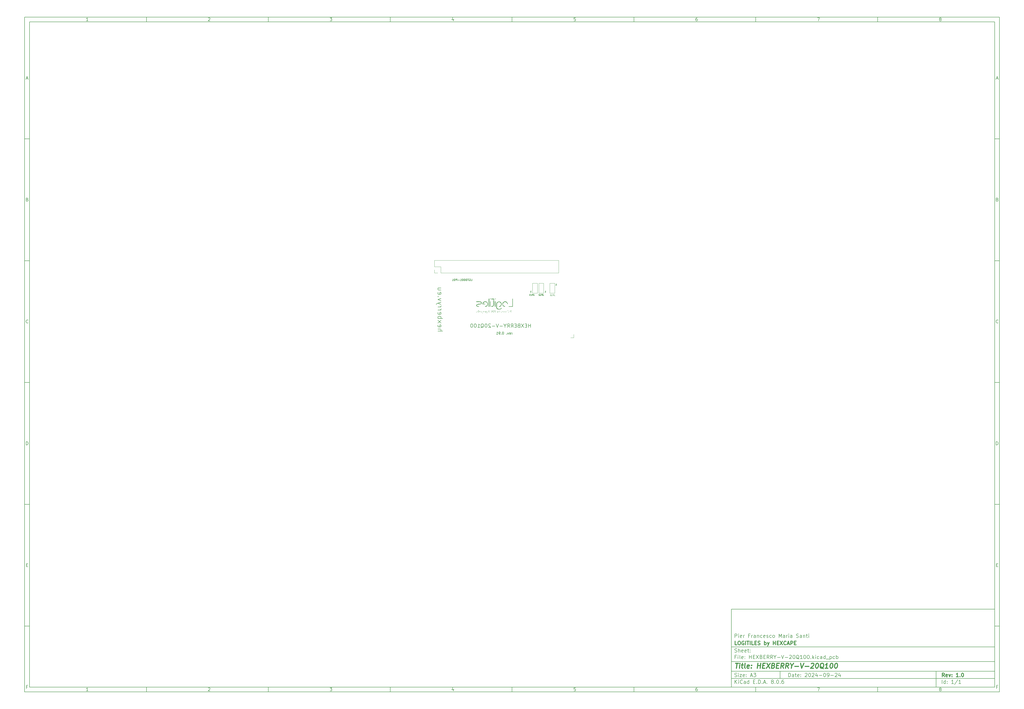
<source format=gbo>
%TF.GenerationSoftware,KiCad,Pcbnew,8.0.6-8.0.6-0~ubuntu24.04.1*%
%TF.CreationDate,2024-11-13T11:48:59+01:00*%
%TF.ProjectId,HEXBERRY-V-20Q100,48455842-4552-4525-992d-562d32305131,1.0*%
%TF.SameCoordinates,PX5f5e100PY5f5e100*%
%TF.FileFunction,Legend,Bot*%
%TF.FilePolarity,Positive*%
%FSLAX46Y46*%
G04 Gerber Fmt 4.6, Leading zero omitted, Abs format (unit mm)*
G04 Created by KiCad (PCBNEW 8.0.6-8.0.6-0~ubuntu24.04.1) date 2024-11-13 11:48:59*
%MOMM*%
%LPD*%
G01*
G04 APERTURE LIST*
%ADD10C,0.100000*%
%ADD11C,0.150000*%
%ADD12C,0.300000*%
%ADD13C,0.400000*%
%ADD14C,0.200000*%
%ADD15C,0.130000*%
%ADD16C,0.120000*%
%ADD17C,0.000000*%
G04 APERTURE END LIST*
D10*
D11*
X199989000Y-153002200D02*
X307989000Y-153002200D01*
X307989000Y-185002200D01*
X199989000Y-185002200D01*
X199989000Y-153002200D01*
D10*
D11*
X-90000000Y90000000D02*
X309989000Y90000000D01*
X309989000Y-187002200D01*
X-90000000Y-187002200D01*
X-90000000Y90000000D01*
D10*
D11*
X-88000000Y88000000D02*
X307989000Y88000000D01*
X307989000Y-185002200D01*
X-88000000Y-185002200D01*
X-88000000Y88000000D01*
D10*
D11*
X-40000000Y88000000D02*
X-40000000Y90000000D01*
D10*
D11*
X10000000Y88000000D02*
X10000000Y90000000D01*
D10*
D11*
X60000000Y88000000D02*
X60000000Y90000000D01*
D10*
D11*
X110000000Y88000000D02*
X110000000Y90000000D01*
D10*
D11*
X160000000Y88000000D02*
X160000000Y90000000D01*
D10*
D11*
X210000000Y88000000D02*
X210000000Y90000000D01*
D10*
D11*
X260000000Y88000000D02*
X260000000Y90000000D01*
D10*
D11*
X-63910840Y88406396D02*
X-64653697Y88406396D01*
X-64282269Y88406396D02*
X-64282269Y89706396D01*
X-64282269Y89706396D02*
X-64406078Y89520681D01*
X-64406078Y89520681D02*
X-64529888Y89396872D01*
X-64529888Y89396872D02*
X-64653697Y89334967D01*
D10*
D11*
X-14653697Y89582586D02*
X-14591793Y89644491D01*
X-14591793Y89644491D02*
X-14467983Y89706396D01*
X-14467983Y89706396D02*
X-14158459Y89706396D01*
X-14158459Y89706396D02*
X-14034650Y89644491D01*
X-14034650Y89644491D02*
X-13972745Y89582586D01*
X-13972745Y89582586D02*
X-13910840Y89458777D01*
X-13910840Y89458777D02*
X-13910840Y89334967D01*
X-13910840Y89334967D02*
X-13972745Y89149253D01*
X-13972745Y89149253D02*
X-14715602Y88406396D01*
X-14715602Y88406396D02*
X-13910840Y88406396D01*
D10*
D11*
X35284398Y89706396D02*
X36089160Y89706396D01*
X36089160Y89706396D02*
X35655826Y89211158D01*
X35655826Y89211158D02*
X35841541Y89211158D01*
X35841541Y89211158D02*
X35965350Y89149253D01*
X35965350Y89149253D02*
X36027255Y89087348D01*
X36027255Y89087348D02*
X36089160Y88963539D01*
X36089160Y88963539D02*
X36089160Y88654015D01*
X36089160Y88654015D02*
X36027255Y88530205D01*
X36027255Y88530205D02*
X35965350Y88468300D01*
X35965350Y88468300D02*
X35841541Y88406396D01*
X35841541Y88406396D02*
X35470112Y88406396D01*
X35470112Y88406396D02*
X35346303Y88468300D01*
X35346303Y88468300D02*
X35284398Y88530205D01*
D10*
D11*
X85965350Y89273062D02*
X85965350Y88406396D01*
X85655826Y89768300D02*
X85346303Y88839729D01*
X85346303Y88839729D02*
X86151064Y88839729D01*
D10*
D11*
X136027255Y89706396D02*
X135408207Y89706396D01*
X135408207Y89706396D02*
X135346303Y89087348D01*
X135346303Y89087348D02*
X135408207Y89149253D01*
X135408207Y89149253D02*
X135532017Y89211158D01*
X135532017Y89211158D02*
X135841541Y89211158D01*
X135841541Y89211158D02*
X135965350Y89149253D01*
X135965350Y89149253D02*
X136027255Y89087348D01*
X136027255Y89087348D02*
X136089160Y88963539D01*
X136089160Y88963539D02*
X136089160Y88654015D01*
X136089160Y88654015D02*
X136027255Y88530205D01*
X136027255Y88530205D02*
X135965350Y88468300D01*
X135965350Y88468300D02*
X135841541Y88406396D01*
X135841541Y88406396D02*
X135532017Y88406396D01*
X135532017Y88406396D02*
X135408207Y88468300D01*
X135408207Y88468300D02*
X135346303Y88530205D01*
D10*
D11*
X185965350Y89706396D02*
X185717731Y89706396D01*
X185717731Y89706396D02*
X185593922Y89644491D01*
X185593922Y89644491D02*
X185532017Y89582586D01*
X185532017Y89582586D02*
X185408207Y89396872D01*
X185408207Y89396872D02*
X185346303Y89149253D01*
X185346303Y89149253D02*
X185346303Y88654015D01*
X185346303Y88654015D02*
X185408207Y88530205D01*
X185408207Y88530205D02*
X185470112Y88468300D01*
X185470112Y88468300D02*
X185593922Y88406396D01*
X185593922Y88406396D02*
X185841541Y88406396D01*
X185841541Y88406396D02*
X185965350Y88468300D01*
X185965350Y88468300D02*
X186027255Y88530205D01*
X186027255Y88530205D02*
X186089160Y88654015D01*
X186089160Y88654015D02*
X186089160Y88963539D01*
X186089160Y88963539D02*
X186027255Y89087348D01*
X186027255Y89087348D02*
X185965350Y89149253D01*
X185965350Y89149253D02*
X185841541Y89211158D01*
X185841541Y89211158D02*
X185593922Y89211158D01*
X185593922Y89211158D02*
X185470112Y89149253D01*
X185470112Y89149253D02*
X185408207Y89087348D01*
X185408207Y89087348D02*
X185346303Y88963539D01*
D10*
D11*
X235284398Y89706396D02*
X236151064Y89706396D01*
X236151064Y89706396D02*
X235593922Y88406396D01*
D10*
D11*
X285593922Y89149253D02*
X285470112Y89211158D01*
X285470112Y89211158D02*
X285408207Y89273062D01*
X285408207Y89273062D02*
X285346303Y89396872D01*
X285346303Y89396872D02*
X285346303Y89458777D01*
X285346303Y89458777D02*
X285408207Y89582586D01*
X285408207Y89582586D02*
X285470112Y89644491D01*
X285470112Y89644491D02*
X285593922Y89706396D01*
X285593922Y89706396D02*
X285841541Y89706396D01*
X285841541Y89706396D02*
X285965350Y89644491D01*
X285965350Y89644491D02*
X286027255Y89582586D01*
X286027255Y89582586D02*
X286089160Y89458777D01*
X286089160Y89458777D02*
X286089160Y89396872D01*
X286089160Y89396872D02*
X286027255Y89273062D01*
X286027255Y89273062D02*
X285965350Y89211158D01*
X285965350Y89211158D02*
X285841541Y89149253D01*
X285841541Y89149253D02*
X285593922Y89149253D01*
X285593922Y89149253D02*
X285470112Y89087348D01*
X285470112Y89087348D02*
X285408207Y89025443D01*
X285408207Y89025443D02*
X285346303Y88901634D01*
X285346303Y88901634D02*
X285346303Y88654015D01*
X285346303Y88654015D02*
X285408207Y88530205D01*
X285408207Y88530205D02*
X285470112Y88468300D01*
X285470112Y88468300D02*
X285593922Y88406396D01*
X285593922Y88406396D02*
X285841541Y88406396D01*
X285841541Y88406396D02*
X285965350Y88468300D01*
X285965350Y88468300D02*
X286027255Y88530205D01*
X286027255Y88530205D02*
X286089160Y88654015D01*
X286089160Y88654015D02*
X286089160Y88901634D01*
X286089160Y88901634D02*
X286027255Y89025443D01*
X286027255Y89025443D02*
X285965350Y89087348D01*
X285965350Y89087348D02*
X285841541Y89149253D01*
D10*
D11*
X-40000000Y-185002200D02*
X-40000000Y-187002200D01*
D10*
D11*
X10000000Y-185002200D02*
X10000000Y-187002200D01*
D10*
D11*
X60000000Y-185002200D02*
X60000000Y-187002200D01*
D10*
D11*
X110000000Y-185002200D02*
X110000000Y-187002200D01*
D10*
D11*
X160000000Y-185002200D02*
X160000000Y-187002200D01*
D10*
D11*
X210000000Y-185002200D02*
X210000000Y-187002200D01*
D10*
D11*
X260000000Y-185002200D02*
X260000000Y-187002200D01*
D10*
D11*
X-63910840Y-186595804D02*
X-64653697Y-186595804D01*
X-64282269Y-186595804D02*
X-64282269Y-185295804D01*
X-64282269Y-185295804D02*
X-64406078Y-185481519D01*
X-64406078Y-185481519D02*
X-64529888Y-185605328D01*
X-64529888Y-185605328D02*
X-64653697Y-185667233D01*
D10*
D11*
X-14653697Y-185419614D02*
X-14591793Y-185357709D01*
X-14591793Y-185357709D02*
X-14467983Y-185295804D01*
X-14467983Y-185295804D02*
X-14158459Y-185295804D01*
X-14158459Y-185295804D02*
X-14034650Y-185357709D01*
X-14034650Y-185357709D02*
X-13972745Y-185419614D01*
X-13972745Y-185419614D02*
X-13910840Y-185543423D01*
X-13910840Y-185543423D02*
X-13910840Y-185667233D01*
X-13910840Y-185667233D02*
X-13972745Y-185852947D01*
X-13972745Y-185852947D02*
X-14715602Y-186595804D01*
X-14715602Y-186595804D02*
X-13910840Y-186595804D01*
D10*
D11*
X35284398Y-185295804D02*
X36089160Y-185295804D01*
X36089160Y-185295804D02*
X35655826Y-185791042D01*
X35655826Y-185791042D02*
X35841541Y-185791042D01*
X35841541Y-185791042D02*
X35965350Y-185852947D01*
X35965350Y-185852947D02*
X36027255Y-185914852D01*
X36027255Y-185914852D02*
X36089160Y-186038661D01*
X36089160Y-186038661D02*
X36089160Y-186348185D01*
X36089160Y-186348185D02*
X36027255Y-186471995D01*
X36027255Y-186471995D02*
X35965350Y-186533900D01*
X35965350Y-186533900D02*
X35841541Y-186595804D01*
X35841541Y-186595804D02*
X35470112Y-186595804D01*
X35470112Y-186595804D02*
X35346303Y-186533900D01*
X35346303Y-186533900D02*
X35284398Y-186471995D01*
D10*
D11*
X85965350Y-185729138D02*
X85965350Y-186595804D01*
X85655826Y-185233900D02*
X85346303Y-186162471D01*
X85346303Y-186162471D02*
X86151064Y-186162471D01*
D10*
D11*
X136027255Y-185295804D02*
X135408207Y-185295804D01*
X135408207Y-185295804D02*
X135346303Y-185914852D01*
X135346303Y-185914852D02*
X135408207Y-185852947D01*
X135408207Y-185852947D02*
X135532017Y-185791042D01*
X135532017Y-185791042D02*
X135841541Y-185791042D01*
X135841541Y-185791042D02*
X135965350Y-185852947D01*
X135965350Y-185852947D02*
X136027255Y-185914852D01*
X136027255Y-185914852D02*
X136089160Y-186038661D01*
X136089160Y-186038661D02*
X136089160Y-186348185D01*
X136089160Y-186348185D02*
X136027255Y-186471995D01*
X136027255Y-186471995D02*
X135965350Y-186533900D01*
X135965350Y-186533900D02*
X135841541Y-186595804D01*
X135841541Y-186595804D02*
X135532017Y-186595804D01*
X135532017Y-186595804D02*
X135408207Y-186533900D01*
X135408207Y-186533900D02*
X135346303Y-186471995D01*
D10*
D11*
X185965350Y-185295804D02*
X185717731Y-185295804D01*
X185717731Y-185295804D02*
X185593922Y-185357709D01*
X185593922Y-185357709D02*
X185532017Y-185419614D01*
X185532017Y-185419614D02*
X185408207Y-185605328D01*
X185408207Y-185605328D02*
X185346303Y-185852947D01*
X185346303Y-185852947D02*
X185346303Y-186348185D01*
X185346303Y-186348185D02*
X185408207Y-186471995D01*
X185408207Y-186471995D02*
X185470112Y-186533900D01*
X185470112Y-186533900D02*
X185593922Y-186595804D01*
X185593922Y-186595804D02*
X185841541Y-186595804D01*
X185841541Y-186595804D02*
X185965350Y-186533900D01*
X185965350Y-186533900D02*
X186027255Y-186471995D01*
X186027255Y-186471995D02*
X186089160Y-186348185D01*
X186089160Y-186348185D02*
X186089160Y-186038661D01*
X186089160Y-186038661D02*
X186027255Y-185914852D01*
X186027255Y-185914852D02*
X185965350Y-185852947D01*
X185965350Y-185852947D02*
X185841541Y-185791042D01*
X185841541Y-185791042D02*
X185593922Y-185791042D01*
X185593922Y-185791042D02*
X185470112Y-185852947D01*
X185470112Y-185852947D02*
X185408207Y-185914852D01*
X185408207Y-185914852D02*
X185346303Y-186038661D01*
D10*
D11*
X235284398Y-185295804D02*
X236151064Y-185295804D01*
X236151064Y-185295804D02*
X235593922Y-186595804D01*
D10*
D11*
X285593922Y-185852947D02*
X285470112Y-185791042D01*
X285470112Y-185791042D02*
X285408207Y-185729138D01*
X285408207Y-185729138D02*
X285346303Y-185605328D01*
X285346303Y-185605328D02*
X285346303Y-185543423D01*
X285346303Y-185543423D02*
X285408207Y-185419614D01*
X285408207Y-185419614D02*
X285470112Y-185357709D01*
X285470112Y-185357709D02*
X285593922Y-185295804D01*
X285593922Y-185295804D02*
X285841541Y-185295804D01*
X285841541Y-185295804D02*
X285965350Y-185357709D01*
X285965350Y-185357709D02*
X286027255Y-185419614D01*
X286027255Y-185419614D02*
X286089160Y-185543423D01*
X286089160Y-185543423D02*
X286089160Y-185605328D01*
X286089160Y-185605328D02*
X286027255Y-185729138D01*
X286027255Y-185729138D02*
X285965350Y-185791042D01*
X285965350Y-185791042D02*
X285841541Y-185852947D01*
X285841541Y-185852947D02*
X285593922Y-185852947D01*
X285593922Y-185852947D02*
X285470112Y-185914852D01*
X285470112Y-185914852D02*
X285408207Y-185976757D01*
X285408207Y-185976757D02*
X285346303Y-186100566D01*
X285346303Y-186100566D02*
X285346303Y-186348185D01*
X285346303Y-186348185D02*
X285408207Y-186471995D01*
X285408207Y-186471995D02*
X285470112Y-186533900D01*
X285470112Y-186533900D02*
X285593922Y-186595804D01*
X285593922Y-186595804D02*
X285841541Y-186595804D01*
X285841541Y-186595804D02*
X285965350Y-186533900D01*
X285965350Y-186533900D02*
X286027255Y-186471995D01*
X286027255Y-186471995D02*
X286089160Y-186348185D01*
X286089160Y-186348185D02*
X286089160Y-186100566D01*
X286089160Y-186100566D02*
X286027255Y-185976757D01*
X286027255Y-185976757D02*
X285965350Y-185914852D01*
X285965350Y-185914852D02*
X285841541Y-185852947D01*
D10*
D11*
X-90000000Y40000000D02*
X-88000000Y40000000D01*
D10*
D11*
X-90000000Y-10000000D02*
X-88000000Y-10000000D01*
D10*
D11*
X-90000000Y-60000000D02*
X-88000000Y-60000000D01*
D10*
D11*
X-90000000Y-110000000D02*
X-88000000Y-110000000D01*
D10*
D11*
X-90000000Y-160000000D02*
X-88000000Y-160000000D01*
D10*
D11*
X-89309524Y64777824D02*
X-88690477Y64777824D01*
X-89433334Y64406396D02*
X-89000001Y65706396D01*
X-89000001Y65706396D02*
X-88566667Y64406396D01*
D10*
D11*
X-88907143Y15087348D02*
X-88721429Y15025443D01*
X-88721429Y15025443D02*
X-88659524Y14963539D01*
X-88659524Y14963539D02*
X-88597620Y14839729D01*
X-88597620Y14839729D02*
X-88597620Y14654015D01*
X-88597620Y14654015D02*
X-88659524Y14530205D01*
X-88659524Y14530205D02*
X-88721429Y14468300D01*
X-88721429Y14468300D02*
X-88845239Y14406396D01*
X-88845239Y14406396D02*
X-89340477Y14406396D01*
X-89340477Y14406396D02*
X-89340477Y15706396D01*
X-89340477Y15706396D02*
X-88907143Y15706396D01*
X-88907143Y15706396D02*
X-88783334Y15644491D01*
X-88783334Y15644491D02*
X-88721429Y15582586D01*
X-88721429Y15582586D02*
X-88659524Y15458777D01*
X-88659524Y15458777D02*
X-88659524Y15334967D01*
X-88659524Y15334967D02*
X-88721429Y15211158D01*
X-88721429Y15211158D02*
X-88783334Y15149253D01*
X-88783334Y15149253D02*
X-88907143Y15087348D01*
X-88907143Y15087348D02*
X-89340477Y15087348D01*
D10*
D11*
X-88597620Y-35469795D02*
X-88659524Y-35531700D01*
X-88659524Y-35531700D02*
X-88845239Y-35593604D01*
X-88845239Y-35593604D02*
X-88969048Y-35593604D01*
X-88969048Y-35593604D02*
X-89154762Y-35531700D01*
X-89154762Y-35531700D02*
X-89278572Y-35407890D01*
X-89278572Y-35407890D02*
X-89340477Y-35284080D01*
X-89340477Y-35284080D02*
X-89402381Y-35036461D01*
X-89402381Y-35036461D02*
X-89402381Y-34850747D01*
X-89402381Y-34850747D02*
X-89340477Y-34603128D01*
X-89340477Y-34603128D02*
X-89278572Y-34479319D01*
X-89278572Y-34479319D02*
X-89154762Y-34355509D01*
X-89154762Y-34355509D02*
X-88969048Y-34293604D01*
X-88969048Y-34293604D02*
X-88845239Y-34293604D01*
X-88845239Y-34293604D02*
X-88659524Y-34355509D01*
X-88659524Y-34355509D02*
X-88597620Y-34417414D01*
D10*
D11*
X-89340477Y-85593604D02*
X-89340477Y-84293604D01*
X-89340477Y-84293604D02*
X-89030953Y-84293604D01*
X-89030953Y-84293604D02*
X-88845239Y-84355509D01*
X-88845239Y-84355509D02*
X-88721429Y-84479319D01*
X-88721429Y-84479319D02*
X-88659524Y-84603128D01*
X-88659524Y-84603128D02*
X-88597620Y-84850747D01*
X-88597620Y-84850747D02*
X-88597620Y-85036461D01*
X-88597620Y-85036461D02*
X-88659524Y-85284080D01*
X-88659524Y-85284080D02*
X-88721429Y-85407890D01*
X-88721429Y-85407890D02*
X-88845239Y-85531700D01*
X-88845239Y-85531700D02*
X-89030953Y-85593604D01*
X-89030953Y-85593604D02*
X-89340477Y-85593604D01*
D10*
D11*
X-89278572Y-134912652D02*
X-88845238Y-134912652D01*
X-88659524Y-135593604D02*
X-89278572Y-135593604D01*
X-89278572Y-135593604D02*
X-89278572Y-134293604D01*
X-89278572Y-134293604D02*
X-88659524Y-134293604D01*
D10*
D11*
X-88814286Y-184912652D02*
X-89247620Y-184912652D01*
X-89247620Y-185593604D02*
X-89247620Y-184293604D01*
X-89247620Y-184293604D02*
X-88628572Y-184293604D01*
D10*
D11*
X309989000Y40000000D02*
X307989000Y40000000D01*
D10*
D11*
X309989000Y-10000000D02*
X307989000Y-10000000D01*
D10*
D11*
X309989000Y-60000000D02*
X307989000Y-60000000D01*
D10*
D11*
X309989000Y-110000000D02*
X307989000Y-110000000D01*
D10*
D11*
X309989000Y-160000000D02*
X307989000Y-160000000D01*
D10*
D11*
X308679476Y64777824D02*
X309298523Y64777824D01*
X308555666Y64406396D02*
X308988999Y65706396D01*
X308988999Y65706396D02*
X309422333Y64406396D01*
D10*
D11*
X309081857Y15087348D02*
X309267571Y15025443D01*
X309267571Y15025443D02*
X309329476Y14963539D01*
X309329476Y14963539D02*
X309391380Y14839729D01*
X309391380Y14839729D02*
X309391380Y14654015D01*
X309391380Y14654015D02*
X309329476Y14530205D01*
X309329476Y14530205D02*
X309267571Y14468300D01*
X309267571Y14468300D02*
X309143761Y14406396D01*
X309143761Y14406396D02*
X308648523Y14406396D01*
X308648523Y14406396D02*
X308648523Y15706396D01*
X308648523Y15706396D02*
X309081857Y15706396D01*
X309081857Y15706396D02*
X309205666Y15644491D01*
X309205666Y15644491D02*
X309267571Y15582586D01*
X309267571Y15582586D02*
X309329476Y15458777D01*
X309329476Y15458777D02*
X309329476Y15334967D01*
X309329476Y15334967D02*
X309267571Y15211158D01*
X309267571Y15211158D02*
X309205666Y15149253D01*
X309205666Y15149253D02*
X309081857Y15087348D01*
X309081857Y15087348D02*
X308648523Y15087348D01*
D10*
D11*
X309391380Y-35469795D02*
X309329476Y-35531700D01*
X309329476Y-35531700D02*
X309143761Y-35593604D01*
X309143761Y-35593604D02*
X309019952Y-35593604D01*
X309019952Y-35593604D02*
X308834238Y-35531700D01*
X308834238Y-35531700D02*
X308710428Y-35407890D01*
X308710428Y-35407890D02*
X308648523Y-35284080D01*
X308648523Y-35284080D02*
X308586619Y-35036461D01*
X308586619Y-35036461D02*
X308586619Y-34850747D01*
X308586619Y-34850747D02*
X308648523Y-34603128D01*
X308648523Y-34603128D02*
X308710428Y-34479319D01*
X308710428Y-34479319D02*
X308834238Y-34355509D01*
X308834238Y-34355509D02*
X309019952Y-34293604D01*
X309019952Y-34293604D02*
X309143761Y-34293604D01*
X309143761Y-34293604D02*
X309329476Y-34355509D01*
X309329476Y-34355509D02*
X309391380Y-34417414D01*
D10*
D11*
X308648523Y-85593604D02*
X308648523Y-84293604D01*
X308648523Y-84293604D02*
X308958047Y-84293604D01*
X308958047Y-84293604D02*
X309143761Y-84355509D01*
X309143761Y-84355509D02*
X309267571Y-84479319D01*
X309267571Y-84479319D02*
X309329476Y-84603128D01*
X309329476Y-84603128D02*
X309391380Y-84850747D01*
X309391380Y-84850747D02*
X309391380Y-85036461D01*
X309391380Y-85036461D02*
X309329476Y-85284080D01*
X309329476Y-85284080D02*
X309267571Y-85407890D01*
X309267571Y-85407890D02*
X309143761Y-85531700D01*
X309143761Y-85531700D02*
X308958047Y-85593604D01*
X308958047Y-85593604D02*
X308648523Y-85593604D01*
D10*
D11*
X308710428Y-134912652D02*
X309143762Y-134912652D01*
X309329476Y-135593604D02*
X308710428Y-135593604D01*
X308710428Y-135593604D02*
X308710428Y-134293604D01*
X308710428Y-134293604D02*
X309329476Y-134293604D01*
D10*
D11*
X309174714Y-184912652D02*
X308741380Y-184912652D01*
X308741380Y-185593604D02*
X308741380Y-184293604D01*
X308741380Y-184293604D02*
X309360428Y-184293604D01*
D10*
D11*
X223444826Y-180788328D02*
X223444826Y-179288328D01*
X223444826Y-179288328D02*
X223801969Y-179288328D01*
X223801969Y-179288328D02*
X224016255Y-179359757D01*
X224016255Y-179359757D02*
X224159112Y-179502614D01*
X224159112Y-179502614D02*
X224230541Y-179645471D01*
X224230541Y-179645471D02*
X224301969Y-179931185D01*
X224301969Y-179931185D02*
X224301969Y-180145471D01*
X224301969Y-180145471D02*
X224230541Y-180431185D01*
X224230541Y-180431185D02*
X224159112Y-180574042D01*
X224159112Y-180574042D02*
X224016255Y-180716900D01*
X224016255Y-180716900D02*
X223801969Y-180788328D01*
X223801969Y-180788328D02*
X223444826Y-180788328D01*
X225587684Y-180788328D02*
X225587684Y-180002614D01*
X225587684Y-180002614D02*
X225516255Y-179859757D01*
X225516255Y-179859757D02*
X225373398Y-179788328D01*
X225373398Y-179788328D02*
X225087684Y-179788328D01*
X225087684Y-179788328D02*
X224944826Y-179859757D01*
X225587684Y-180716900D02*
X225444826Y-180788328D01*
X225444826Y-180788328D02*
X225087684Y-180788328D01*
X225087684Y-180788328D02*
X224944826Y-180716900D01*
X224944826Y-180716900D02*
X224873398Y-180574042D01*
X224873398Y-180574042D02*
X224873398Y-180431185D01*
X224873398Y-180431185D02*
X224944826Y-180288328D01*
X224944826Y-180288328D02*
X225087684Y-180216900D01*
X225087684Y-180216900D02*
X225444826Y-180216900D01*
X225444826Y-180216900D02*
X225587684Y-180145471D01*
X226087684Y-179788328D02*
X226659112Y-179788328D01*
X226301969Y-179288328D02*
X226301969Y-180574042D01*
X226301969Y-180574042D02*
X226373398Y-180716900D01*
X226373398Y-180716900D02*
X226516255Y-180788328D01*
X226516255Y-180788328D02*
X226659112Y-180788328D01*
X227730541Y-180716900D02*
X227587684Y-180788328D01*
X227587684Y-180788328D02*
X227301970Y-180788328D01*
X227301970Y-180788328D02*
X227159112Y-180716900D01*
X227159112Y-180716900D02*
X227087684Y-180574042D01*
X227087684Y-180574042D02*
X227087684Y-180002614D01*
X227087684Y-180002614D02*
X227159112Y-179859757D01*
X227159112Y-179859757D02*
X227301970Y-179788328D01*
X227301970Y-179788328D02*
X227587684Y-179788328D01*
X227587684Y-179788328D02*
X227730541Y-179859757D01*
X227730541Y-179859757D02*
X227801970Y-180002614D01*
X227801970Y-180002614D02*
X227801970Y-180145471D01*
X227801970Y-180145471D02*
X227087684Y-180288328D01*
X228444826Y-180645471D02*
X228516255Y-180716900D01*
X228516255Y-180716900D02*
X228444826Y-180788328D01*
X228444826Y-180788328D02*
X228373398Y-180716900D01*
X228373398Y-180716900D02*
X228444826Y-180645471D01*
X228444826Y-180645471D02*
X228444826Y-180788328D01*
X228444826Y-179859757D02*
X228516255Y-179931185D01*
X228516255Y-179931185D02*
X228444826Y-180002614D01*
X228444826Y-180002614D02*
X228373398Y-179931185D01*
X228373398Y-179931185D02*
X228444826Y-179859757D01*
X228444826Y-179859757D02*
X228444826Y-180002614D01*
X230230541Y-179431185D02*
X230301969Y-179359757D01*
X230301969Y-179359757D02*
X230444827Y-179288328D01*
X230444827Y-179288328D02*
X230801969Y-179288328D01*
X230801969Y-179288328D02*
X230944827Y-179359757D01*
X230944827Y-179359757D02*
X231016255Y-179431185D01*
X231016255Y-179431185D02*
X231087684Y-179574042D01*
X231087684Y-179574042D02*
X231087684Y-179716900D01*
X231087684Y-179716900D02*
X231016255Y-179931185D01*
X231016255Y-179931185D02*
X230159112Y-180788328D01*
X230159112Y-180788328D02*
X231087684Y-180788328D01*
X232016255Y-179288328D02*
X232159112Y-179288328D01*
X232159112Y-179288328D02*
X232301969Y-179359757D01*
X232301969Y-179359757D02*
X232373398Y-179431185D01*
X232373398Y-179431185D02*
X232444826Y-179574042D01*
X232444826Y-179574042D02*
X232516255Y-179859757D01*
X232516255Y-179859757D02*
X232516255Y-180216900D01*
X232516255Y-180216900D02*
X232444826Y-180502614D01*
X232444826Y-180502614D02*
X232373398Y-180645471D01*
X232373398Y-180645471D02*
X232301969Y-180716900D01*
X232301969Y-180716900D02*
X232159112Y-180788328D01*
X232159112Y-180788328D02*
X232016255Y-180788328D01*
X232016255Y-180788328D02*
X231873398Y-180716900D01*
X231873398Y-180716900D02*
X231801969Y-180645471D01*
X231801969Y-180645471D02*
X231730540Y-180502614D01*
X231730540Y-180502614D02*
X231659112Y-180216900D01*
X231659112Y-180216900D02*
X231659112Y-179859757D01*
X231659112Y-179859757D02*
X231730540Y-179574042D01*
X231730540Y-179574042D02*
X231801969Y-179431185D01*
X231801969Y-179431185D02*
X231873398Y-179359757D01*
X231873398Y-179359757D02*
X232016255Y-179288328D01*
X233087683Y-179431185D02*
X233159111Y-179359757D01*
X233159111Y-179359757D02*
X233301969Y-179288328D01*
X233301969Y-179288328D02*
X233659111Y-179288328D01*
X233659111Y-179288328D02*
X233801969Y-179359757D01*
X233801969Y-179359757D02*
X233873397Y-179431185D01*
X233873397Y-179431185D02*
X233944826Y-179574042D01*
X233944826Y-179574042D02*
X233944826Y-179716900D01*
X233944826Y-179716900D02*
X233873397Y-179931185D01*
X233873397Y-179931185D02*
X233016254Y-180788328D01*
X233016254Y-180788328D02*
X233944826Y-180788328D01*
X235230540Y-179788328D02*
X235230540Y-180788328D01*
X234873397Y-179216900D02*
X234516254Y-180288328D01*
X234516254Y-180288328D02*
X235444825Y-180288328D01*
X236016253Y-180216900D02*
X237159111Y-180216900D01*
X238159111Y-179288328D02*
X238301968Y-179288328D01*
X238301968Y-179288328D02*
X238444825Y-179359757D01*
X238444825Y-179359757D02*
X238516254Y-179431185D01*
X238516254Y-179431185D02*
X238587682Y-179574042D01*
X238587682Y-179574042D02*
X238659111Y-179859757D01*
X238659111Y-179859757D02*
X238659111Y-180216900D01*
X238659111Y-180216900D02*
X238587682Y-180502614D01*
X238587682Y-180502614D02*
X238516254Y-180645471D01*
X238516254Y-180645471D02*
X238444825Y-180716900D01*
X238444825Y-180716900D02*
X238301968Y-180788328D01*
X238301968Y-180788328D02*
X238159111Y-180788328D01*
X238159111Y-180788328D02*
X238016254Y-180716900D01*
X238016254Y-180716900D02*
X237944825Y-180645471D01*
X237944825Y-180645471D02*
X237873396Y-180502614D01*
X237873396Y-180502614D02*
X237801968Y-180216900D01*
X237801968Y-180216900D02*
X237801968Y-179859757D01*
X237801968Y-179859757D02*
X237873396Y-179574042D01*
X237873396Y-179574042D02*
X237944825Y-179431185D01*
X237944825Y-179431185D02*
X238016254Y-179359757D01*
X238016254Y-179359757D02*
X238159111Y-179288328D01*
X239373396Y-180788328D02*
X239659110Y-180788328D01*
X239659110Y-180788328D02*
X239801967Y-180716900D01*
X239801967Y-180716900D02*
X239873396Y-180645471D01*
X239873396Y-180645471D02*
X240016253Y-180431185D01*
X240016253Y-180431185D02*
X240087682Y-180145471D01*
X240087682Y-180145471D02*
X240087682Y-179574042D01*
X240087682Y-179574042D02*
X240016253Y-179431185D01*
X240016253Y-179431185D02*
X239944825Y-179359757D01*
X239944825Y-179359757D02*
X239801967Y-179288328D01*
X239801967Y-179288328D02*
X239516253Y-179288328D01*
X239516253Y-179288328D02*
X239373396Y-179359757D01*
X239373396Y-179359757D02*
X239301967Y-179431185D01*
X239301967Y-179431185D02*
X239230539Y-179574042D01*
X239230539Y-179574042D02*
X239230539Y-179931185D01*
X239230539Y-179931185D02*
X239301967Y-180074042D01*
X239301967Y-180074042D02*
X239373396Y-180145471D01*
X239373396Y-180145471D02*
X239516253Y-180216900D01*
X239516253Y-180216900D02*
X239801967Y-180216900D01*
X239801967Y-180216900D02*
X239944825Y-180145471D01*
X239944825Y-180145471D02*
X240016253Y-180074042D01*
X240016253Y-180074042D02*
X240087682Y-179931185D01*
X240730538Y-180216900D02*
X241873396Y-180216900D01*
X242516253Y-179431185D02*
X242587681Y-179359757D01*
X242587681Y-179359757D02*
X242730539Y-179288328D01*
X242730539Y-179288328D02*
X243087681Y-179288328D01*
X243087681Y-179288328D02*
X243230539Y-179359757D01*
X243230539Y-179359757D02*
X243301967Y-179431185D01*
X243301967Y-179431185D02*
X243373396Y-179574042D01*
X243373396Y-179574042D02*
X243373396Y-179716900D01*
X243373396Y-179716900D02*
X243301967Y-179931185D01*
X243301967Y-179931185D02*
X242444824Y-180788328D01*
X242444824Y-180788328D02*
X243373396Y-180788328D01*
X244659110Y-179788328D02*
X244659110Y-180788328D01*
X244301967Y-179216900D02*
X243944824Y-180288328D01*
X243944824Y-180288328D02*
X244873395Y-180288328D01*
D10*
D11*
X199989000Y-181502200D02*
X307989000Y-181502200D01*
D10*
D11*
X201444826Y-183588328D02*
X201444826Y-182088328D01*
X202301969Y-183588328D02*
X201659112Y-182731185D01*
X202301969Y-182088328D02*
X201444826Y-182945471D01*
X202944826Y-183588328D02*
X202944826Y-182588328D01*
X202944826Y-182088328D02*
X202873398Y-182159757D01*
X202873398Y-182159757D02*
X202944826Y-182231185D01*
X202944826Y-182231185D02*
X203016255Y-182159757D01*
X203016255Y-182159757D02*
X202944826Y-182088328D01*
X202944826Y-182088328D02*
X202944826Y-182231185D01*
X204516255Y-183445471D02*
X204444827Y-183516900D01*
X204444827Y-183516900D02*
X204230541Y-183588328D01*
X204230541Y-183588328D02*
X204087684Y-183588328D01*
X204087684Y-183588328D02*
X203873398Y-183516900D01*
X203873398Y-183516900D02*
X203730541Y-183374042D01*
X203730541Y-183374042D02*
X203659112Y-183231185D01*
X203659112Y-183231185D02*
X203587684Y-182945471D01*
X203587684Y-182945471D02*
X203587684Y-182731185D01*
X203587684Y-182731185D02*
X203659112Y-182445471D01*
X203659112Y-182445471D02*
X203730541Y-182302614D01*
X203730541Y-182302614D02*
X203873398Y-182159757D01*
X203873398Y-182159757D02*
X204087684Y-182088328D01*
X204087684Y-182088328D02*
X204230541Y-182088328D01*
X204230541Y-182088328D02*
X204444827Y-182159757D01*
X204444827Y-182159757D02*
X204516255Y-182231185D01*
X205801970Y-183588328D02*
X205801970Y-182802614D01*
X205801970Y-182802614D02*
X205730541Y-182659757D01*
X205730541Y-182659757D02*
X205587684Y-182588328D01*
X205587684Y-182588328D02*
X205301970Y-182588328D01*
X205301970Y-182588328D02*
X205159112Y-182659757D01*
X205801970Y-183516900D02*
X205659112Y-183588328D01*
X205659112Y-183588328D02*
X205301970Y-183588328D01*
X205301970Y-183588328D02*
X205159112Y-183516900D01*
X205159112Y-183516900D02*
X205087684Y-183374042D01*
X205087684Y-183374042D02*
X205087684Y-183231185D01*
X205087684Y-183231185D02*
X205159112Y-183088328D01*
X205159112Y-183088328D02*
X205301970Y-183016900D01*
X205301970Y-183016900D02*
X205659112Y-183016900D01*
X205659112Y-183016900D02*
X205801970Y-182945471D01*
X207159113Y-183588328D02*
X207159113Y-182088328D01*
X207159113Y-183516900D02*
X207016255Y-183588328D01*
X207016255Y-183588328D02*
X206730541Y-183588328D01*
X206730541Y-183588328D02*
X206587684Y-183516900D01*
X206587684Y-183516900D02*
X206516255Y-183445471D01*
X206516255Y-183445471D02*
X206444827Y-183302614D01*
X206444827Y-183302614D02*
X206444827Y-182874042D01*
X206444827Y-182874042D02*
X206516255Y-182731185D01*
X206516255Y-182731185D02*
X206587684Y-182659757D01*
X206587684Y-182659757D02*
X206730541Y-182588328D01*
X206730541Y-182588328D02*
X207016255Y-182588328D01*
X207016255Y-182588328D02*
X207159113Y-182659757D01*
X209016255Y-182802614D02*
X209516255Y-182802614D01*
X209730541Y-183588328D02*
X209016255Y-183588328D01*
X209016255Y-183588328D02*
X209016255Y-182088328D01*
X209016255Y-182088328D02*
X209730541Y-182088328D01*
X210373398Y-183445471D02*
X210444827Y-183516900D01*
X210444827Y-183516900D02*
X210373398Y-183588328D01*
X210373398Y-183588328D02*
X210301970Y-183516900D01*
X210301970Y-183516900D02*
X210373398Y-183445471D01*
X210373398Y-183445471D02*
X210373398Y-183588328D01*
X211087684Y-183588328D02*
X211087684Y-182088328D01*
X211087684Y-182088328D02*
X211444827Y-182088328D01*
X211444827Y-182088328D02*
X211659113Y-182159757D01*
X211659113Y-182159757D02*
X211801970Y-182302614D01*
X211801970Y-182302614D02*
X211873399Y-182445471D01*
X211873399Y-182445471D02*
X211944827Y-182731185D01*
X211944827Y-182731185D02*
X211944827Y-182945471D01*
X211944827Y-182945471D02*
X211873399Y-183231185D01*
X211873399Y-183231185D02*
X211801970Y-183374042D01*
X211801970Y-183374042D02*
X211659113Y-183516900D01*
X211659113Y-183516900D02*
X211444827Y-183588328D01*
X211444827Y-183588328D02*
X211087684Y-183588328D01*
X212587684Y-183445471D02*
X212659113Y-183516900D01*
X212659113Y-183516900D02*
X212587684Y-183588328D01*
X212587684Y-183588328D02*
X212516256Y-183516900D01*
X212516256Y-183516900D02*
X212587684Y-183445471D01*
X212587684Y-183445471D02*
X212587684Y-183588328D01*
X213230542Y-183159757D02*
X213944828Y-183159757D01*
X213087685Y-183588328D02*
X213587685Y-182088328D01*
X213587685Y-182088328D02*
X214087685Y-183588328D01*
X214587684Y-183445471D02*
X214659113Y-183516900D01*
X214659113Y-183516900D02*
X214587684Y-183588328D01*
X214587684Y-183588328D02*
X214516256Y-183516900D01*
X214516256Y-183516900D02*
X214587684Y-183445471D01*
X214587684Y-183445471D02*
X214587684Y-183588328D01*
X216659113Y-182731185D02*
X216516256Y-182659757D01*
X216516256Y-182659757D02*
X216444827Y-182588328D01*
X216444827Y-182588328D02*
X216373399Y-182445471D01*
X216373399Y-182445471D02*
X216373399Y-182374042D01*
X216373399Y-182374042D02*
X216444827Y-182231185D01*
X216444827Y-182231185D02*
X216516256Y-182159757D01*
X216516256Y-182159757D02*
X216659113Y-182088328D01*
X216659113Y-182088328D02*
X216944827Y-182088328D01*
X216944827Y-182088328D02*
X217087685Y-182159757D01*
X217087685Y-182159757D02*
X217159113Y-182231185D01*
X217159113Y-182231185D02*
X217230542Y-182374042D01*
X217230542Y-182374042D02*
X217230542Y-182445471D01*
X217230542Y-182445471D02*
X217159113Y-182588328D01*
X217159113Y-182588328D02*
X217087685Y-182659757D01*
X217087685Y-182659757D02*
X216944827Y-182731185D01*
X216944827Y-182731185D02*
X216659113Y-182731185D01*
X216659113Y-182731185D02*
X216516256Y-182802614D01*
X216516256Y-182802614D02*
X216444827Y-182874042D01*
X216444827Y-182874042D02*
X216373399Y-183016900D01*
X216373399Y-183016900D02*
X216373399Y-183302614D01*
X216373399Y-183302614D02*
X216444827Y-183445471D01*
X216444827Y-183445471D02*
X216516256Y-183516900D01*
X216516256Y-183516900D02*
X216659113Y-183588328D01*
X216659113Y-183588328D02*
X216944827Y-183588328D01*
X216944827Y-183588328D02*
X217087685Y-183516900D01*
X217087685Y-183516900D02*
X217159113Y-183445471D01*
X217159113Y-183445471D02*
X217230542Y-183302614D01*
X217230542Y-183302614D02*
X217230542Y-183016900D01*
X217230542Y-183016900D02*
X217159113Y-182874042D01*
X217159113Y-182874042D02*
X217087685Y-182802614D01*
X217087685Y-182802614D02*
X216944827Y-182731185D01*
X217873398Y-183445471D02*
X217944827Y-183516900D01*
X217944827Y-183516900D02*
X217873398Y-183588328D01*
X217873398Y-183588328D02*
X217801970Y-183516900D01*
X217801970Y-183516900D02*
X217873398Y-183445471D01*
X217873398Y-183445471D02*
X217873398Y-183588328D01*
X218873399Y-182088328D02*
X219016256Y-182088328D01*
X219016256Y-182088328D02*
X219159113Y-182159757D01*
X219159113Y-182159757D02*
X219230542Y-182231185D01*
X219230542Y-182231185D02*
X219301970Y-182374042D01*
X219301970Y-182374042D02*
X219373399Y-182659757D01*
X219373399Y-182659757D02*
X219373399Y-183016900D01*
X219373399Y-183016900D02*
X219301970Y-183302614D01*
X219301970Y-183302614D02*
X219230542Y-183445471D01*
X219230542Y-183445471D02*
X219159113Y-183516900D01*
X219159113Y-183516900D02*
X219016256Y-183588328D01*
X219016256Y-183588328D02*
X218873399Y-183588328D01*
X218873399Y-183588328D02*
X218730542Y-183516900D01*
X218730542Y-183516900D02*
X218659113Y-183445471D01*
X218659113Y-183445471D02*
X218587684Y-183302614D01*
X218587684Y-183302614D02*
X218516256Y-183016900D01*
X218516256Y-183016900D02*
X218516256Y-182659757D01*
X218516256Y-182659757D02*
X218587684Y-182374042D01*
X218587684Y-182374042D02*
X218659113Y-182231185D01*
X218659113Y-182231185D02*
X218730542Y-182159757D01*
X218730542Y-182159757D02*
X218873399Y-182088328D01*
X220016255Y-183445471D02*
X220087684Y-183516900D01*
X220087684Y-183516900D02*
X220016255Y-183588328D01*
X220016255Y-183588328D02*
X219944827Y-183516900D01*
X219944827Y-183516900D02*
X220016255Y-183445471D01*
X220016255Y-183445471D02*
X220016255Y-183588328D01*
X221373399Y-182088328D02*
X221087684Y-182088328D01*
X221087684Y-182088328D02*
X220944827Y-182159757D01*
X220944827Y-182159757D02*
X220873399Y-182231185D01*
X220873399Y-182231185D02*
X220730541Y-182445471D01*
X220730541Y-182445471D02*
X220659113Y-182731185D01*
X220659113Y-182731185D02*
X220659113Y-183302614D01*
X220659113Y-183302614D02*
X220730541Y-183445471D01*
X220730541Y-183445471D02*
X220801970Y-183516900D01*
X220801970Y-183516900D02*
X220944827Y-183588328D01*
X220944827Y-183588328D02*
X221230541Y-183588328D01*
X221230541Y-183588328D02*
X221373399Y-183516900D01*
X221373399Y-183516900D02*
X221444827Y-183445471D01*
X221444827Y-183445471D02*
X221516256Y-183302614D01*
X221516256Y-183302614D02*
X221516256Y-182945471D01*
X221516256Y-182945471D02*
X221444827Y-182802614D01*
X221444827Y-182802614D02*
X221373399Y-182731185D01*
X221373399Y-182731185D02*
X221230541Y-182659757D01*
X221230541Y-182659757D02*
X220944827Y-182659757D01*
X220944827Y-182659757D02*
X220801970Y-182731185D01*
X220801970Y-182731185D02*
X220730541Y-182802614D01*
X220730541Y-182802614D02*
X220659113Y-182945471D01*
D10*
D11*
X199989000Y-178502200D02*
X307989000Y-178502200D01*
D10*
D12*
X287400653Y-180780528D02*
X286900653Y-180066242D01*
X286543510Y-180780528D02*
X286543510Y-179280528D01*
X286543510Y-179280528D02*
X287114939Y-179280528D01*
X287114939Y-179280528D02*
X287257796Y-179351957D01*
X287257796Y-179351957D02*
X287329225Y-179423385D01*
X287329225Y-179423385D02*
X287400653Y-179566242D01*
X287400653Y-179566242D02*
X287400653Y-179780528D01*
X287400653Y-179780528D02*
X287329225Y-179923385D01*
X287329225Y-179923385D02*
X287257796Y-179994814D01*
X287257796Y-179994814D02*
X287114939Y-180066242D01*
X287114939Y-180066242D02*
X286543510Y-180066242D01*
X288614939Y-180709100D02*
X288472082Y-180780528D01*
X288472082Y-180780528D02*
X288186368Y-180780528D01*
X288186368Y-180780528D02*
X288043510Y-180709100D01*
X288043510Y-180709100D02*
X287972082Y-180566242D01*
X287972082Y-180566242D02*
X287972082Y-179994814D01*
X287972082Y-179994814D02*
X288043510Y-179851957D01*
X288043510Y-179851957D02*
X288186368Y-179780528D01*
X288186368Y-179780528D02*
X288472082Y-179780528D01*
X288472082Y-179780528D02*
X288614939Y-179851957D01*
X288614939Y-179851957D02*
X288686368Y-179994814D01*
X288686368Y-179994814D02*
X288686368Y-180137671D01*
X288686368Y-180137671D02*
X287972082Y-180280528D01*
X289186367Y-179780528D02*
X289543510Y-180780528D01*
X289543510Y-180780528D02*
X289900653Y-179780528D01*
X290472081Y-180637671D02*
X290543510Y-180709100D01*
X290543510Y-180709100D02*
X290472081Y-180780528D01*
X290472081Y-180780528D02*
X290400653Y-180709100D01*
X290400653Y-180709100D02*
X290472081Y-180637671D01*
X290472081Y-180637671D02*
X290472081Y-180780528D01*
X290472081Y-179851957D02*
X290543510Y-179923385D01*
X290543510Y-179923385D02*
X290472081Y-179994814D01*
X290472081Y-179994814D02*
X290400653Y-179923385D01*
X290400653Y-179923385D02*
X290472081Y-179851957D01*
X290472081Y-179851957D02*
X290472081Y-179994814D01*
X293114939Y-180780528D02*
X292257796Y-180780528D01*
X292686367Y-180780528D02*
X292686367Y-179280528D01*
X292686367Y-179280528D02*
X292543510Y-179494814D01*
X292543510Y-179494814D02*
X292400653Y-179637671D01*
X292400653Y-179637671D02*
X292257796Y-179709100D01*
X293757795Y-180637671D02*
X293829224Y-180709100D01*
X293829224Y-180709100D02*
X293757795Y-180780528D01*
X293757795Y-180780528D02*
X293686367Y-180709100D01*
X293686367Y-180709100D02*
X293757795Y-180637671D01*
X293757795Y-180637671D02*
X293757795Y-180780528D01*
X294757796Y-179280528D02*
X294900653Y-179280528D01*
X294900653Y-179280528D02*
X295043510Y-179351957D01*
X295043510Y-179351957D02*
X295114939Y-179423385D01*
X295114939Y-179423385D02*
X295186367Y-179566242D01*
X295186367Y-179566242D02*
X295257796Y-179851957D01*
X295257796Y-179851957D02*
X295257796Y-180209100D01*
X295257796Y-180209100D02*
X295186367Y-180494814D01*
X295186367Y-180494814D02*
X295114939Y-180637671D01*
X295114939Y-180637671D02*
X295043510Y-180709100D01*
X295043510Y-180709100D02*
X294900653Y-180780528D01*
X294900653Y-180780528D02*
X294757796Y-180780528D01*
X294757796Y-180780528D02*
X294614939Y-180709100D01*
X294614939Y-180709100D02*
X294543510Y-180637671D01*
X294543510Y-180637671D02*
X294472081Y-180494814D01*
X294472081Y-180494814D02*
X294400653Y-180209100D01*
X294400653Y-180209100D02*
X294400653Y-179851957D01*
X294400653Y-179851957D02*
X294472081Y-179566242D01*
X294472081Y-179566242D02*
X294543510Y-179423385D01*
X294543510Y-179423385D02*
X294614939Y-179351957D01*
X294614939Y-179351957D02*
X294757796Y-179280528D01*
D10*
D11*
X201373398Y-180716900D02*
X201587684Y-180788328D01*
X201587684Y-180788328D02*
X201944826Y-180788328D01*
X201944826Y-180788328D02*
X202087684Y-180716900D01*
X202087684Y-180716900D02*
X202159112Y-180645471D01*
X202159112Y-180645471D02*
X202230541Y-180502614D01*
X202230541Y-180502614D02*
X202230541Y-180359757D01*
X202230541Y-180359757D02*
X202159112Y-180216900D01*
X202159112Y-180216900D02*
X202087684Y-180145471D01*
X202087684Y-180145471D02*
X201944826Y-180074042D01*
X201944826Y-180074042D02*
X201659112Y-180002614D01*
X201659112Y-180002614D02*
X201516255Y-179931185D01*
X201516255Y-179931185D02*
X201444826Y-179859757D01*
X201444826Y-179859757D02*
X201373398Y-179716900D01*
X201373398Y-179716900D02*
X201373398Y-179574042D01*
X201373398Y-179574042D02*
X201444826Y-179431185D01*
X201444826Y-179431185D02*
X201516255Y-179359757D01*
X201516255Y-179359757D02*
X201659112Y-179288328D01*
X201659112Y-179288328D02*
X202016255Y-179288328D01*
X202016255Y-179288328D02*
X202230541Y-179359757D01*
X202873397Y-180788328D02*
X202873397Y-179788328D01*
X202873397Y-179288328D02*
X202801969Y-179359757D01*
X202801969Y-179359757D02*
X202873397Y-179431185D01*
X202873397Y-179431185D02*
X202944826Y-179359757D01*
X202944826Y-179359757D02*
X202873397Y-179288328D01*
X202873397Y-179288328D02*
X202873397Y-179431185D01*
X203444826Y-179788328D02*
X204230541Y-179788328D01*
X204230541Y-179788328D02*
X203444826Y-180788328D01*
X203444826Y-180788328D02*
X204230541Y-180788328D01*
X205373398Y-180716900D02*
X205230541Y-180788328D01*
X205230541Y-180788328D02*
X204944827Y-180788328D01*
X204944827Y-180788328D02*
X204801969Y-180716900D01*
X204801969Y-180716900D02*
X204730541Y-180574042D01*
X204730541Y-180574042D02*
X204730541Y-180002614D01*
X204730541Y-180002614D02*
X204801969Y-179859757D01*
X204801969Y-179859757D02*
X204944827Y-179788328D01*
X204944827Y-179788328D02*
X205230541Y-179788328D01*
X205230541Y-179788328D02*
X205373398Y-179859757D01*
X205373398Y-179859757D02*
X205444827Y-180002614D01*
X205444827Y-180002614D02*
X205444827Y-180145471D01*
X205444827Y-180145471D02*
X204730541Y-180288328D01*
X206087683Y-180645471D02*
X206159112Y-180716900D01*
X206159112Y-180716900D02*
X206087683Y-180788328D01*
X206087683Y-180788328D02*
X206016255Y-180716900D01*
X206016255Y-180716900D02*
X206087683Y-180645471D01*
X206087683Y-180645471D02*
X206087683Y-180788328D01*
X206087683Y-179859757D02*
X206159112Y-179931185D01*
X206159112Y-179931185D02*
X206087683Y-180002614D01*
X206087683Y-180002614D02*
X206016255Y-179931185D01*
X206016255Y-179931185D02*
X206087683Y-179859757D01*
X206087683Y-179859757D02*
X206087683Y-180002614D01*
X207873398Y-180359757D02*
X208587684Y-180359757D01*
X207730541Y-180788328D02*
X208230541Y-179288328D01*
X208230541Y-179288328D02*
X208730541Y-180788328D01*
X209087683Y-179288328D02*
X210016255Y-179288328D01*
X210016255Y-179288328D02*
X209516255Y-179859757D01*
X209516255Y-179859757D02*
X209730540Y-179859757D01*
X209730540Y-179859757D02*
X209873398Y-179931185D01*
X209873398Y-179931185D02*
X209944826Y-180002614D01*
X209944826Y-180002614D02*
X210016255Y-180145471D01*
X210016255Y-180145471D02*
X210016255Y-180502614D01*
X210016255Y-180502614D02*
X209944826Y-180645471D01*
X209944826Y-180645471D02*
X209873398Y-180716900D01*
X209873398Y-180716900D02*
X209730540Y-180788328D01*
X209730540Y-180788328D02*
X209301969Y-180788328D01*
X209301969Y-180788328D02*
X209159112Y-180716900D01*
X209159112Y-180716900D02*
X209087683Y-180645471D01*
D10*
D11*
X286444826Y-183588328D02*
X286444826Y-182088328D01*
X287801970Y-183588328D02*
X287801970Y-182088328D01*
X287801970Y-183516900D02*
X287659112Y-183588328D01*
X287659112Y-183588328D02*
X287373398Y-183588328D01*
X287373398Y-183588328D02*
X287230541Y-183516900D01*
X287230541Y-183516900D02*
X287159112Y-183445471D01*
X287159112Y-183445471D02*
X287087684Y-183302614D01*
X287087684Y-183302614D02*
X287087684Y-182874042D01*
X287087684Y-182874042D02*
X287159112Y-182731185D01*
X287159112Y-182731185D02*
X287230541Y-182659757D01*
X287230541Y-182659757D02*
X287373398Y-182588328D01*
X287373398Y-182588328D02*
X287659112Y-182588328D01*
X287659112Y-182588328D02*
X287801970Y-182659757D01*
X288516255Y-183445471D02*
X288587684Y-183516900D01*
X288587684Y-183516900D02*
X288516255Y-183588328D01*
X288516255Y-183588328D02*
X288444827Y-183516900D01*
X288444827Y-183516900D02*
X288516255Y-183445471D01*
X288516255Y-183445471D02*
X288516255Y-183588328D01*
X288516255Y-182659757D02*
X288587684Y-182731185D01*
X288587684Y-182731185D02*
X288516255Y-182802614D01*
X288516255Y-182802614D02*
X288444827Y-182731185D01*
X288444827Y-182731185D02*
X288516255Y-182659757D01*
X288516255Y-182659757D02*
X288516255Y-182802614D01*
X291159113Y-183588328D02*
X290301970Y-183588328D01*
X290730541Y-183588328D02*
X290730541Y-182088328D01*
X290730541Y-182088328D02*
X290587684Y-182302614D01*
X290587684Y-182302614D02*
X290444827Y-182445471D01*
X290444827Y-182445471D02*
X290301970Y-182516900D01*
X292873398Y-182016900D02*
X291587684Y-183945471D01*
X294159113Y-183588328D02*
X293301970Y-183588328D01*
X293730541Y-183588328D02*
X293730541Y-182088328D01*
X293730541Y-182088328D02*
X293587684Y-182302614D01*
X293587684Y-182302614D02*
X293444827Y-182445471D01*
X293444827Y-182445471D02*
X293301970Y-182516900D01*
D10*
D11*
X199989000Y-174502200D02*
X307989000Y-174502200D01*
D10*
D13*
X201680728Y-175206638D02*
X202823585Y-175206638D01*
X202002157Y-177206638D02*
X202252157Y-175206638D01*
X203240252Y-177206638D02*
X203406919Y-175873304D01*
X203490252Y-175206638D02*
X203383109Y-175301876D01*
X203383109Y-175301876D02*
X203466443Y-175397114D01*
X203466443Y-175397114D02*
X203573586Y-175301876D01*
X203573586Y-175301876D02*
X203490252Y-175206638D01*
X203490252Y-175206638D02*
X203466443Y-175397114D01*
X204073586Y-175873304D02*
X204835490Y-175873304D01*
X204442633Y-175206638D02*
X204228348Y-176920923D01*
X204228348Y-176920923D02*
X204299776Y-177111400D01*
X204299776Y-177111400D02*
X204478348Y-177206638D01*
X204478348Y-177206638D02*
X204668824Y-177206638D01*
X205621205Y-177206638D02*
X205442633Y-177111400D01*
X205442633Y-177111400D02*
X205371205Y-176920923D01*
X205371205Y-176920923D02*
X205585490Y-175206638D01*
X207156919Y-177111400D02*
X206954538Y-177206638D01*
X206954538Y-177206638D02*
X206573585Y-177206638D01*
X206573585Y-177206638D02*
X206395014Y-177111400D01*
X206395014Y-177111400D02*
X206323585Y-176920923D01*
X206323585Y-176920923D02*
X206418824Y-176159019D01*
X206418824Y-176159019D02*
X206537871Y-175968542D01*
X206537871Y-175968542D02*
X206740252Y-175873304D01*
X206740252Y-175873304D02*
X207121204Y-175873304D01*
X207121204Y-175873304D02*
X207299776Y-175968542D01*
X207299776Y-175968542D02*
X207371204Y-176159019D01*
X207371204Y-176159019D02*
X207347395Y-176349495D01*
X207347395Y-176349495D02*
X206371204Y-176539971D01*
X208121205Y-177016161D02*
X208204538Y-177111400D01*
X208204538Y-177111400D02*
X208097395Y-177206638D01*
X208097395Y-177206638D02*
X208014062Y-177111400D01*
X208014062Y-177111400D02*
X208121205Y-177016161D01*
X208121205Y-177016161D02*
X208097395Y-177206638D01*
X208252157Y-175968542D02*
X208335490Y-176063780D01*
X208335490Y-176063780D02*
X208228348Y-176159019D01*
X208228348Y-176159019D02*
X208145014Y-176063780D01*
X208145014Y-176063780D02*
X208252157Y-175968542D01*
X208252157Y-175968542D02*
X208228348Y-176159019D01*
X210573586Y-177206638D02*
X210823586Y-175206638D01*
X210704539Y-176159019D02*
X211847396Y-176159019D01*
X211716443Y-177206638D02*
X211966443Y-175206638D01*
X212799777Y-176159019D02*
X213466443Y-176159019D01*
X213621205Y-177206638D02*
X212668824Y-177206638D01*
X212668824Y-177206638D02*
X212918824Y-175206638D01*
X212918824Y-175206638D02*
X213871205Y-175206638D01*
X214537872Y-175206638D02*
X215621205Y-177206638D01*
X215871205Y-175206638D02*
X214287872Y-177206638D01*
X217180729Y-176159019D02*
X217454539Y-176254257D01*
X217454539Y-176254257D02*
X217537872Y-176349495D01*
X217537872Y-176349495D02*
X217609301Y-176539971D01*
X217609301Y-176539971D02*
X217573586Y-176825685D01*
X217573586Y-176825685D02*
X217454539Y-177016161D01*
X217454539Y-177016161D02*
X217347396Y-177111400D01*
X217347396Y-177111400D02*
X217145015Y-177206638D01*
X217145015Y-177206638D02*
X216383110Y-177206638D01*
X216383110Y-177206638D02*
X216633110Y-175206638D01*
X216633110Y-175206638D02*
X217299777Y-175206638D01*
X217299777Y-175206638D02*
X217478348Y-175301876D01*
X217478348Y-175301876D02*
X217561682Y-175397114D01*
X217561682Y-175397114D02*
X217633110Y-175587590D01*
X217633110Y-175587590D02*
X217609301Y-175778066D01*
X217609301Y-175778066D02*
X217490253Y-175968542D01*
X217490253Y-175968542D02*
X217383110Y-176063780D01*
X217383110Y-176063780D02*
X217180729Y-176159019D01*
X217180729Y-176159019D02*
X216514063Y-176159019D01*
X218514063Y-176159019D02*
X219180729Y-176159019D01*
X219335491Y-177206638D02*
X218383110Y-177206638D01*
X218383110Y-177206638D02*
X218633110Y-175206638D01*
X218633110Y-175206638D02*
X219585491Y-175206638D01*
X221335491Y-177206638D02*
X220787872Y-176254257D01*
X220192634Y-177206638D02*
X220442634Y-175206638D01*
X220442634Y-175206638D02*
X221204539Y-175206638D01*
X221204539Y-175206638D02*
X221383110Y-175301876D01*
X221383110Y-175301876D02*
X221466444Y-175397114D01*
X221466444Y-175397114D02*
X221537872Y-175587590D01*
X221537872Y-175587590D02*
X221502158Y-175873304D01*
X221502158Y-175873304D02*
X221383110Y-176063780D01*
X221383110Y-176063780D02*
X221275968Y-176159019D01*
X221275968Y-176159019D02*
X221073587Y-176254257D01*
X221073587Y-176254257D02*
X220311682Y-176254257D01*
X223335491Y-177206638D02*
X222787872Y-176254257D01*
X222192634Y-177206638D02*
X222442634Y-175206638D01*
X222442634Y-175206638D02*
X223204539Y-175206638D01*
X223204539Y-175206638D02*
X223383110Y-175301876D01*
X223383110Y-175301876D02*
X223466444Y-175397114D01*
X223466444Y-175397114D02*
X223537872Y-175587590D01*
X223537872Y-175587590D02*
X223502158Y-175873304D01*
X223502158Y-175873304D02*
X223383110Y-176063780D01*
X223383110Y-176063780D02*
X223275968Y-176159019D01*
X223275968Y-176159019D02*
X223073587Y-176254257D01*
X223073587Y-176254257D02*
X222311682Y-176254257D01*
X224692634Y-176254257D02*
X224573587Y-177206638D01*
X224156920Y-175206638D02*
X224692634Y-176254257D01*
X224692634Y-176254257D02*
X225490253Y-175206638D01*
X226002158Y-176444733D02*
X227525968Y-176444733D01*
X228347396Y-175206638D02*
X228764063Y-177206638D01*
X228764063Y-177206638D02*
X229680729Y-175206638D01*
X230192634Y-176444733D02*
X231716444Y-176444733D01*
X232704539Y-175397114D02*
X232811681Y-175301876D01*
X232811681Y-175301876D02*
X233014062Y-175206638D01*
X233014062Y-175206638D02*
X233490253Y-175206638D01*
X233490253Y-175206638D02*
X233668824Y-175301876D01*
X233668824Y-175301876D02*
X233752158Y-175397114D01*
X233752158Y-175397114D02*
X233823586Y-175587590D01*
X233823586Y-175587590D02*
X233799777Y-175778066D01*
X233799777Y-175778066D02*
X233668824Y-176063780D01*
X233668824Y-176063780D02*
X232383110Y-177206638D01*
X232383110Y-177206638D02*
X233621205Y-177206638D01*
X235109301Y-175206638D02*
X235299777Y-175206638D01*
X235299777Y-175206638D02*
X235478348Y-175301876D01*
X235478348Y-175301876D02*
X235561682Y-175397114D01*
X235561682Y-175397114D02*
X235633110Y-175587590D01*
X235633110Y-175587590D02*
X235680729Y-175968542D01*
X235680729Y-175968542D02*
X235621205Y-176444733D01*
X235621205Y-176444733D02*
X235478348Y-176825685D01*
X235478348Y-176825685D02*
X235359301Y-177016161D01*
X235359301Y-177016161D02*
X235252158Y-177111400D01*
X235252158Y-177111400D02*
X235049777Y-177206638D01*
X235049777Y-177206638D02*
X234859301Y-177206638D01*
X234859301Y-177206638D02*
X234680729Y-177111400D01*
X234680729Y-177111400D02*
X234597396Y-177016161D01*
X234597396Y-177016161D02*
X234525967Y-176825685D01*
X234525967Y-176825685D02*
X234478348Y-176444733D01*
X234478348Y-176444733D02*
X234537872Y-175968542D01*
X234537872Y-175968542D02*
X234680729Y-175587590D01*
X234680729Y-175587590D02*
X234799777Y-175397114D01*
X234799777Y-175397114D02*
X234906920Y-175301876D01*
X234906920Y-175301876D02*
X235109301Y-175206638D01*
X237692634Y-177397114D02*
X237514063Y-177301876D01*
X237514063Y-177301876D02*
X237347396Y-177111400D01*
X237347396Y-177111400D02*
X237097396Y-176825685D01*
X237097396Y-176825685D02*
X236918825Y-176730447D01*
X236918825Y-176730447D02*
X236728348Y-176730447D01*
X236764063Y-177206638D02*
X236585491Y-177111400D01*
X236585491Y-177111400D02*
X236418825Y-176920923D01*
X236418825Y-176920923D02*
X236371205Y-176539971D01*
X236371205Y-176539971D02*
X236454539Y-175873304D01*
X236454539Y-175873304D02*
X236597396Y-175492352D01*
X236597396Y-175492352D02*
X236811682Y-175301876D01*
X236811682Y-175301876D02*
X237014063Y-175206638D01*
X237014063Y-175206638D02*
X237395015Y-175206638D01*
X237395015Y-175206638D02*
X237573586Y-175301876D01*
X237573586Y-175301876D02*
X237740253Y-175492352D01*
X237740253Y-175492352D02*
X237787872Y-175873304D01*
X237787872Y-175873304D02*
X237704539Y-176539971D01*
X237704539Y-176539971D02*
X237561682Y-176920923D01*
X237561682Y-176920923D02*
X237347396Y-177111400D01*
X237347396Y-177111400D02*
X237145015Y-177206638D01*
X237145015Y-177206638D02*
X236764063Y-177206638D01*
X239525967Y-177206638D02*
X238383110Y-177206638D01*
X238954539Y-177206638D02*
X239204539Y-175206638D01*
X239204539Y-175206638D02*
X238978348Y-175492352D01*
X238978348Y-175492352D02*
X238764063Y-175682828D01*
X238764063Y-175682828D02*
X238561682Y-175778066D01*
X241014063Y-175206638D02*
X241204539Y-175206638D01*
X241204539Y-175206638D02*
X241383110Y-175301876D01*
X241383110Y-175301876D02*
X241466444Y-175397114D01*
X241466444Y-175397114D02*
X241537872Y-175587590D01*
X241537872Y-175587590D02*
X241585491Y-175968542D01*
X241585491Y-175968542D02*
X241525967Y-176444733D01*
X241525967Y-176444733D02*
X241383110Y-176825685D01*
X241383110Y-176825685D02*
X241264063Y-177016161D01*
X241264063Y-177016161D02*
X241156920Y-177111400D01*
X241156920Y-177111400D02*
X240954539Y-177206638D01*
X240954539Y-177206638D02*
X240764063Y-177206638D01*
X240764063Y-177206638D02*
X240585491Y-177111400D01*
X240585491Y-177111400D02*
X240502158Y-177016161D01*
X240502158Y-177016161D02*
X240430729Y-176825685D01*
X240430729Y-176825685D02*
X240383110Y-176444733D01*
X240383110Y-176444733D02*
X240442634Y-175968542D01*
X240442634Y-175968542D02*
X240585491Y-175587590D01*
X240585491Y-175587590D02*
X240704539Y-175397114D01*
X240704539Y-175397114D02*
X240811682Y-175301876D01*
X240811682Y-175301876D02*
X241014063Y-175206638D01*
X242918825Y-175206638D02*
X243109301Y-175206638D01*
X243109301Y-175206638D02*
X243287872Y-175301876D01*
X243287872Y-175301876D02*
X243371206Y-175397114D01*
X243371206Y-175397114D02*
X243442634Y-175587590D01*
X243442634Y-175587590D02*
X243490253Y-175968542D01*
X243490253Y-175968542D02*
X243430729Y-176444733D01*
X243430729Y-176444733D02*
X243287872Y-176825685D01*
X243287872Y-176825685D02*
X243168825Y-177016161D01*
X243168825Y-177016161D02*
X243061682Y-177111400D01*
X243061682Y-177111400D02*
X242859301Y-177206638D01*
X242859301Y-177206638D02*
X242668825Y-177206638D01*
X242668825Y-177206638D02*
X242490253Y-177111400D01*
X242490253Y-177111400D02*
X242406920Y-177016161D01*
X242406920Y-177016161D02*
X242335491Y-176825685D01*
X242335491Y-176825685D02*
X242287872Y-176444733D01*
X242287872Y-176444733D02*
X242347396Y-175968542D01*
X242347396Y-175968542D02*
X242490253Y-175587590D01*
X242490253Y-175587590D02*
X242609301Y-175397114D01*
X242609301Y-175397114D02*
X242716444Y-175301876D01*
X242716444Y-175301876D02*
X242918825Y-175206638D01*
D10*
D11*
X201944826Y-172602614D02*
X201444826Y-172602614D01*
X201444826Y-173388328D02*
X201444826Y-171888328D01*
X201444826Y-171888328D02*
X202159112Y-171888328D01*
X202730540Y-173388328D02*
X202730540Y-172388328D01*
X202730540Y-171888328D02*
X202659112Y-171959757D01*
X202659112Y-171959757D02*
X202730540Y-172031185D01*
X202730540Y-172031185D02*
X202801969Y-171959757D01*
X202801969Y-171959757D02*
X202730540Y-171888328D01*
X202730540Y-171888328D02*
X202730540Y-172031185D01*
X203659112Y-173388328D02*
X203516255Y-173316900D01*
X203516255Y-173316900D02*
X203444826Y-173174042D01*
X203444826Y-173174042D02*
X203444826Y-171888328D01*
X204801969Y-173316900D02*
X204659112Y-173388328D01*
X204659112Y-173388328D02*
X204373398Y-173388328D01*
X204373398Y-173388328D02*
X204230540Y-173316900D01*
X204230540Y-173316900D02*
X204159112Y-173174042D01*
X204159112Y-173174042D02*
X204159112Y-172602614D01*
X204159112Y-172602614D02*
X204230540Y-172459757D01*
X204230540Y-172459757D02*
X204373398Y-172388328D01*
X204373398Y-172388328D02*
X204659112Y-172388328D01*
X204659112Y-172388328D02*
X204801969Y-172459757D01*
X204801969Y-172459757D02*
X204873398Y-172602614D01*
X204873398Y-172602614D02*
X204873398Y-172745471D01*
X204873398Y-172745471D02*
X204159112Y-172888328D01*
X205516254Y-173245471D02*
X205587683Y-173316900D01*
X205587683Y-173316900D02*
X205516254Y-173388328D01*
X205516254Y-173388328D02*
X205444826Y-173316900D01*
X205444826Y-173316900D02*
X205516254Y-173245471D01*
X205516254Y-173245471D02*
X205516254Y-173388328D01*
X205516254Y-172459757D02*
X205587683Y-172531185D01*
X205587683Y-172531185D02*
X205516254Y-172602614D01*
X205516254Y-172602614D02*
X205444826Y-172531185D01*
X205444826Y-172531185D02*
X205516254Y-172459757D01*
X205516254Y-172459757D02*
X205516254Y-172602614D01*
X207373397Y-173388328D02*
X207373397Y-171888328D01*
X207373397Y-172602614D02*
X208230540Y-172602614D01*
X208230540Y-173388328D02*
X208230540Y-171888328D01*
X208944826Y-172602614D02*
X209444826Y-172602614D01*
X209659112Y-173388328D02*
X208944826Y-173388328D01*
X208944826Y-173388328D02*
X208944826Y-171888328D01*
X208944826Y-171888328D02*
X209659112Y-171888328D01*
X210159112Y-171888328D02*
X211159112Y-173388328D01*
X211159112Y-171888328D02*
X210159112Y-173388328D01*
X212230540Y-172602614D02*
X212444826Y-172674042D01*
X212444826Y-172674042D02*
X212516255Y-172745471D01*
X212516255Y-172745471D02*
X212587683Y-172888328D01*
X212587683Y-172888328D02*
X212587683Y-173102614D01*
X212587683Y-173102614D02*
X212516255Y-173245471D01*
X212516255Y-173245471D02*
X212444826Y-173316900D01*
X212444826Y-173316900D02*
X212301969Y-173388328D01*
X212301969Y-173388328D02*
X211730540Y-173388328D01*
X211730540Y-173388328D02*
X211730540Y-171888328D01*
X211730540Y-171888328D02*
X212230540Y-171888328D01*
X212230540Y-171888328D02*
X212373398Y-171959757D01*
X212373398Y-171959757D02*
X212444826Y-172031185D01*
X212444826Y-172031185D02*
X212516255Y-172174042D01*
X212516255Y-172174042D02*
X212516255Y-172316900D01*
X212516255Y-172316900D02*
X212444826Y-172459757D01*
X212444826Y-172459757D02*
X212373398Y-172531185D01*
X212373398Y-172531185D02*
X212230540Y-172602614D01*
X212230540Y-172602614D02*
X211730540Y-172602614D01*
X213230540Y-172602614D02*
X213730540Y-172602614D01*
X213944826Y-173388328D02*
X213230540Y-173388328D01*
X213230540Y-173388328D02*
X213230540Y-171888328D01*
X213230540Y-171888328D02*
X213944826Y-171888328D01*
X215444826Y-173388328D02*
X214944826Y-172674042D01*
X214587683Y-173388328D02*
X214587683Y-171888328D01*
X214587683Y-171888328D02*
X215159112Y-171888328D01*
X215159112Y-171888328D02*
X215301969Y-171959757D01*
X215301969Y-171959757D02*
X215373398Y-172031185D01*
X215373398Y-172031185D02*
X215444826Y-172174042D01*
X215444826Y-172174042D02*
X215444826Y-172388328D01*
X215444826Y-172388328D02*
X215373398Y-172531185D01*
X215373398Y-172531185D02*
X215301969Y-172602614D01*
X215301969Y-172602614D02*
X215159112Y-172674042D01*
X215159112Y-172674042D02*
X214587683Y-172674042D01*
X216944826Y-173388328D02*
X216444826Y-172674042D01*
X216087683Y-173388328D02*
X216087683Y-171888328D01*
X216087683Y-171888328D02*
X216659112Y-171888328D01*
X216659112Y-171888328D02*
X216801969Y-171959757D01*
X216801969Y-171959757D02*
X216873398Y-172031185D01*
X216873398Y-172031185D02*
X216944826Y-172174042D01*
X216944826Y-172174042D02*
X216944826Y-172388328D01*
X216944826Y-172388328D02*
X216873398Y-172531185D01*
X216873398Y-172531185D02*
X216801969Y-172602614D01*
X216801969Y-172602614D02*
X216659112Y-172674042D01*
X216659112Y-172674042D02*
X216087683Y-172674042D01*
X217873398Y-172674042D02*
X217873398Y-173388328D01*
X217373398Y-171888328D02*
X217873398Y-172674042D01*
X217873398Y-172674042D02*
X218373398Y-171888328D01*
X218873397Y-172816900D02*
X220016255Y-172816900D01*
X220516255Y-171888328D02*
X221016255Y-173388328D01*
X221016255Y-173388328D02*
X221516255Y-171888328D01*
X222016254Y-172816900D02*
X223159112Y-172816900D01*
X223801969Y-172031185D02*
X223873397Y-171959757D01*
X223873397Y-171959757D02*
X224016255Y-171888328D01*
X224016255Y-171888328D02*
X224373397Y-171888328D01*
X224373397Y-171888328D02*
X224516255Y-171959757D01*
X224516255Y-171959757D02*
X224587683Y-172031185D01*
X224587683Y-172031185D02*
X224659112Y-172174042D01*
X224659112Y-172174042D02*
X224659112Y-172316900D01*
X224659112Y-172316900D02*
X224587683Y-172531185D01*
X224587683Y-172531185D02*
X223730540Y-173388328D01*
X223730540Y-173388328D02*
X224659112Y-173388328D01*
X225587683Y-171888328D02*
X225730540Y-171888328D01*
X225730540Y-171888328D02*
X225873397Y-171959757D01*
X225873397Y-171959757D02*
X225944826Y-172031185D01*
X225944826Y-172031185D02*
X226016254Y-172174042D01*
X226016254Y-172174042D02*
X226087683Y-172459757D01*
X226087683Y-172459757D02*
X226087683Y-172816900D01*
X226087683Y-172816900D02*
X226016254Y-173102614D01*
X226016254Y-173102614D02*
X225944826Y-173245471D01*
X225944826Y-173245471D02*
X225873397Y-173316900D01*
X225873397Y-173316900D02*
X225730540Y-173388328D01*
X225730540Y-173388328D02*
X225587683Y-173388328D01*
X225587683Y-173388328D02*
X225444826Y-173316900D01*
X225444826Y-173316900D02*
X225373397Y-173245471D01*
X225373397Y-173245471D02*
X225301968Y-173102614D01*
X225301968Y-173102614D02*
X225230540Y-172816900D01*
X225230540Y-172816900D02*
X225230540Y-172459757D01*
X225230540Y-172459757D02*
X225301968Y-172174042D01*
X225301968Y-172174042D02*
X225373397Y-172031185D01*
X225373397Y-172031185D02*
X225444826Y-171959757D01*
X225444826Y-171959757D02*
X225587683Y-171888328D01*
X227730539Y-173531185D02*
X227587682Y-173459757D01*
X227587682Y-173459757D02*
X227444825Y-173316900D01*
X227444825Y-173316900D02*
X227230539Y-173102614D01*
X227230539Y-173102614D02*
X227087682Y-173031185D01*
X227087682Y-173031185D02*
X226944825Y-173031185D01*
X227016254Y-173388328D02*
X226873397Y-173316900D01*
X226873397Y-173316900D02*
X226730539Y-173174042D01*
X226730539Y-173174042D02*
X226659111Y-172888328D01*
X226659111Y-172888328D02*
X226659111Y-172388328D01*
X226659111Y-172388328D02*
X226730539Y-172102614D01*
X226730539Y-172102614D02*
X226873397Y-171959757D01*
X226873397Y-171959757D02*
X227016254Y-171888328D01*
X227016254Y-171888328D02*
X227301968Y-171888328D01*
X227301968Y-171888328D02*
X227444825Y-171959757D01*
X227444825Y-171959757D02*
X227587682Y-172102614D01*
X227587682Y-172102614D02*
X227659111Y-172388328D01*
X227659111Y-172388328D02*
X227659111Y-172888328D01*
X227659111Y-172888328D02*
X227587682Y-173174042D01*
X227587682Y-173174042D02*
X227444825Y-173316900D01*
X227444825Y-173316900D02*
X227301968Y-173388328D01*
X227301968Y-173388328D02*
X227016254Y-173388328D01*
X229087683Y-173388328D02*
X228230540Y-173388328D01*
X228659111Y-173388328D02*
X228659111Y-171888328D01*
X228659111Y-171888328D02*
X228516254Y-172102614D01*
X228516254Y-172102614D02*
X228373397Y-172245471D01*
X228373397Y-172245471D02*
X228230540Y-172316900D01*
X230016254Y-171888328D02*
X230159111Y-171888328D01*
X230159111Y-171888328D02*
X230301968Y-171959757D01*
X230301968Y-171959757D02*
X230373397Y-172031185D01*
X230373397Y-172031185D02*
X230444825Y-172174042D01*
X230444825Y-172174042D02*
X230516254Y-172459757D01*
X230516254Y-172459757D02*
X230516254Y-172816900D01*
X230516254Y-172816900D02*
X230444825Y-173102614D01*
X230444825Y-173102614D02*
X230373397Y-173245471D01*
X230373397Y-173245471D02*
X230301968Y-173316900D01*
X230301968Y-173316900D02*
X230159111Y-173388328D01*
X230159111Y-173388328D02*
X230016254Y-173388328D01*
X230016254Y-173388328D02*
X229873397Y-173316900D01*
X229873397Y-173316900D02*
X229801968Y-173245471D01*
X229801968Y-173245471D02*
X229730539Y-173102614D01*
X229730539Y-173102614D02*
X229659111Y-172816900D01*
X229659111Y-172816900D02*
X229659111Y-172459757D01*
X229659111Y-172459757D02*
X229730539Y-172174042D01*
X229730539Y-172174042D02*
X229801968Y-172031185D01*
X229801968Y-172031185D02*
X229873397Y-171959757D01*
X229873397Y-171959757D02*
X230016254Y-171888328D01*
X231444825Y-171888328D02*
X231587682Y-171888328D01*
X231587682Y-171888328D02*
X231730539Y-171959757D01*
X231730539Y-171959757D02*
X231801968Y-172031185D01*
X231801968Y-172031185D02*
X231873396Y-172174042D01*
X231873396Y-172174042D02*
X231944825Y-172459757D01*
X231944825Y-172459757D02*
X231944825Y-172816900D01*
X231944825Y-172816900D02*
X231873396Y-173102614D01*
X231873396Y-173102614D02*
X231801968Y-173245471D01*
X231801968Y-173245471D02*
X231730539Y-173316900D01*
X231730539Y-173316900D02*
X231587682Y-173388328D01*
X231587682Y-173388328D02*
X231444825Y-173388328D01*
X231444825Y-173388328D02*
X231301968Y-173316900D01*
X231301968Y-173316900D02*
X231230539Y-173245471D01*
X231230539Y-173245471D02*
X231159110Y-173102614D01*
X231159110Y-173102614D02*
X231087682Y-172816900D01*
X231087682Y-172816900D02*
X231087682Y-172459757D01*
X231087682Y-172459757D02*
X231159110Y-172174042D01*
X231159110Y-172174042D02*
X231230539Y-172031185D01*
X231230539Y-172031185D02*
X231301968Y-171959757D01*
X231301968Y-171959757D02*
X231444825Y-171888328D01*
X232587681Y-173245471D02*
X232659110Y-173316900D01*
X232659110Y-173316900D02*
X232587681Y-173388328D01*
X232587681Y-173388328D02*
X232516253Y-173316900D01*
X232516253Y-173316900D02*
X232587681Y-173245471D01*
X232587681Y-173245471D02*
X232587681Y-173388328D01*
X233301967Y-173388328D02*
X233301967Y-171888328D01*
X233444825Y-172816900D02*
X233873396Y-173388328D01*
X233873396Y-172388328D02*
X233301967Y-172959757D01*
X234516253Y-173388328D02*
X234516253Y-172388328D01*
X234516253Y-171888328D02*
X234444825Y-171959757D01*
X234444825Y-171959757D02*
X234516253Y-172031185D01*
X234516253Y-172031185D02*
X234587682Y-171959757D01*
X234587682Y-171959757D02*
X234516253Y-171888328D01*
X234516253Y-171888328D02*
X234516253Y-172031185D01*
X235873397Y-173316900D02*
X235730539Y-173388328D01*
X235730539Y-173388328D02*
X235444825Y-173388328D01*
X235444825Y-173388328D02*
X235301968Y-173316900D01*
X235301968Y-173316900D02*
X235230539Y-173245471D01*
X235230539Y-173245471D02*
X235159111Y-173102614D01*
X235159111Y-173102614D02*
X235159111Y-172674042D01*
X235159111Y-172674042D02*
X235230539Y-172531185D01*
X235230539Y-172531185D02*
X235301968Y-172459757D01*
X235301968Y-172459757D02*
X235444825Y-172388328D01*
X235444825Y-172388328D02*
X235730539Y-172388328D01*
X235730539Y-172388328D02*
X235873397Y-172459757D01*
X237159111Y-173388328D02*
X237159111Y-172602614D01*
X237159111Y-172602614D02*
X237087682Y-172459757D01*
X237087682Y-172459757D02*
X236944825Y-172388328D01*
X236944825Y-172388328D02*
X236659111Y-172388328D01*
X236659111Y-172388328D02*
X236516253Y-172459757D01*
X237159111Y-173316900D02*
X237016253Y-173388328D01*
X237016253Y-173388328D02*
X236659111Y-173388328D01*
X236659111Y-173388328D02*
X236516253Y-173316900D01*
X236516253Y-173316900D02*
X236444825Y-173174042D01*
X236444825Y-173174042D02*
X236444825Y-173031185D01*
X236444825Y-173031185D02*
X236516253Y-172888328D01*
X236516253Y-172888328D02*
X236659111Y-172816900D01*
X236659111Y-172816900D02*
X237016253Y-172816900D01*
X237016253Y-172816900D02*
X237159111Y-172745471D01*
X238516254Y-173388328D02*
X238516254Y-171888328D01*
X238516254Y-173316900D02*
X238373396Y-173388328D01*
X238373396Y-173388328D02*
X238087682Y-173388328D01*
X238087682Y-173388328D02*
X237944825Y-173316900D01*
X237944825Y-173316900D02*
X237873396Y-173245471D01*
X237873396Y-173245471D02*
X237801968Y-173102614D01*
X237801968Y-173102614D02*
X237801968Y-172674042D01*
X237801968Y-172674042D02*
X237873396Y-172531185D01*
X237873396Y-172531185D02*
X237944825Y-172459757D01*
X237944825Y-172459757D02*
X238087682Y-172388328D01*
X238087682Y-172388328D02*
X238373396Y-172388328D01*
X238373396Y-172388328D02*
X238516254Y-172459757D01*
X238873397Y-173531185D02*
X240016254Y-173531185D01*
X240373396Y-172388328D02*
X240373396Y-173888328D01*
X240373396Y-172459757D02*
X240516254Y-172388328D01*
X240516254Y-172388328D02*
X240801968Y-172388328D01*
X240801968Y-172388328D02*
X240944825Y-172459757D01*
X240944825Y-172459757D02*
X241016254Y-172531185D01*
X241016254Y-172531185D02*
X241087682Y-172674042D01*
X241087682Y-172674042D02*
X241087682Y-173102614D01*
X241087682Y-173102614D02*
X241016254Y-173245471D01*
X241016254Y-173245471D02*
X240944825Y-173316900D01*
X240944825Y-173316900D02*
X240801968Y-173388328D01*
X240801968Y-173388328D02*
X240516254Y-173388328D01*
X240516254Y-173388328D02*
X240373396Y-173316900D01*
X242373397Y-173316900D02*
X242230539Y-173388328D01*
X242230539Y-173388328D02*
X241944825Y-173388328D01*
X241944825Y-173388328D02*
X241801968Y-173316900D01*
X241801968Y-173316900D02*
X241730539Y-173245471D01*
X241730539Y-173245471D02*
X241659111Y-173102614D01*
X241659111Y-173102614D02*
X241659111Y-172674042D01*
X241659111Y-172674042D02*
X241730539Y-172531185D01*
X241730539Y-172531185D02*
X241801968Y-172459757D01*
X241801968Y-172459757D02*
X241944825Y-172388328D01*
X241944825Y-172388328D02*
X242230539Y-172388328D01*
X242230539Y-172388328D02*
X242373397Y-172459757D01*
X243016253Y-173388328D02*
X243016253Y-171888328D01*
X243016253Y-172459757D02*
X243159111Y-172388328D01*
X243159111Y-172388328D02*
X243444825Y-172388328D01*
X243444825Y-172388328D02*
X243587682Y-172459757D01*
X243587682Y-172459757D02*
X243659111Y-172531185D01*
X243659111Y-172531185D02*
X243730539Y-172674042D01*
X243730539Y-172674042D02*
X243730539Y-173102614D01*
X243730539Y-173102614D02*
X243659111Y-173245471D01*
X243659111Y-173245471D02*
X243587682Y-173316900D01*
X243587682Y-173316900D02*
X243444825Y-173388328D01*
X243444825Y-173388328D02*
X243159111Y-173388328D01*
X243159111Y-173388328D02*
X243016253Y-173316900D01*
D10*
D11*
X199989000Y-168502200D02*
X307989000Y-168502200D01*
D10*
D11*
X201373398Y-170616900D02*
X201587684Y-170688328D01*
X201587684Y-170688328D02*
X201944826Y-170688328D01*
X201944826Y-170688328D02*
X202087684Y-170616900D01*
X202087684Y-170616900D02*
X202159112Y-170545471D01*
X202159112Y-170545471D02*
X202230541Y-170402614D01*
X202230541Y-170402614D02*
X202230541Y-170259757D01*
X202230541Y-170259757D02*
X202159112Y-170116900D01*
X202159112Y-170116900D02*
X202087684Y-170045471D01*
X202087684Y-170045471D02*
X201944826Y-169974042D01*
X201944826Y-169974042D02*
X201659112Y-169902614D01*
X201659112Y-169902614D02*
X201516255Y-169831185D01*
X201516255Y-169831185D02*
X201444826Y-169759757D01*
X201444826Y-169759757D02*
X201373398Y-169616900D01*
X201373398Y-169616900D02*
X201373398Y-169474042D01*
X201373398Y-169474042D02*
X201444826Y-169331185D01*
X201444826Y-169331185D02*
X201516255Y-169259757D01*
X201516255Y-169259757D02*
X201659112Y-169188328D01*
X201659112Y-169188328D02*
X202016255Y-169188328D01*
X202016255Y-169188328D02*
X202230541Y-169259757D01*
X202873397Y-170688328D02*
X202873397Y-169188328D01*
X203516255Y-170688328D02*
X203516255Y-169902614D01*
X203516255Y-169902614D02*
X203444826Y-169759757D01*
X203444826Y-169759757D02*
X203301969Y-169688328D01*
X203301969Y-169688328D02*
X203087683Y-169688328D01*
X203087683Y-169688328D02*
X202944826Y-169759757D01*
X202944826Y-169759757D02*
X202873397Y-169831185D01*
X204801969Y-170616900D02*
X204659112Y-170688328D01*
X204659112Y-170688328D02*
X204373398Y-170688328D01*
X204373398Y-170688328D02*
X204230540Y-170616900D01*
X204230540Y-170616900D02*
X204159112Y-170474042D01*
X204159112Y-170474042D02*
X204159112Y-169902614D01*
X204159112Y-169902614D02*
X204230540Y-169759757D01*
X204230540Y-169759757D02*
X204373398Y-169688328D01*
X204373398Y-169688328D02*
X204659112Y-169688328D01*
X204659112Y-169688328D02*
X204801969Y-169759757D01*
X204801969Y-169759757D02*
X204873398Y-169902614D01*
X204873398Y-169902614D02*
X204873398Y-170045471D01*
X204873398Y-170045471D02*
X204159112Y-170188328D01*
X206087683Y-170616900D02*
X205944826Y-170688328D01*
X205944826Y-170688328D02*
X205659112Y-170688328D01*
X205659112Y-170688328D02*
X205516254Y-170616900D01*
X205516254Y-170616900D02*
X205444826Y-170474042D01*
X205444826Y-170474042D02*
X205444826Y-169902614D01*
X205444826Y-169902614D02*
X205516254Y-169759757D01*
X205516254Y-169759757D02*
X205659112Y-169688328D01*
X205659112Y-169688328D02*
X205944826Y-169688328D01*
X205944826Y-169688328D02*
X206087683Y-169759757D01*
X206087683Y-169759757D02*
X206159112Y-169902614D01*
X206159112Y-169902614D02*
X206159112Y-170045471D01*
X206159112Y-170045471D02*
X205444826Y-170188328D01*
X206587683Y-169688328D02*
X207159111Y-169688328D01*
X206801968Y-169188328D02*
X206801968Y-170474042D01*
X206801968Y-170474042D02*
X206873397Y-170616900D01*
X206873397Y-170616900D02*
X207016254Y-170688328D01*
X207016254Y-170688328D02*
X207159111Y-170688328D01*
X207659111Y-170545471D02*
X207730540Y-170616900D01*
X207730540Y-170616900D02*
X207659111Y-170688328D01*
X207659111Y-170688328D02*
X207587683Y-170616900D01*
X207587683Y-170616900D02*
X207659111Y-170545471D01*
X207659111Y-170545471D02*
X207659111Y-170688328D01*
X207659111Y-169759757D02*
X207730540Y-169831185D01*
X207730540Y-169831185D02*
X207659111Y-169902614D01*
X207659111Y-169902614D02*
X207587683Y-169831185D01*
X207587683Y-169831185D02*
X207659111Y-169759757D01*
X207659111Y-169759757D02*
X207659111Y-169902614D01*
D10*
D12*
X202257796Y-167680528D02*
X201543510Y-167680528D01*
X201543510Y-167680528D02*
X201543510Y-166180528D01*
X203043511Y-166180528D02*
X203329225Y-166180528D01*
X203329225Y-166180528D02*
X203472082Y-166251957D01*
X203472082Y-166251957D02*
X203614939Y-166394814D01*
X203614939Y-166394814D02*
X203686368Y-166680528D01*
X203686368Y-166680528D02*
X203686368Y-167180528D01*
X203686368Y-167180528D02*
X203614939Y-167466242D01*
X203614939Y-167466242D02*
X203472082Y-167609100D01*
X203472082Y-167609100D02*
X203329225Y-167680528D01*
X203329225Y-167680528D02*
X203043511Y-167680528D01*
X203043511Y-167680528D02*
X202900654Y-167609100D01*
X202900654Y-167609100D02*
X202757796Y-167466242D01*
X202757796Y-167466242D02*
X202686368Y-167180528D01*
X202686368Y-167180528D02*
X202686368Y-166680528D01*
X202686368Y-166680528D02*
X202757796Y-166394814D01*
X202757796Y-166394814D02*
X202900654Y-166251957D01*
X202900654Y-166251957D02*
X203043511Y-166180528D01*
X205114940Y-166251957D02*
X204972083Y-166180528D01*
X204972083Y-166180528D02*
X204757797Y-166180528D01*
X204757797Y-166180528D02*
X204543511Y-166251957D01*
X204543511Y-166251957D02*
X204400654Y-166394814D01*
X204400654Y-166394814D02*
X204329225Y-166537671D01*
X204329225Y-166537671D02*
X204257797Y-166823385D01*
X204257797Y-166823385D02*
X204257797Y-167037671D01*
X204257797Y-167037671D02*
X204329225Y-167323385D01*
X204329225Y-167323385D02*
X204400654Y-167466242D01*
X204400654Y-167466242D02*
X204543511Y-167609100D01*
X204543511Y-167609100D02*
X204757797Y-167680528D01*
X204757797Y-167680528D02*
X204900654Y-167680528D01*
X204900654Y-167680528D02*
X205114940Y-167609100D01*
X205114940Y-167609100D02*
X205186368Y-167537671D01*
X205186368Y-167537671D02*
X205186368Y-167037671D01*
X205186368Y-167037671D02*
X204900654Y-167037671D01*
X205829225Y-167680528D02*
X205829225Y-166180528D01*
X206329226Y-166180528D02*
X207186369Y-166180528D01*
X206757797Y-167680528D02*
X206757797Y-166180528D01*
X207686368Y-167680528D02*
X207686368Y-166180528D01*
X209114940Y-167680528D02*
X208400654Y-167680528D01*
X208400654Y-167680528D02*
X208400654Y-166180528D01*
X209614940Y-166894814D02*
X210114940Y-166894814D01*
X210329226Y-167680528D02*
X209614940Y-167680528D01*
X209614940Y-167680528D02*
X209614940Y-166180528D01*
X209614940Y-166180528D02*
X210329226Y-166180528D01*
X210900655Y-167609100D02*
X211114941Y-167680528D01*
X211114941Y-167680528D02*
X211472083Y-167680528D01*
X211472083Y-167680528D02*
X211614941Y-167609100D01*
X211614941Y-167609100D02*
X211686369Y-167537671D01*
X211686369Y-167537671D02*
X211757798Y-167394814D01*
X211757798Y-167394814D02*
X211757798Y-167251957D01*
X211757798Y-167251957D02*
X211686369Y-167109100D01*
X211686369Y-167109100D02*
X211614941Y-167037671D01*
X211614941Y-167037671D02*
X211472083Y-166966242D01*
X211472083Y-166966242D02*
X211186369Y-166894814D01*
X211186369Y-166894814D02*
X211043512Y-166823385D01*
X211043512Y-166823385D02*
X210972083Y-166751957D01*
X210972083Y-166751957D02*
X210900655Y-166609100D01*
X210900655Y-166609100D02*
X210900655Y-166466242D01*
X210900655Y-166466242D02*
X210972083Y-166323385D01*
X210972083Y-166323385D02*
X211043512Y-166251957D01*
X211043512Y-166251957D02*
X211186369Y-166180528D01*
X211186369Y-166180528D02*
X211543512Y-166180528D01*
X211543512Y-166180528D02*
X211757798Y-166251957D01*
X213543511Y-167680528D02*
X213543511Y-166180528D01*
X213543511Y-166751957D02*
X213686369Y-166680528D01*
X213686369Y-166680528D02*
X213972083Y-166680528D01*
X213972083Y-166680528D02*
X214114940Y-166751957D01*
X214114940Y-166751957D02*
X214186369Y-166823385D01*
X214186369Y-166823385D02*
X214257797Y-166966242D01*
X214257797Y-166966242D02*
X214257797Y-167394814D01*
X214257797Y-167394814D02*
X214186369Y-167537671D01*
X214186369Y-167537671D02*
X214114940Y-167609100D01*
X214114940Y-167609100D02*
X213972083Y-167680528D01*
X213972083Y-167680528D02*
X213686369Y-167680528D01*
X213686369Y-167680528D02*
X213543511Y-167609100D01*
X214757797Y-166680528D02*
X215114940Y-167680528D01*
X215472083Y-166680528D02*
X215114940Y-167680528D01*
X215114940Y-167680528D02*
X214972083Y-168037671D01*
X214972083Y-168037671D02*
X214900654Y-168109100D01*
X214900654Y-168109100D02*
X214757797Y-168180528D01*
X217186368Y-167680528D02*
X217186368Y-166180528D01*
X217186368Y-166894814D02*
X218043511Y-166894814D01*
X218043511Y-167680528D02*
X218043511Y-166180528D01*
X218757797Y-166894814D02*
X219257797Y-166894814D01*
X219472083Y-167680528D02*
X218757797Y-167680528D01*
X218757797Y-167680528D02*
X218757797Y-166180528D01*
X218757797Y-166180528D02*
X219472083Y-166180528D01*
X219972083Y-166180528D02*
X220972083Y-167680528D01*
X220972083Y-166180528D02*
X219972083Y-167680528D01*
X222400654Y-167537671D02*
X222329226Y-167609100D01*
X222329226Y-167609100D02*
X222114940Y-167680528D01*
X222114940Y-167680528D02*
X221972083Y-167680528D01*
X221972083Y-167680528D02*
X221757797Y-167609100D01*
X221757797Y-167609100D02*
X221614940Y-167466242D01*
X221614940Y-167466242D02*
X221543511Y-167323385D01*
X221543511Y-167323385D02*
X221472083Y-167037671D01*
X221472083Y-167037671D02*
X221472083Y-166823385D01*
X221472083Y-166823385D02*
X221543511Y-166537671D01*
X221543511Y-166537671D02*
X221614940Y-166394814D01*
X221614940Y-166394814D02*
X221757797Y-166251957D01*
X221757797Y-166251957D02*
X221972083Y-166180528D01*
X221972083Y-166180528D02*
X222114940Y-166180528D01*
X222114940Y-166180528D02*
X222329226Y-166251957D01*
X222329226Y-166251957D02*
X222400654Y-166323385D01*
X222972083Y-167251957D02*
X223686369Y-167251957D01*
X222829226Y-167680528D02*
X223329226Y-166180528D01*
X223329226Y-166180528D02*
X223829226Y-167680528D01*
X224329225Y-167680528D02*
X224329225Y-166180528D01*
X224329225Y-166180528D02*
X224900654Y-166180528D01*
X224900654Y-166180528D02*
X225043511Y-166251957D01*
X225043511Y-166251957D02*
X225114940Y-166323385D01*
X225114940Y-166323385D02*
X225186368Y-166466242D01*
X225186368Y-166466242D02*
X225186368Y-166680528D01*
X225186368Y-166680528D02*
X225114940Y-166823385D01*
X225114940Y-166823385D02*
X225043511Y-166894814D01*
X225043511Y-166894814D02*
X224900654Y-166966242D01*
X224900654Y-166966242D02*
X224329225Y-166966242D01*
X225829225Y-166894814D02*
X226329225Y-166894814D01*
X226543511Y-167680528D02*
X225829225Y-167680528D01*
X225829225Y-167680528D02*
X225829225Y-166180528D01*
X225829225Y-166180528D02*
X226543511Y-166180528D01*
D10*
D11*
X201444826Y-164688328D02*
X201444826Y-163188328D01*
X201444826Y-163188328D02*
X202016255Y-163188328D01*
X202016255Y-163188328D02*
X202159112Y-163259757D01*
X202159112Y-163259757D02*
X202230541Y-163331185D01*
X202230541Y-163331185D02*
X202301969Y-163474042D01*
X202301969Y-163474042D02*
X202301969Y-163688328D01*
X202301969Y-163688328D02*
X202230541Y-163831185D01*
X202230541Y-163831185D02*
X202159112Y-163902614D01*
X202159112Y-163902614D02*
X202016255Y-163974042D01*
X202016255Y-163974042D02*
X201444826Y-163974042D01*
X202944826Y-164688328D02*
X202944826Y-163688328D01*
X202944826Y-163188328D02*
X202873398Y-163259757D01*
X202873398Y-163259757D02*
X202944826Y-163331185D01*
X202944826Y-163331185D02*
X203016255Y-163259757D01*
X203016255Y-163259757D02*
X202944826Y-163188328D01*
X202944826Y-163188328D02*
X202944826Y-163331185D01*
X204230541Y-164616900D02*
X204087684Y-164688328D01*
X204087684Y-164688328D02*
X203801970Y-164688328D01*
X203801970Y-164688328D02*
X203659112Y-164616900D01*
X203659112Y-164616900D02*
X203587684Y-164474042D01*
X203587684Y-164474042D02*
X203587684Y-163902614D01*
X203587684Y-163902614D02*
X203659112Y-163759757D01*
X203659112Y-163759757D02*
X203801970Y-163688328D01*
X203801970Y-163688328D02*
X204087684Y-163688328D01*
X204087684Y-163688328D02*
X204230541Y-163759757D01*
X204230541Y-163759757D02*
X204301970Y-163902614D01*
X204301970Y-163902614D02*
X204301970Y-164045471D01*
X204301970Y-164045471D02*
X203587684Y-164188328D01*
X204944826Y-164688328D02*
X204944826Y-163688328D01*
X204944826Y-163974042D02*
X205016255Y-163831185D01*
X205016255Y-163831185D02*
X205087684Y-163759757D01*
X205087684Y-163759757D02*
X205230541Y-163688328D01*
X205230541Y-163688328D02*
X205373398Y-163688328D01*
X207516254Y-163902614D02*
X207016254Y-163902614D01*
X207016254Y-164688328D02*
X207016254Y-163188328D01*
X207016254Y-163188328D02*
X207730540Y-163188328D01*
X208301968Y-164688328D02*
X208301968Y-163688328D01*
X208301968Y-163974042D02*
X208373397Y-163831185D01*
X208373397Y-163831185D02*
X208444826Y-163759757D01*
X208444826Y-163759757D02*
X208587683Y-163688328D01*
X208587683Y-163688328D02*
X208730540Y-163688328D01*
X209873397Y-164688328D02*
X209873397Y-163902614D01*
X209873397Y-163902614D02*
X209801968Y-163759757D01*
X209801968Y-163759757D02*
X209659111Y-163688328D01*
X209659111Y-163688328D02*
X209373397Y-163688328D01*
X209373397Y-163688328D02*
X209230539Y-163759757D01*
X209873397Y-164616900D02*
X209730539Y-164688328D01*
X209730539Y-164688328D02*
X209373397Y-164688328D01*
X209373397Y-164688328D02*
X209230539Y-164616900D01*
X209230539Y-164616900D02*
X209159111Y-164474042D01*
X209159111Y-164474042D02*
X209159111Y-164331185D01*
X209159111Y-164331185D02*
X209230539Y-164188328D01*
X209230539Y-164188328D02*
X209373397Y-164116900D01*
X209373397Y-164116900D02*
X209730539Y-164116900D01*
X209730539Y-164116900D02*
X209873397Y-164045471D01*
X210587682Y-163688328D02*
X210587682Y-164688328D01*
X210587682Y-163831185D02*
X210659111Y-163759757D01*
X210659111Y-163759757D02*
X210801968Y-163688328D01*
X210801968Y-163688328D02*
X211016254Y-163688328D01*
X211016254Y-163688328D02*
X211159111Y-163759757D01*
X211159111Y-163759757D02*
X211230540Y-163902614D01*
X211230540Y-163902614D02*
X211230540Y-164688328D01*
X212587683Y-164616900D02*
X212444825Y-164688328D01*
X212444825Y-164688328D02*
X212159111Y-164688328D01*
X212159111Y-164688328D02*
X212016254Y-164616900D01*
X212016254Y-164616900D02*
X211944825Y-164545471D01*
X211944825Y-164545471D02*
X211873397Y-164402614D01*
X211873397Y-164402614D02*
X211873397Y-163974042D01*
X211873397Y-163974042D02*
X211944825Y-163831185D01*
X211944825Y-163831185D02*
X212016254Y-163759757D01*
X212016254Y-163759757D02*
X212159111Y-163688328D01*
X212159111Y-163688328D02*
X212444825Y-163688328D01*
X212444825Y-163688328D02*
X212587683Y-163759757D01*
X213801968Y-164616900D02*
X213659111Y-164688328D01*
X213659111Y-164688328D02*
X213373397Y-164688328D01*
X213373397Y-164688328D02*
X213230539Y-164616900D01*
X213230539Y-164616900D02*
X213159111Y-164474042D01*
X213159111Y-164474042D02*
X213159111Y-163902614D01*
X213159111Y-163902614D02*
X213230539Y-163759757D01*
X213230539Y-163759757D02*
X213373397Y-163688328D01*
X213373397Y-163688328D02*
X213659111Y-163688328D01*
X213659111Y-163688328D02*
X213801968Y-163759757D01*
X213801968Y-163759757D02*
X213873397Y-163902614D01*
X213873397Y-163902614D02*
X213873397Y-164045471D01*
X213873397Y-164045471D02*
X213159111Y-164188328D01*
X214444825Y-164616900D02*
X214587682Y-164688328D01*
X214587682Y-164688328D02*
X214873396Y-164688328D01*
X214873396Y-164688328D02*
X215016253Y-164616900D01*
X215016253Y-164616900D02*
X215087682Y-164474042D01*
X215087682Y-164474042D02*
X215087682Y-164402614D01*
X215087682Y-164402614D02*
X215016253Y-164259757D01*
X215016253Y-164259757D02*
X214873396Y-164188328D01*
X214873396Y-164188328D02*
X214659111Y-164188328D01*
X214659111Y-164188328D02*
X214516253Y-164116900D01*
X214516253Y-164116900D02*
X214444825Y-163974042D01*
X214444825Y-163974042D02*
X214444825Y-163902614D01*
X214444825Y-163902614D02*
X214516253Y-163759757D01*
X214516253Y-163759757D02*
X214659111Y-163688328D01*
X214659111Y-163688328D02*
X214873396Y-163688328D01*
X214873396Y-163688328D02*
X215016253Y-163759757D01*
X216373397Y-164616900D02*
X216230539Y-164688328D01*
X216230539Y-164688328D02*
X215944825Y-164688328D01*
X215944825Y-164688328D02*
X215801968Y-164616900D01*
X215801968Y-164616900D02*
X215730539Y-164545471D01*
X215730539Y-164545471D02*
X215659111Y-164402614D01*
X215659111Y-164402614D02*
X215659111Y-163974042D01*
X215659111Y-163974042D02*
X215730539Y-163831185D01*
X215730539Y-163831185D02*
X215801968Y-163759757D01*
X215801968Y-163759757D02*
X215944825Y-163688328D01*
X215944825Y-163688328D02*
X216230539Y-163688328D01*
X216230539Y-163688328D02*
X216373397Y-163759757D01*
X217230539Y-164688328D02*
X217087682Y-164616900D01*
X217087682Y-164616900D02*
X217016253Y-164545471D01*
X217016253Y-164545471D02*
X216944825Y-164402614D01*
X216944825Y-164402614D02*
X216944825Y-163974042D01*
X216944825Y-163974042D02*
X217016253Y-163831185D01*
X217016253Y-163831185D02*
X217087682Y-163759757D01*
X217087682Y-163759757D02*
X217230539Y-163688328D01*
X217230539Y-163688328D02*
X217444825Y-163688328D01*
X217444825Y-163688328D02*
X217587682Y-163759757D01*
X217587682Y-163759757D02*
X217659111Y-163831185D01*
X217659111Y-163831185D02*
X217730539Y-163974042D01*
X217730539Y-163974042D02*
X217730539Y-164402614D01*
X217730539Y-164402614D02*
X217659111Y-164545471D01*
X217659111Y-164545471D02*
X217587682Y-164616900D01*
X217587682Y-164616900D02*
X217444825Y-164688328D01*
X217444825Y-164688328D02*
X217230539Y-164688328D01*
X219516253Y-164688328D02*
X219516253Y-163188328D01*
X219516253Y-163188328D02*
X220016253Y-164259757D01*
X220016253Y-164259757D02*
X220516253Y-163188328D01*
X220516253Y-163188328D02*
X220516253Y-164688328D01*
X221873397Y-164688328D02*
X221873397Y-163902614D01*
X221873397Y-163902614D02*
X221801968Y-163759757D01*
X221801968Y-163759757D02*
X221659111Y-163688328D01*
X221659111Y-163688328D02*
X221373397Y-163688328D01*
X221373397Y-163688328D02*
X221230539Y-163759757D01*
X221873397Y-164616900D02*
X221730539Y-164688328D01*
X221730539Y-164688328D02*
X221373397Y-164688328D01*
X221373397Y-164688328D02*
X221230539Y-164616900D01*
X221230539Y-164616900D02*
X221159111Y-164474042D01*
X221159111Y-164474042D02*
X221159111Y-164331185D01*
X221159111Y-164331185D02*
X221230539Y-164188328D01*
X221230539Y-164188328D02*
X221373397Y-164116900D01*
X221373397Y-164116900D02*
X221730539Y-164116900D01*
X221730539Y-164116900D02*
X221873397Y-164045471D01*
X222587682Y-164688328D02*
X222587682Y-163688328D01*
X222587682Y-163974042D02*
X222659111Y-163831185D01*
X222659111Y-163831185D02*
X222730540Y-163759757D01*
X222730540Y-163759757D02*
X222873397Y-163688328D01*
X222873397Y-163688328D02*
X223016254Y-163688328D01*
X223516253Y-164688328D02*
X223516253Y-163688328D01*
X223516253Y-163188328D02*
X223444825Y-163259757D01*
X223444825Y-163259757D02*
X223516253Y-163331185D01*
X223516253Y-163331185D02*
X223587682Y-163259757D01*
X223587682Y-163259757D02*
X223516253Y-163188328D01*
X223516253Y-163188328D02*
X223516253Y-163331185D01*
X224873397Y-164688328D02*
X224873397Y-163902614D01*
X224873397Y-163902614D02*
X224801968Y-163759757D01*
X224801968Y-163759757D02*
X224659111Y-163688328D01*
X224659111Y-163688328D02*
X224373397Y-163688328D01*
X224373397Y-163688328D02*
X224230539Y-163759757D01*
X224873397Y-164616900D02*
X224730539Y-164688328D01*
X224730539Y-164688328D02*
X224373397Y-164688328D01*
X224373397Y-164688328D02*
X224230539Y-164616900D01*
X224230539Y-164616900D02*
X224159111Y-164474042D01*
X224159111Y-164474042D02*
X224159111Y-164331185D01*
X224159111Y-164331185D02*
X224230539Y-164188328D01*
X224230539Y-164188328D02*
X224373397Y-164116900D01*
X224373397Y-164116900D02*
X224730539Y-164116900D01*
X224730539Y-164116900D02*
X224873397Y-164045471D01*
X226659111Y-164616900D02*
X226873397Y-164688328D01*
X226873397Y-164688328D02*
X227230539Y-164688328D01*
X227230539Y-164688328D02*
X227373397Y-164616900D01*
X227373397Y-164616900D02*
X227444825Y-164545471D01*
X227444825Y-164545471D02*
X227516254Y-164402614D01*
X227516254Y-164402614D02*
X227516254Y-164259757D01*
X227516254Y-164259757D02*
X227444825Y-164116900D01*
X227444825Y-164116900D02*
X227373397Y-164045471D01*
X227373397Y-164045471D02*
X227230539Y-163974042D01*
X227230539Y-163974042D02*
X226944825Y-163902614D01*
X226944825Y-163902614D02*
X226801968Y-163831185D01*
X226801968Y-163831185D02*
X226730539Y-163759757D01*
X226730539Y-163759757D02*
X226659111Y-163616900D01*
X226659111Y-163616900D02*
X226659111Y-163474042D01*
X226659111Y-163474042D02*
X226730539Y-163331185D01*
X226730539Y-163331185D02*
X226801968Y-163259757D01*
X226801968Y-163259757D02*
X226944825Y-163188328D01*
X226944825Y-163188328D02*
X227301968Y-163188328D01*
X227301968Y-163188328D02*
X227516254Y-163259757D01*
X228801968Y-164688328D02*
X228801968Y-163902614D01*
X228801968Y-163902614D02*
X228730539Y-163759757D01*
X228730539Y-163759757D02*
X228587682Y-163688328D01*
X228587682Y-163688328D02*
X228301968Y-163688328D01*
X228301968Y-163688328D02*
X228159110Y-163759757D01*
X228801968Y-164616900D02*
X228659110Y-164688328D01*
X228659110Y-164688328D02*
X228301968Y-164688328D01*
X228301968Y-164688328D02*
X228159110Y-164616900D01*
X228159110Y-164616900D02*
X228087682Y-164474042D01*
X228087682Y-164474042D02*
X228087682Y-164331185D01*
X228087682Y-164331185D02*
X228159110Y-164188328D01*
X228159110Y-164188328D02*
X228301968Y-164116900D01*
X228301968Y-164116900D02*
X228659110Y-164116900D01*
X228659110Y-164116900D02*
X228801968Y-164045471D01*
X229516253Y-163688328D02*
X229516253Y-164688328D01*
X229516253Y-163831185D02*
X229587682Y-163759757D01*
X229587682Y-163759757D02*
X229730539Y-163688328D01*
X229730539Y-163688328D02*
X229944825Y-163688328D01*
X229944825Y-163688328D02*
X230087682Y-163759757D01*
X230087682Y-163759757D02*
X230159111Y-163902614D01*
X230159111Y-163902614D02*
X230159111Y-164688328D01*
X230659111Y-163688328D02*
X231230539Y-163688328D01*
X230873396Y-163188328D02*
X230873396Y-164474042D01*
X230873396Y-164474042D02*
X230944825Y-164616900D01*
X230944825Y-164616900D02*
X231087682Y-164688328D01*
X231087682Y-164688328D02*
X231230539Y-164688328D01*
X231730539Y-164688328D02*
X231730539Y-163688328D01*
X231730539Y-163188328D02*
X231659111Y-163259757D01*
X231659111Y-163259757D02*
X231730539Y-163331185D01*
X231730539Y-163331185D02*
X231801968Y-163259757D01*
X231801968Y-163259757D02*
X231730539Y-163188328D01*
X231730539Y-163188328D02*
X231730539Y-163331185D01*
D10*
D11*
X219989000Y-178502200D02*
X219989000Y-181502200D01*
D10*
D11*
X283989000Y-178502200D02*
X283989000Y-185002200D01*
D14*
X109985526Y-40220019D02*
X109985526Y-39553352D01*
X109985526Y-39743828D02*
X109937907Y-39648590D01*
X109937907Y-39648590D02*
X109890288Y-39600971D01*
X109890288Y-39600971D02*
X109795050Y-39553352D01*
X109795050Y-39553352D02*
X109699812Y-39553352D01*
X108985526Y-40172400D02*
X109080764Y-40220019D01*
X109080764Y-40220019D02*
X109271240Y-40220019D01*
X109271240Y-40220019D02*
X109366478Y-40172400D01*
X109366478Y-40172400D02*
X109414097Y-40077161D01*
X109414097Y-40077161D02*
X109414097Y-39696209D01*
X109414097Y-39696209D02*
X109366478Y-39600971D01*
X109366478Y-39600971D02*
X109271240Y-39553352D01*
X109271240Y-39553352D02*
X109080764Y-39553352D01*
X109080764Y-39553352D02*
X108985526Y-39600971D01*
X108985526Y-39600971D02*
X108937907Y-39696209D01*
X108937907Y-39696209D02*
X108937907Y-39791447D01*
X108937907Y-39791447D02*
X109414097Y-39886685D01*
X108604573Y-39553352D02*
X108366478Y-40220019D01*
X108366478Y-40220019D02*
X108128383Y-39553352D01*
X107747430Y-40124780D02*
X107699811Y-40172400D01*
X107699811Y-40172400D02*
X107747430Y-40220019D01*
X107747430Y-40220019D02*
X107795049Y-40172400D01*
X107795049Y-40172400D02*
X107747430Y-40124780D01*
X107747430Y-40124780D02*
X107747430Y-40220019D01*
X106318859Y-39220019D02*
X106223621Y-39220019D01*
X106223621Y-39220019D02*
X106128383Y-39267638D01*
X106128383Y-39267638D02*
X106080764Y-39315257D01*
X106080764Y-39315257D02*
X106033145Y-39410495D01*
X106033145Y-39410495D02*
X105985526Y-39600971D01*
X105985526Y-39600971D02*
X105985526Y-39839066D01*
X105985526Y-39839066D02*
X106033145Y-40029542D01*
X106033145Y-40029542D02*
X106080764Y-40124780D01*
X106080764Y-40124780D02*
X106128383Y-40172400D01*
X106128383Y-40172400D02*
X106223621Y-40220019D01*
X106223621Y-40220019D02*
X106318859Y-40220019D01*
X106318859Y-40220019D02*
X106414097Y-40172400D01*
X106414097Y-40172400D02*
X106461716Y-40124780D01*
X106461716Y-40124780D02*
X106509335Y-40029542D01*
X106509335Y-40029542D02*
X106556954Y-39839066D01*
X106556954Y-39839066D02*
X106556954Y-39600971D01*
X106556954Y-39600971D02*
X106509335Y-39410495D01*
X106509335Y-39410495D02*
X106461716Y-39315257D01*
X106461716Y-39315257D02*
X106414097Y-39267638D01*
X106414097Y-39267638D02*
X106318859Y-39220019D01*
X105556954Y-40124780D02*
X105509335Y-40172400D01*
X105509335Y-40172400D02*
X105556954Y-40220019D01*
X105556954Y-40220019D02*
X105604573Y-40172400D01*
X105604573Y-40172400D02*
X105556954Y-40124780D01*
X105556954Y-40124780D02*
X105556954Y-40220019D01*
X105033145Y-40220019D02*
X104842669Y-40220019D01*
X104842669Y-40220019D02*
X104747431Y-40172400D01*
X104747431Y-40172400D02*
X104699812Y-40124780D01*
X104699812Y-40124780D02*
X104604574Y-39981923D01*
X104604574Y-39981923D02*
X104556955Y-39791447D01*
X104556955Y-39791447D02*
X104556955Y-39410495D01*
X104556955Y-39410495D02*
X104604574Y-39315257D01*
X104604574Y-39315257D02*
X104652193Y-39267638D01*
X104652193Y-39267638D02*
X104747431Y-39220019D01*
X104747431Y-39220019D02*
X104937907Y-39220019D01*
X104937907Y-39220019D02*
X105033145Y-39267638D01*
X105033145Y-39267638D02*
X105080764Y-39315257D01*
X105080764Y-39315257D02*
X105128383Y-39410495D01*
X105128383Y-39410495D02*
X105128383Y-39648590D01*
X105128383Y-39648590D02*
X105080764Y-39743828D01*
X105080764Y-39743828D02*
X105033145Y-39791447D01*
X105033145Y-39791447D02*
X104937907Y-39839066D01*
X104937907Y-39839066D02*
X104747431Y-39839066D01*
X104747431Y-39839066D02*
X104652193Y-39791447D01*
X104652193Y-39791447D02*
X104604574Y-39743828D01*
X104604574Y-39743828D02*
X104556955Y-39648590D01*
X103604574Y-40220019D02*
X104176002Y-40220019D01*
X103890288Y-40220019D02*
X103890288Y-39220019D01*
X103890288Y-39220019D02*
X103985526Y-39362876D01*
X103985526Y-39362876D02*
X104080764Y-39458114D01*
X104080764Y-39458114D02*
X104176002Y-39505733D01*
X117599043Y-37394628D02*
X117599043Y-35894628D01*
X117599043Y-36608914D02*
X116741900Y-36608914D01*
X116741900Y-37394628D02*
X116741900Y-35894628D01*
X116027614Y-36608914D02*
X115527614Y-36608914D01*
X115313328Y-37394628D02*
X116027614Y-37394628D01*
X116027614Y-37394628D02*
X116027614Y-35894628D01*
X116027614Y-35894628D02*
X115313328Y-35894628D01*
X114813328Y-35894628D02*
X113813328Y-37394628D01*
X113813328Y-35894628D02*
X114813328Y-37394628D01*
X112741900Y-36608914D02*
X112527614Y-36680342D01*
X112527614Y-36680342D02*
X112456185Y-36751771D01*
X112456185Y-36751771D02*
X112384757Y-36894628D01*
X112384757Y-36894628D02*
X112384757Y-37108914D01*
X112384757Y-37108914D02*
X112456185Y-37251771D01*
X112456185Y-37251771D02*
X112527614Y-37323200D01*
X112527614Y-37323200D02*
X112670471Y-37394628D01*
X112670471Y-37394628D02*
X113241900Y-37394628D01*
X113241900Y-37394628D02*
X113241900Y-35894628D01*
X113241900Y-35894628D02*
X112741900Y-35894628D01*
X112741900Y-35894628D02*
X112599043Y-35966057D01*
X112599043Y-35966057D02*
X112527614Y-36037485D01*
X112527614Y-36037485D02*
X112456185Y-36180342D01*
X112456185Y-36180342D02*
X112456185Y-36323200D01*
X112456185Y-36323200D02*
X112527614Y-36466057D01*
X112527614Y-36466057D02*
X112599043Y-36537485D01*
X112599043Y-36537485D02*
X112741900Y-36608914D01*
X112741900Y-36608914D02*
X113241900Y-36608914D01*
X111741900Y-36608914D02*
X111241900Y-36608914D01*
X111027614Y-37394628D02*
X111741900Y-37394628D01*
X111741900Y-37394628D02*
X111741900Y-35894628D01*
X111741900Y-35894628D02*
X111027614Y-35894628D01*
X109527614Y-37394628D02*
X110027614Y-36680342D01*
X110384757Y-37394628D02*
X110384757Y-35894628D01*
X110384757Y-35894628D02*
X109813328Y-35894628D01*
X109813328Y-35894628D02*
X109670471Y-35966057D01*
X109670471Y-35966057D02*
X109599042Y-36037485D01*
X109599042Y-36037485D02*
X109527614Y-36180342D01*
X109527614Y-36180342D02*
X109527614Y-36394628D01*
X109527614Y-36394628D02*
X109599042Y-36537485D01*
X109599042Y-36537485D02*
X109670471Y-36608914D01*
X109670471Y-36608914D02*
X109813328Y-36680342D01*
X109813328Y-36680342D02*
X110384757Y-36680342D01*
X108027614Y-37394628D02*
X108527614Y-36680342D01*
X108884757Y-37394628D02*
X108884757Y-35894628D01*
X108884757Y-35894628D02*
X108313328Y-35894628D01*
X108313328Y-35894628D02*
X108170471Y-35966057D01*
X108170471Y-35966057D02*
X108099042Y-36037485D01*
X108099042Y-36037485D02*
X108027614Y-36180342D01*
X108027614Y-36180342D02*
X108027614Y-36394628D01*
X108027614Y-36394628D02*
X108099042Y-36537485D01*
X108099042Y-36537485D02*
X108170471Y-36608914D01*
X108170471Y-36608914D02*
X108313328Y-36680342D01*
X108313328Y-36680342D02*
X108884757Y-36680342D01*
X107099042Y-36680342D02*
X107099042Y-37394628D01*
X107599042Y-35894628D02*
X107099042Y-36680342D01*
X107099042Y-36680342D02*
X106599042Y-35894628D01*
X106099043Y-36823200D02*
X104956186Y-36823200D01*
X104456185Y-35894628D02*
X103956185Y-37394628D01*
X103956185Y-37394628D02*
X103456185Y-35894628D01*
X102956186Y-36823200D02*
X101813329Y-36823200D01*
X101170471Y-36037485D02*
X101099043Y-35966057D01*
X101099043Y-35966057D02*
X100956186Y-35894628D01*
X100956186Y-35894628D02*
X100599043Y-35894628D01*
X100599043Y-35894628D02*
X100456186Y-35966057D01*
X100456186Y-35966057D02*
X100384757Y-36037485D01*
X100384757Y-36037485D02*
X100313328Y-36180342D01*
X100313328Y-36180342D02*
X100313328Y-36323200D01*
X100313328Y-36323200D02*
X100384757Y-36537485D01*
X100384757Y-36537485D02*
X101241900Y-37394628D01*
X101241900Y-37394628D02*
X100313328Y-37394628D01*
X99384757Y-35894628D02*
X99241900Y-35894628D01*
X99241900Y-35894628D02*
X99099043Y-35966057D01*
X99099043Y-35966057D02*
X99027615Y-36037485D01*
X99027615Y-36037485D02*
X98956186Y-36180342D01*
X98956186Y-36180342D02*
X98884757Y-36466057D01*
X98884757Y-36466057D02*
X98884757Y-36823200D01*
X98884757Y-36823200D02*
X98956186Y-37108914D01*
X98956186Y-37108914D02*
X99027615Y-37251771D01*
X99027615Y-37251771D02*
X99099043Y-37323200D01*
X99099043Y-37323200D02*
X99241900Y-37394628D01*
X99241900Y-37394628D02*
X99384757Y-37394628D01*
X99384757Y-37394628D02*
X99527615Y-37323200D01*
X99527615Y-37323200D02*
X99599043Y-37251771D01*
X99599043Y-37251771D02*
X99670472Y-37108914D01*
X99670472Y-37108914D02*
X99741900Y-36823200D01*
X99741900Y-36823200D02*
X99741900Y-36466057D01*
X99741900Y-36466057D02*
X99670472Y-36180342D01*
X99670472Y-36180342D02*
X99599043Y-36037485D01*
X99599043Y-36037485D02*
X99527615Y-35966057D01*
X99527615Y-35966057D02*
X99384757Y-35894628D01*
X97241901Y-37537485D02*
X97384758Y-37466057D01*
X97384758Y-37466057D02*
X97527615Y-37323200D01*
X97527615Y-37323200D02*
X97741901Y-37108914D01*
X97741901Y-37108914D02*
X97884758Y-37037485D01*
X97884758Y-37037485D02*
X98027615Y-37037485D01*
X97956186Y-37394628D02*
X98099044Y-37323200D01*
X98099044Y-37323200D02*
X98241901Y-37180342D01*
X98241901Y-37180342D02*
X98313329Y-36894628D01*
X98313329Y-36894628D02*
X98313329Y-36394628D01*
X98313329Y-36394628D02*
X98241901Y-36108914D01*
X98241901Y-36108914D02*
X98099044Y-35966057D01*
X98099044Y-35966057D02*
X97956186Y-35894628D01*
X97956186Y-35894628D02*
X97670472Y-35894628D01*
X97670472Y-35894628D02*
X97527615Y-35966057D01*
X97527615Y-35966057D02*
X97384758Y-36108914D01*
X97384758Y-36108914D02*
X97313329Y-36394628D01*
X97313329Y-36394628D02*
X97313329Y-36894628D01*
X97313329Y-36894628D02*
X97384758Y-37180342D01*
X97384758Y-37180342D02*
X97527615Y-37323200D01*
X97527615Y-37323200D02*
X97670472Y-37394628D01*
X97670472Y-37394628D02*
X97956186Y-37394628D01*
X95884757Y-37394628D02*
X96741900Y-37394628D01*
X96313329Y-37394628D02*
X96313329Y-35894628D01*
X96313329Y-35894628D02*
X96456186Y-36108914D01*
X96456186Y-36108914D02*
X96599043Y-36251771D01*
X96599043Y-36251771D02*
X96741900Y-36323200D01*
X94956186Y-35894628D02*
X94813329Y-35894628D01*
X94813329Y-35894628D02*
X94670472Y-35966057D01*
X94670472Y-35966057D02*
X94599044Y-36037485D01*
X94599044Y-36037485D02*
X94527615Y-36180342D01*
X94527615Y-36180342D02*
X94456186Y-36466057D01*
X94456186Y-36466057D02*
X94456186Y-36823200D01*
X94456186Y-36823200D02*
X94527615Y-37108914D01*
X94527615Y-37108914D02*
X94599044Y-37251771D01*
X94599044Y-37251771D02*
X94670472Y-37323200D01*
X94670472Y-37323200D02*
X94813329Y-37394628D01*
X94813329Y-37394628D02*
X94956186Y-37394628D01*
X94956186Y-37394628D02*
X95099044Y-37323200D01*
X95099044Y-37323200D02*
X95170472Y-37251771D01*
X95170472Y-37251771D02*
X95241901Y-37108914D01*
X95241901Y-37108914D02*
X95313329Y-36823200D01*
X95313329Y-36823200D02*
X95313329Y-36466057D01*
X95313329Y-36466057D02*
X95241901Y-36180342D01*
X95241901Y-36180342D02*
X95170472Y-36037485D01*
X95170472Y-36037485D02*
X95099044Y-35966057D01*
X95099044Y-35966057D02*
X94956186Y-35894628D01*
X93527615Y-35894628D02*
X93384758Y-35894628D01*
X93384758Y-35894628D02*
X93241901Y-35966057D01*
X93241901Y-35966057D02*
X93170473Y-36037485D01*
X93170473Y-36037485D02*
X93099044Y-36180342D01*
X93099044Y-36180342D02*
X93027615Y-36466057D01*
X93027615Y-36466057D02*
X93027615Y-36823200D01*
X93027615Y-36823200D02*
X93099044Y-37108914D01*
X93099044Y-37108914D02*
X93170473Y-37251771D01*
X93170473Y-37251771D02*
X93241901Y-37323200D01*
X93241901Y-37323200D02*
X93384758Y-37394628D01*
X93384758Y-37394628D02*
X93527615Y-37394628D01*
X93527615Y-37394628D02*
X93670473Y-37323200D01*
X93670473Y-37323200D02*
X93741901Y-37251771D01*
X93741901Y-37251771D02*
X93813330Y-37108914D01*
X93813330Y-37108914D02*
X93884758Y-36823200D01*
X93884758Y-36823200D02*
X93884758Y-36466057D01*
X93884758Y-36466057D02*
X93813330Y-36180342D01*
X93813330Y-36180342D02*
X93741901Y-36037485D01*
X93741901Y-36037485D02*
X93670473Y-35966057D01*
X93670473Y-35966057D02*
X93527615Y-35894628D01*
X79546161Y-38906831D02*
X81546161Y-38906831D01*
X79546161Y-38049688D02*
X80593780Y-38049688D01*
X80593780Y-38049688D02*
X80784257Y-38144926D01*
X80784257Y-38144926D02*
X80879495Y-38335402D01*
X80879495Y-38335402D02*
X80879495Y-38621117D01*
X80879495Y-38621117D02*
X80784257Y-38811593D01*
X80784257Y-38811593D02*
X80689019Y-38906831D01*
X79641400Y-36335402D02*
X79546161Y-36525878D01*
X79546161Y-36525878D02*
X79546161Y-36906831D01*
X79546161Y-36906831D02*
X79641400Y-37097307D01*
X79641400Y-37097307D02*
X79831876Y-37192545D01*
X79831876Y-37192545D02*
X80593780Y-37192545D01*
X80593780Y-37192545D02*
X80784257Y-37097307D01*
X80784257Y-37097307D02*
X80879495Y-36906831D01*
X80879495Y-36906831D02*
X80879495Y-36525878D01*
X80879495Y-36525878D02*
X80784257Y-36335402D01*
X80784257Y-36335402D02*
X80593780Y-36240164D01*
X80593780Y-36240164D02*
X80403304Y-36240164D01*
X80403304Y-36240164D02*
X80212828Y-37192545D01*
X79546161Y-35573497D02*
X80879495Y-34525878D01*
X80879495Y-35573497D02*
X79546161Y-34525878D01*
X79546161Y-33763973D02*
X81546161Y-33763973D01*
X80784257Y-33763973D02*
X80879495Y-33573497D01*
X80879495Y-33573497D02*
X80879495Y-33192544D01*
X80879495Y-33192544D02*
X80784257Y-33002068D01*
X80784257Y-33002068D02*
X80689019Y-32906830D01*
X80689019Y-32906830D02*
X80498542Y-32811592D01*
X80498542Y-32811592D02*
X79927114Y-32811592D01*
X79927114Y-32811592D02*
X79736638Y-32906830D01*
X79736638Y-32906830D02*
X79641400Y-33002068D01*
X79641400Y-33002068D02*
X79546161Y-33192544D01*
X79546161Y-33192544D02*
X79546161Y-33573497D01*
X79546161Y-33573497D02*
X79641400Y-33763973D01*
X79641400Y-31192544D02*
X79546161Y-31383020D01*
X79546161Y-31383020D02*
X79546161Y-31763973D01*
X79546161Y-31763973D02*
X79641400Y-31954449D01*
X79641400Y-31954449D02*
X79831876Y-32049687D01*
X79831876Y-32049687D02*
X80593780Y-32049687D01*
X80593780Y-32049687D02*
X80784257Y-31954449D01*
X80784257Y-31954449D02*
X80879495Y-31763973D01*
X80879495Y-31763973D02*
X80879495Y-31383020D01*
X80879495Y-31383020D02*
X80784257Y-31192544D01*
X80784257Y-31192544D02*
X80593780Y-31097306D01*
X80593780Y-31097306D02*
X80403304Y-31097306D01*
X80403304Y-31097306D02*
X80212828Y-32049687D01*
X79546161Y-30240163D02*
X80879495Y-30240163D01*
X80498542Y-30240163D02*
X80689019Y-30144925D01*
X80689019Y-30144925D02*
X80784257Y-30049687D01*
X80784257Y-30049687D02*
X80879495Y-29859211D01*
X80879495Y-29859211D02*
X80879495Y-29668734D01*
X79546161Y-29002068D02*
X80879495Y-29002068D01*
X80498542Y-29002068D02*
X80689019Y-28906830D01*
X80689019Y-28906830D02*
X80784257Y-28811592D01*
X80784257Y-28811592D02*
X80879495Y-28621116D01*
X80879495Y-28621116D02*
X80879495Y-28430639D01*
X80879495Y-27954449D02*
X79546161Y-27478259D01*
X80879495Y-27002068D02*
X79546161Y-27478259D01*
X79546161Y-27478259D02*
X79069971Y-27668735D01*
X79069971Y-27668735D02*
X78974733Y-27763973D01*
X78974733Y-27763973D02*
X78879495Y-27954449D01*
X80879495Y-26430639D02*
X79546161Y-25954449D01*
X79546161Y-25954449D02*
X80879495Y-25478258D01*
X79736638Y-24716353D02*
X79641400Y-24621115D01*
X79641400Y-24621115D02*
X79546161Y-24716353D01*
X79546161Y-24716353D02*
X79641400Y-24811591D01*
X79641400Y-24811591D02*
X79736638Y-24716353D01*
X79736638Y-24716353D02*
X79546161Y-24716353D01*
X79641400Y-23002067D02*
X79546161Y-23192543D01*
X79546161Y-23192543D02*
X79546161Y-23573496D01*
X79546161Y-23573496D02*
X79641400Y-23763972D01*
X79641400Y-23763972D02*
X79831876Y-23859210D01*
X79831876Y-23859210D02*
X80593780Y-23859210D01*
X80593780Y-23859210D02*
X80784257Y-23763972D01*
X80784257Y-23763972D02*
X80879495Y-23573496D01*
X80879495Y-23573496D02*
X80879495Y-23192543D01*
X80879495Y-23192543D02*
X80784257Y-23002067D01*
X80784257Y-23002067D02*
X80593780Y-22906829D01*
X80593780Y-22906829D02*
X80403304Y-22906829D01*
X80403304Y-22906829D02*
X80212828Y-23859210D01*
X80879495Y-21192543D02*
X79546161Y-21192543D01*
X80879495Y-22049686D02*
X79831876Y-22049686D01*
X79831876Y-22049686D02*
X79641400Y-21954448D01*
X79641400Y-21954448D02*
X79546161Y-21763972D01*
X79546161Y-21763972D02*
X79546161Y-21478257D01*
X79546161Y-21478257D02*
X79641400Y-21287781D01*
X79641400Y-21287781D02*
X79736638Y-21192543D01*
X93192993Y-18248095D02*
X93573945Y-18248095D01*
X93573945Y-18248095D02*
X93573945Y-17448095D01*
X92507279Y-17486190D02*
X92583469Y-17448095D01*
X92583469Y-17448095D02*
X92697755Y-17448095D01*
X92697755Y-17448095D02*
X92812041Y-17486190D01*
X92812041Y-17486190D02*
X92888231Y-17562380D01*
X92888231Y-17562380D02*
X92926326Y-17638571D01*
X92926326Y-17638571D02*
X92964422Y-17790952D01*
X92964422Y-17790952D02*
X92964422Y-17905238D01*
X92964422Y-17905238D02*
X92926326Y-18057619D01*
X92926326Y-18057619D02*
X92888231Y-18133809D01*
X92888231Y-18133809D02*
X92812041Y-18210000D01*
X92812041Y-18210000D02*
X92697755Y-18248095D01*
X92697755Y-18248095D02*
X92621564Y-18248095D01*
X92621564Y-18248095D02*
X92507279Y-18210000D01*
X92507279Y-18210000D02*
X92469183Y-18171904D01*
X92469183Y-18171904D02*
X92469183Y-17905238D01*
X92469183Y-17905238D02*
X92621564Y-17905238D01*
X92240612Y-17448095D02*
X91783469Y-17448095D01*
X92012041Y-18248095D02*
X92012041Y-17448095D01*
X91364421Y-17448095D02*
X91288231Y-17448095D01*
X91288231Y-17448095D02*
X91212040Y-17486190D01*
X91212040Y-17486190D02*
X91173945Y-17524285D01*
X91173945Y-17524285D02*
X91135850Y-17600476D01*
X91135850Y-17600476D02*
X91097755Y-17752857D01*
X91097755Y-17752857D02*
X91097755Y-17943333D01*
X91097755Y-17943333D02*
X91135850Y-18095714D01*
X91135850Y-18095714D02*
X91173945Y-18171904D01*
X91173945Y-18171904D02*
X91212040Y-18210000D01*
X91212040Y-18210000D02*
X91288231Y-18248095D01*
X91288231Y-18248095D02*
X91364421Y-18248095D01*
X91364421Y-18248095D02*
X91440612Y-18210000D01*
X91440612Y-18210000D02*
X91478707Y-18171904D01*
X91478707Y-18171904D02*
X91516802Y-18095714D01*
X91516802Y-18095714D02*
X91554898Y-17943333D01*
X91554898Y-17943333D02*
X91554898Y-17752857D01*
X91554898Y-17752857D02*
X91516802Y-17600476D01*
X91516802Y-17600476D02*
X91478707Y-17524285D01*
X91478707Y-17524285D02*
X91440612Y-17486190D01*
X91440612Y-17486190D02*
X91364421Y-17448095D01*
X90602516Y-17448095D02*
X90526326Y-17448095D01*
X90526326Y-17448095D02*
X90450135Y-17486190D01*
X90450135Y-17486190D02*
X90412040Y-17524285D01*
X90412040Y-17524285D02*
X90373945Y-17600476D01*
X90373945Y-17600476D02*
X90335850Y-17752857D01*
X90335850Y-17752857D02*
X90335850Y-17943333D01*
X90335850Y-17943333D02*
X90373945Y-18095714D01*
X90373945Y-18095714D02*
X90412040Y-18171904D01*
X90412040Y-18171904D02*
X90450135Y-18210000D01*
X90450135Y-18210000D02*
X90526326Y-18248095D01*
X90526326Y-18248095D02*
X90602516Y-18248095D01*
X90602516Y-18248095D02*
X90678707Y-18210000D01*
X90678707Y-18210000D02*
X90716802Y-18171904D01*
X90716802Y-18171904D02*
X90754897Y-18095714D01*
X90754897Y-18095714D02*
X90792993Y-17943333D01*
X90792993Y-17943333D02*
X90792993Y-17752857D01*
X90792993Y-17752857D02*
X90754897Y-17600476D01*
X90754897Y-17600476D02*
X90716802Y-17524285D01*
X90716802Y-17524285D02*
X90678707Y-17486190D01*
X90678707Y-17486190D02*
X90602516Y-17448095D01*
X89840611Y-17448095D02*
X89764421Y-17448095D01*
X89764421Y-17448095D02*
X89688230Y-17486190D01*
X89688230Y-17486190D02*
X89650135Y-17524285D01*
X89650135Y-17524285D02*
X89612040Y-17600476D01*
X89612040Y-17600476D02*
X89573945Y-17752857D01*
X89573945Y-17752857D02*
X89573945Y-17943333D01*
X89573945Y-17943333D02*
X89612040Y-18095714D01*
X89612040Y-18095714D02*
X89650135Y-18171904D01*
X89650135Y-18171904D02*
X89688230Y-18210000D01*
X89688230Y-18210000D02*
X89764421Y-18248095D01*
X89764421Y-18248095D02*
X89840611Y-18248095D01*
X89840611Y-18248095D02*
X89916802Y-18210000D01*
X89916802Y-18210000D02*
X89954897Y-18171904D01*
X89954897Y-18171904D02*
X89992992Y-18095714D01*
X89992992Y-18095714D02*
X90031088Y-17943333D01*
X90031088Y-17943333D02*
X90031088Y-17752857D01*
X90031088Y-17752857D02*
X89992992Y-17600476D01*
X89992992Y-17600476D02*
X89954897Y-17524285D01*
X89954897Y-17524285D02*
X89916802Y-17486190D01*
X89916802Y-17486190D02*
X89840611Y-17448095D01*
X88812040Y-18248095D02*
X89269183Y-18248095D01*
X89040611Y-18248095D02*
X89040611Y-17448095D01*
X89040611Y-17448095D02*
X89116802Y-17562380D01*
X89116802Y-17562380D02*
X89192992Y-17638571D01*
X89192992Y-17638571D02*
X89269183Y-17676666D01*
X88469182Y-17943333D02*
X87859659Y-17943333D01*
X87478706Y-18248095D02*
X87478706Y-17448095D01*
X87478706Y-17448095D02*
X87173944Y-17448095D01*
X87173944Y-17448095D02*
X87097754Y-17486190D01*
X87097754Y-17486190D02*
X87059659Y-17524285D01*
X87059659Y-17524285D02*
X87021563Y-17600476D01*
X87021563Y-17600476D02*
X87021563Y-17714761D01*
X87021563Y-17714761D02*
X87059659Y-17790952D01*
X87059659Y-17790952D02*
X87097754Y-17829047D01*
X87097754Y-17829047D02*
X87173944Y-17867142D01*
X87173944Y-17867142D02*
X87478706Y-17867142D01*
X86526325Y-17448095D02*
X86450135Y-17448095D01*
X86450135Y-17448095D02*
X86373944Y-17486190D01*
X86373944Y-17486190D02*
X86335849Y-17524285D01*
X86335849Y-17524285D02*
X86297754Y-17600476D01*
X86297754Y-17600476D02*
X86259659Y-17752857D01*
X86259659Y-17752857D02*
X86259659Y-17943333D01*
X86259659Y-17943333D02*
X86297754Y-18095714D01*
X86297754Y-18095714D02*
X86335849Y-18171904D01*
X86335849Y-18171904D02*
X86373944Y-18210000D01*
X86373944Y-18210000D02*
X86450135Y-18248095D01*
X86450135Y-18248095D02*
X86526325Y-18248095D01*
X86526325Y-18248095D02*
X86602516Y-18210000D01*
X86602516Y-18210000D02*
X86640611Y-18171904D01*
X86640611Y-18171904D02*
X86678706Y-18095714D01*
X86678706Y-18095714D02*
X86716802Y-17943333D01*
X86716802Y-17943333D02*
X86716802Y-17752857D01*
X86716802Y-17752857D02*
X86678706Y-17600476D01*
X86678706Y-17600476D02*
X86640611Y-17524285D01*
X86640611Y-17524285D02*
X86602516Y-17486190D01*
X86602516Y-17486190D02*
X86526325Y-17448095D01*
X85497754Y-18248095D02*
X85954897Y-18248095D01*
X85726325Y-18248095D02*
X85726325Y-17448095D01*
X85726325Y-17448095D02*
X85802516Y-17562380D01*
X85802516Y-17562380D02*
X85878706Y-17638571D01*
X85878706Y-17638571D02*
X85954897Y-17676666D01*
D15*
X122774114Y-23767611D02*
X122774114Y-24196182D01*
X122774114Y-24196182D02*
X122802685Y-24281897D01*
X122802685Y-24281897D02*
X122859828Y-24339040D01*
X122859828Y-24339040D02*
X122945542Y-24367611D01*
X122945542Y-24367611D02*
X123002685Y-24367611D01*
X122488399Y-24367611D02*
X122488399Y-23767611D01*
X122488399Y-23767611D02*
X122259828Y-23767611D01*
X122259828Y-23767611D02*
X122202685Y-23796182D01*
X122202685Y-23796182D02*
X122174114Y-23824754D01*
X122174114Y-23824754D02*
X122145542Y-23881897D01*
X122145542Y-23881897D02*
X122145542Y-23967611D01*
X122145542Y-23967611D02*
X122174114Y-24024754D01*
X122174114Y-24024754D02*
X122202685Y-24053325D01*
X122202685Y-24053325D02*
X122259828Y-24081897D01*
X122259828Y-24081897D02*
X122488399Y-24081897D01*
X121574114Y-24367611D02*
X121916971Y-24367611D01*
X121745542Y-24367611D02*
X121745542Y-23767611D01*
X121745542Y-23767611D02*
X121802685Y-23853325D01*
X121802685Y-23853325D02*
X121859828Y-23910468D01*
X121859828Y-23910468D02*
X121916971Y-23939040D01*
X121345542Y-23824754D02*
X121316970Y-23796182D01*
X121316970Y-23796182D02*
X121259828Y-23767611D01*
X121259828Y-23767611D02*
X121116970Y-23767611D01*
X121116970Y-23767611D02*
X121059828Y-23796182D01*
X121059828Y-23796182D02*
X121031256Y-23824754D01*
X121031256Y-23824754D02*
X121002685Y-23881897D01*
X121002685Y-23881897D02*
X121002685Y-23939040D01*
X121002685Y-23939040D02*
X121031256Y-24024754D01*
X121031256Y-24024754D02*
X121374113Y-24367611D01*
X121374113Y-24367611D02*
X121002685Y-24367611D01*
X123493371Y-22970611D02*
X123836228Y-22970611D01*
X123664799Y-22970611D02*
X123664799Y-22370611D01*
X123664799Y-22370611D02*
X123721942Y-22456325D01*
X123721942Y-22456325D02*
X123779085Y-22513468D01*
X123779085Y-22513468D02*
X123836228Y-22542040D01*
X119014914Y-23767611D02*
X119014914Y-24196182D01*
X119014914Y-24196182D02*
X119043485Y-24281897D01*
X119043485Y-24281897D02*
X119100628Y-24339040D01*
X119100628Y-24339040D02*
X119186342Y-24367611D01*
X119186342Y-24367611D02*
X119243485Y-24367611D01*
X118729199Y-24367611D02*
X118729199Y-23767611D01*
X118729199Y-23767611D02*
X118500628Y-23767611D01*
X118500628Y-23767611D02*
X118443485Y-23796182D01*
X118443485Y-23796182D02*
X118414914Y-23824754D01*
X118414914Y-23824754D02*
X118386342Y-23881897D01*
X118386342Y-23881897D02*
X118386342Y-23967611D01*
X118386342Y-23967611D02*
X118414914Y-24024754D01*
X118414914Y-24024754D02*
X118443485Y-24053325D01*
X118443485Y-24053325D02*
X118500628Y-24081897D01*
X118500628Y-24081897D02*
X118729199Y-24081897D01*
X117814914Y-24367611D02*
X118157771Y-24367611D01*
X117986342Y-24367611D02*
X117986342Y-23767611D01*
X117986342Y-23767611D02*
X118043485Y-23853325D01*
X118043485Y-23853325D02*
X118100628Y-23910468D01*
X118100628Y-23910468D02*
X118157771Y-23939040D01*
X117614913Y-23767611D02*
X117243485Y-23767611D01*
X117243485Y-23767611D02*
X117443485Y-23996182D01*
X117443485Y-23996182D02*
X117357770Y-23996182D01*
X117357770Y-23996182D02*
X117300628Y-24024754D01*
X117300628Y-24024754D02*
X117272056Y-24053325D01*
X117272056Y-24053325D02*
X117243485Y-24110468D01*
X117243485Y-24110468D02*
X117243485Y-24253325D01*
X117243485Y-24253325D02*
X117272056Y-24310468D01*
X117272056Y-24310468D02*
X117300628Y-24339040D01*
X117300628Y-24339040D02*
X117357770Y-24367611D01*
X117357770Y-24367611D02*
X117529199Y-24367611D01*
X117529199Y-24367611D02*
X117586342Y-24339040D01*
X117586342Y-24339040D02*
X117614913Y-24310468D01*
X117473571Y-22970611D02*
X117816428Y-22970611D01*
X117644999Y-22970611D02*
X117644999Y-22370611D01*
X117644999Y-22370611D02*
X117702142Y-22456325D01*
X117702142Y-22456325D02*
X117759285Y-22513468D01*
X117759285Y-22513468D02*
X117816428Y-22542040D01*
D16*
X127371514Y-23818931D02*
X127371514Y-24247502D01*
X127371514Y-24247502D02*
X127400085Y-24333217D01*
X127400085Y-24333217D02*
X127457228Y-24390360D01*
X127457228Y-24390360D02*
X127542942Y-24418931D01*
X127542942Y-24418931D02*
X127600085Y-24418931D01*
X127085799Y-24418931D02*
X127085799Y-23818931D01*
X127085799Y-23818931D02*
X126857228Y-23818931D01*
X126857228Y-23818931D02*
X126800085Y-23847502D01*
X126800085Y-23847502D02*
X126771514Y-23876074D01*
X126771514Y-23876074D02*
X126742942Y-23933217D01*
X126742942Y-23933217D02*
X126742942Y-24018931D01*
X126742942Y-24018931D02*
X126771514Y-24076074D01*
X126771514Y-24076074D02*
X126800085Y-24104645D01*
X126800085Y-24104645D02*
X126857228Y-24133217D01*
X126857228Y-24133217D02*
X127085799Y-24133217D01*
X126171514Y-24418931D02*
X126514371Y-24418931D01*
X126342942Y-24418931D02*
X126342942Y-23818931D01*
X126342942Y-23818931D02*
X126400085Y-23904645D01*
X126400085Y-23904645D02*
X126457228Y-23961788D01*
X126457228Y-23961788D02*
X126514371Y-23990360D01*
X125800085Y-23818931D02*
X125742942Y-23818931D01*
X125742942Y-23818931D02*
X125685799Y-23847502D01*
X125685799Y-23847502D02*
X125657228Y-23876074D01*
X125657228Y-23876074D02*
X125628656Y-23933217D01*
X125628656Y-23933217D02*
X125600085Y-24047502D01*
X125600085Y-24047502D02*
X125600085Y-24190360D01*
X125600085Y-24190360D02*
X125628656Y-24304645D01*
X125628656Y-24304645D02*
X125657228Y-24361788D01*
X125657228Y-24361788D02*
X125685799Y-24390360D01*
X125685799Y-24390360D02*
X125742942Y-24418931D01*
X125742942Y-24418931D02*
X125800085Y-24418931D01*
X125800085Y-24418931D02*
X125857228Y-24390360D01*
X125857228Y-24390360D02*
X125885799Y-24361788D01*
X125885799Y-24361788D02*
X125914370Y-24304645D01*
X125914370Y-24304645D02*
X125942942Y-24190360D01*
X125942942Y-24190360D02*
X125942942Y-24047502D01*
X125942942Y-24047502D02*
X125914370Y-23933217D01*
X125914370Y-23933217D02*
X125885799Y-23876074D01*
X125885799Y-23876074D02*
X125857228Y-23847502D01*
X125857228Y-23847502D02*
X125800085Y-23818931D01*
D15*
X127912971Y-20075011D02*
X128255828Y-20075011D01*
X128084399Y-20075011D02*
X128084399Y-19475011D01*
X128084399Y-19475011D02*
X128141542Y-19560725D01*
X128141542Y-19560725D02*
X128198685Y-19617868D01*
X128198685Y-19617868D02*
X128255828Y-19646440D01*
D16*
X120963000Y-19232000D02*
X122963000Y-19232000D01*
X120963000Y-23332000D02*
X120963000Y-19232000D01*
X122963000Y-19232000D02*
X122963000Y-23332000D01*
X122963000Y-23332000D02*
X120963000Y-23332000D01*
X118372200Y-19227400D02*
X120372200Y-19227400D01*
X118372200Y-23327400D02*
X118372200Y-19227400D01*
X120372200Y-19227400D02*
X120372200Y-23327400D01*
X120372200Y-23327400D02*
X118372200Y-23327400D01*
X135332600Y-40276600D02*
X135332600Y-41606600D01*
X135332600Y-41606600D02*
X134002600Y-41606600D01*
X125509600Y-19227400D02*
X127509600Y-19227400D01*
X125509600Y-23327400D02*
X125509600Y-19227400D01*
X127509600Y-19227400D02*
X127509600Y-23327400D01*
X127509600Y-23327400D02*
X125509600Y-23327400D01*
D17*
G36*
X100645122Y-27281343D02*
G01*
X100645122Y-28938127D01*
X100542702Y-28938127D01*
X100440283Y-28938127D01*
X100440283Y-27281343D01*
X100440283Y-25624560D01*
X100542702Y-25624560D01*
X100645122Y-25624560D01*
X100645122Y-27281343D01*
G37*
G36*
X101199391Y-27823563D02*
G01*
X101199391Y-28926078D01*
X101096972Y-28926078D01*
X100994553Y-28926078D01*
X100994553Y-27823563D01*
X100994553Y-26721049D01*
X101096972Y-26721049D01*
X101199391Y-26721049D01*
X101199391Y-27823563D01*
G37*
G36*
X103295976Y-30450319D02*
G01*
X103295976Y-30480442D01*
X102946545Y-30480442D01*
X102597114Y-30480442D01*
X102597114Y-30450319D01*
X102597114Y-30420195D01*
X102946545Y-30420195D01*
X103295976Y-30420195D01*
X103295976Y-30450319D01*
G37*
G36*
X103187532Y-27823563D02*
G01*
X103187532Y-28926078D01*
X103085112Y-28926078D01*
X102982693Y-28926078D01*
X102982693Y-27823563D01*
X102982693Y-26721049D01*
X103085112Y-26721049D01*
X103187532Y-26721049D01*
X103187532Y-27823563D01*
G37*
G36*
X110344837Y-30872045D02*
G01*
X110344837Y-31311846D01*
X110314714Y-31311846D01*
X110284590Y-31311846D01*
X110284590Y-30872045D01*
X110284590Y-30432245D01*
X110314714Y-30432245D01*
X110344837Y-30432245D01*
X110344837Y-30872045D01*
G37*
G36*
X110356886Y-27269294D02*
G01*
X110356886Y-28926078D01*
X109471260Y-28926078D01*
X108585634Y-28926078D01*
X108585634Y-28811609D01*
X108585634Y-28697140D01*
X109356792Y-28697140D01*
X110127949Y-28697140D01*
X110127949Y-27154825D01*
X110127949Y-25612510D01*
X110242418Y-25612510D01*
X110356886Y-25612510D01*
X110356886Y-27269294D01*
G37*
G36*
X97731497Y-31068812D02*
G01*
X97735207Y-31404146D01*
X97768966Y-31448379D01*
X97796600Y-31479562D01*
X97847845Y-31514880D01*
X97913351Y-31535067D01*
X97937843Y-31541075D01*
X97954165Y-31552713D01*
X97958120Y-31573834D01*
X97958000Y-31581439D01*
X97954172Y-31596294D01*
X97939949Y-31600604D01*
X97908658Y-31597569D01*
X97899933Y-31596264D01*
X97824499Y-31573021D01*
X97759925Y-31531507D01*
X97711216Y-31474833D01*
X97674961Y-31416226D01*
X97671260Y-31074852D01*
X97667559Y-30733478D01*
X97697673Y-30733478D01*
X97727786Y-30733478D01*
X97731497Y-31068812D01*
G37*
G36*
X103295976Y-31076884D02*
G01*
X103295966Y-31110418D01*
X103295747Y-31182725D01*
X103294991Y-31235281D01*
X103293377Y-31271230D01*
X103290580Y-31293716D01*
X103286280Y-31305885D01*
X103280153Y-31310880D01*
X103271877Y-31311846D01*
X103264204Y-31311119D01*
X103257535Y-31306496D01*
X103252967Y-31294602D01*
X103250103Y-31272072D01*
X103248548Y-31235539D01*
X103247905Y-31181640D01*
X103247778Y-31107007D01*
X103247778Y-30902169D01*
X102922446Y-30902169D01*
X102597114Y-30902169D01*
X102597114Y-30872045D01*
X102597114Y-30841922D01*
X102946545Y-30841922D01*
X103295976Y-30841922D01*
X103295976Y-31076884D01*
G37*
G36*
X98804011Y-30736051D02*
G01*
X98821002Y-30738422D01*
X98896433Y-30762035D01*
X98957478Y-30804439D01*
X99002444Y-30864109D01*
X99029643Y-30939520D01*
X99034653Y-30975165D01*
X99038763Y-31027849D01*
X99041540Y-31090429D01*
X99042560Y-31155798D01*
X99042560Y-31311846D01*
X99013518Y-31311846D01*
X98984476Y-31311846D01*
X98980263Y-31128094D01*
X98980000Y-31116949D01*
X98977645Y-31043934D01*
X98974340Y-30990032D01*
X98969573Y-30950835D01*
X98962830Y-30921934D01*
X98953597Y-30898919D01*
X98926825Y-30858066D01*
X98876502Y-30817683D01*
X98810965Y-30795880D01*
X98782149Y-30789423D01*
X98762696Y-30777982D01*
X98755329Y-30758614D01*
X98754241Y-30749318D01*
X98756929Y-30736841D01*
X98771529Y-30733341D01*
X98804011Y-30736051D01*
G37*
G36*
X103826994Y-30736282D02*
G01*
X103845354Y-30738848D01*
X103913363Y-30762794D01*
X103972881Y-30806488D01*
X104018936Y-30866556D01*
X104024142Y-30876042D01*
X104034093Y-30897080D01*
X104041173Y-30919698D01*
X104045997Y-30948400D01*
X104049183Y-30987689D01*
X104051348Y-31042070D01*
X104053108Y-31116044D01*
X104057157Y-31311846D01*
X104025997Y-31311846D01*
X103994837Y-31311846D01*
X103994573Y-31134118D01*
X103993140Y-31048678D01*
X103988271Y-30979530D01*
X103978993Y-30927112D01*
X103964325Y-30887727D01*
X103943290Y-30857680D01*
X103914908Y-30833274D01*
X103899570Y-30822952D01*
X103874763Y-30809790D01*
X103844260Y-30799496D01*
X103799035Y-30788590D01*
X103774734Y-30777920D01*
X103765900Y-30755814D01*
X103766487Y-30746212D01*
X103772791Y-30736407D01*
X103790959Y-30733737D01*
X103826994Y-30736282D01*
G37*
G36*
X106994917Y-30736181D02*
G01*
X107016677Y-30739254D01*
X107085974Y-30763934D01*
X107144003Y-30808895D01*
X107187911Y-30872125D01*
X107190144Y-30876623D01*
X107201123Y-30901085D01*
X107208969Y-30925755D01*
X107214337Y-30955409D01*
X107217880Y-30994828D01*
X107220251Y-31048788D01*
X107222105Y-31122069D01*
X107226176Y-31311846D01*
X107196053Y-31311846D01*
X107165930Y-31311846D01*
X107161730Y-31122069D01*
X107161525Y-31113034D01*
X107159218Y-31037861D01*
X107156025Y-30982375D01*
X107151509Y-30942581D01*
X107145231Y-30914481D01*
X107136754Y-30894082D01*
X107109609Y-30856856D01*
X107057273Y-30817582D01*
X106992464Y-30795880D01*
X106963721Y-30789444D01*
X106944217Y-30778009D01*
X106936835Y-30758666D01*
X106935657Y-30744717D01*
X106940857Y-30735496D01*
X106958733Y-30733378D01*
X106994917Y-30736181D01*
G37*
G36*
X104868453Y-30436406D02*
G01*
X104945346Y-30456862D01*
X105010512Y-30495527D01*
X105059526Y-30550211D01*
X105090076Y-30619009D01*
X105091690Y-30626251D01*
X105096239Y-30662296D01*
X105099921Y-30714664D01*
X105102392Y-30777497D01*
X105103309Y-30844934D01*
X105103376Y-31022662D01*
X104958784Y-31022662D01*
X104814192Y-31022662D01*
X104814192Y-30992539D01*
X104814227Y-30987113D01*
X104816073Y-30975090D01*
X104824033Y-30967784D01*
X104842601Y-30964019D01*
X104876274Y-30962620D01*
X104929550Y-30962415D01*
X105044907Y-30962415D01*
X105041006Y-30790712D01*
X105039250Y-30724628D01*
X105036914Y-30674700D01*
X105033358Y-30639768D01*
X105027862Y-30615183D01*
X105019707Y-30596292D01*
X105008173Y-30578445D01*
X104994043Y-30561763D01*
X104949861Y-30527340D01*
X104897510Y-30502502D01*
X104847328Y-30492756D01*
X104835605Y-30492189D01*
X104818303Y-30484101D01*
X104814192Y-30460730D01*
X104814533Y-30448152D01*
X104819410Y-30435682D01*
X104835242Y-30432727D01*
X104868453Y-30436406D01*
G37*
G36*
X96319410Y-30738910D02*
G01*
X96319331Y-30775891D01*
X96318378Y-30869963D01*
X96316441Y-30953656D01*
X96313647Y-31023542D01*
X96310120Y-31076192D01*
X96305984Y-31108177D01*
X96290815Y-31153785D01*
X96252893Y-31214177D01*
X96200863Y-31262572D01*
X96140043Y-31293046D01*
X96133450Y-31295056D01*
X96083456Y-31308062D01*
X96051736Y-31310552D01*
X96035066Y-31302226D01*
X96030226Y-31282782D01*
X96032958Y-31265215D01*
X96046751Y-31253260D01*
X96078143Y-31245622D01*
X96133324Y-31228544D01*
X96189173Y-31190640D01*
X96229040Y-31136972D01*
X96234307Y-31125701D01*
X96240746Y-31107544D01*
X96245682Y-31084948D01*
X96249378Y-31054638D01*
X96252100Y-31013336D01*
X96254114Y-30957765D01*
X96255685Y-30884650D01*
X96257078Y-30790712D01*
X96261018Y-30492491D01*
X96145622Y-30492491D01*
X96124782Y-30492482D01*
X96078753Y-30491999D01*
X96050779Y-30489920D01*
X96036363Y-30485071D01*
X96031011Y-30476278D01*
X96030226Y-30462368D01*
X96030226Y-30432245D01*
X96174818Y-30432245D01*
X96319410Y-30432245D01*
X96319410Y-30738910D01*
G37*
G36*
X96665049Y-30728390D02*
G01*
X96670785Y-30729484D01*
X96749294Y-30756362D01*
X96814105Y-30801062D01*
X96863270Y-30860499D01*
X96894843Y-30931592D01*
X96906878Y-31011259D01*
X96897428Y-31096416D01*
X96895843Y-31102797D01*
X96881351Y-31143996D01*
X96858147Y-31180564D01*
X96820641Y-31221618D01*
X96785001Y-31253389D01*
X96747191Y-31280703D01*
X96717038Y-31296093D01*
X96681706Y-31306043D01*
X96645889Y-31310705D01*
X96626482Y-31303250D01*
X96620644Y-31283299D01*
X96622371Y-31268791D01*
X96634670Y-31255341D01*
X96664477Y-31247639D01*
X96676131Y-31245335D01*
X96736553Y-31219913D01*
X96789478Y-31175947D01*
X96830456Y-31118037D01*
X96855032Y-31050781D01*
X96857149Y-31038040D01*
X96853511Y-30978282D01*
X96830730Y-30919547D01*
X96792561Y-30866191D01*
X96742758Y-30822567D01*
X96685076Y-30793032D01*
X96623269Y-30781940D01*
X96616115Y-30782111D01*
X96565871Y-30791581D01*
X96513903Y-30812019D01*
X96473105Y-30838564D01*
X96462461Y-30847566D01*
X96447848Y-30851454D01*
X96430492Y-30837192D01*
X96423664Y-30829819D01*
X96418002Y-30817292D01*
X96426283Y-30803339D01*
X96450982Y-30781194D01*
X96480254Y-30761553D01*
X96539026Y-30738079D01*
X96604032Y-30726184D01*
X96665049Y-30728390D01*
G37*
G36*
X107666116Y-30734937D02*
G01*
X107725824Y-30754990D01*
X107754307Y-30772510D01*
X107805170Y-30817169D01*
X107846980Y-30870526D01*
X107872789Y-30924562D01*
X107882859Y-30962223D01*
X107885861Y-30991780D01*
X107877865Y-31006573D01*
X107858189Y-31010613D01*
X107841117Y-31007925D01*
X107829314Y-30994141D01*
X107821949Y-30962730D01*
X107804429Y-30913017D01*
X107767452Y-30862913D01*
X107717302Y-30821277D01*
X107659662Y-30792742D01*
X107600214Y-30781940D01*
X107545516Y-30788814D01*
X107484500Y-30815381D01*
X107433661Y-30858152D01*
X107395642Y-30913092D01*
X107373086Y-30976169D01*
X107368635Y-31043348D01*
X107384930Y-31110595D01*
X107398019Y-31134877D01*
X107437476Y-31180271D01*
X107488717Y-31217813D01*
X107543677Y-31240885D01*
X107545217Y-31241275D01*
X107578334Y-31251843D01*
X107593781Y-31264388D01*
X107597589Y-31283699D01*
X107597562Y-31287515D01*
X107594575Y-31304045D01*
X107581803Y-31308725D01*
X107552404Y-31304738D01*
X107486237Y-31285174D01*
X107420779Y-31246624D01*
X107370053Y-31194771D01*
X107334579Y-31133126D01*
X107314875Y-31065202D01*
X107311460Y-30994510D01*
X107324853Y-30924562D01*
X107355573Y-30858870D01*
X107404139Y-30800946D01*
X107471071Y-30754302D01*
X107527978Y-30734993D01*
X107596849Y-30728263D01*
X107666116Y-30734937D01*
G37*
G36*
X104488021Y-30732638D02*
G01*
X104562874Y-30758605D01*
X104568480Y-30761572D01*
X104607788Y-30789309D01*
X104643838Y-30825517D01*
X104674771Y-30866445D01*
X104698730Y-30908343D01*
X104713858Y-30947460D01*
X104718296Y-30980044D01*
X104710187Y-31002345D01*
X104687674Y-31010613D01*
X104677161Y-31010102D01*
X104661369Y-31001581D01*
X104657551Y-30976877D01*
X104652555Y-30945922D01*
X104628626Y-30898541D01*
X104589501Y-30854021D01*
X104540274Y-30816766D01*
X104486038Y-30791182D01*
X104431885Y-30781675D01*
X104412820Y-30782540D01*
X104346175Y-30799629D01*
X104287929Y-30835753D01*
X104241718Y-30887162D01*
X104211176Y-30950108D01*
X104199941Y-31020841D01*
X104201003Y-31042974D01*
X104218870Y-31109666D01*
X104256095Y-31167803D01*
X104309199Y-31213003D01*
X104374702Y-31240885D01*
X104376242Y-31241275D01*
X104409359Y-31251843D01*
X104424805Y-31264388D01*
X104428613Y-31283699D01*
X104428587Y-31287502D01*
X104425601Y-31304041D01*
X104412829Y-31308730D01*
X104383428Y-31304757D01*
X104323743Y-31287831D01*
X104253747Y-31248043D01*
X104198851Y-31191112D01*
X104161133Y-31119368D01*
X104142677Y-31035141D01*
X104141811Y-31022492D01*
X104149025Y-30945821D01*
X104175844Y-30877269D01*
X104218954Y-30819017D01*
X104275041Y-30773247D01*
X104340791Y-30742140D01*
X104412889Y-30727877D01*
X104488021Y-30732638D01*
G37*
G36*
X98402154Y-30732321D02*
G01*
X98471692Y-30759187D01*
X98533362Y-30802692D01*
X98582392Y-30859767D01*
X98614011Y-30927339D01*
X98621825Y-30953953D01*
X98629981Y-30986161D01*
X98630285Y-31003043D01*
X98622217Y-31009545D01*
X98605258Y-31010613D01*
X98605039Y-31010612D01*
X98586764Y-31006249D01*
X98574081Y-30989463D01*
X98562631Y-30954519D01*
X98553956Y-30929015D01*
X98517730Y-30870122D01*
X98465266Y-30823537D01*
X98401409Y-30792872D01*
X98331003Y-30781742D01*
X98313791Y-30784257D01*
X98277560Y-30795588D01*
X98237446Y-30812963D01*
X98224556Y-30819880D01*
X98168658Y-30864765D01*
X98130460Y-30922367D01*
X98111392Y-30988248D01*
X98112882Y-31057965D01*
X98136360Y-31127079D01*
X98169136Y-31175152D01*
X98219591Y-31215053D01*
X98287735Y-31241630D01*
X98299437Y-31245109D01*
X98333100Y-31261916D01*
X98345625Y-31282171D01*
X98335533Y-31303946D01*
X98329555Y-31307159D01*
X98308422Y-31307074D01*
X98286645Y-31301663D01*
X98254491Y-31294198D01*
X98231415Y-31287187D01*
X98174806Y-31255835D01*
X98123910Y-31209150D01*
X98085839Y-31153086D01*
X98083705Y-31148724D01*
X98057948Y-31069987D01*
X98054215Y-30991722D01*
X98070740Y-30917369D01*
X98105758Y-30850371D01*
X98157500Y-30794168D01*
X98224201Y-30752202D01*
X98304094Y-30727913D01*
X98329522Y-30725166D01*
X98402154Y-30732321D01*
G37*
G36*
X109850814Y-30459919D02*
G01*
X109850814Y-30490374D01*
X109661037Y-30494445D01*
X109611796Y-30495558D01*
X109552882Y-30497425D01*
X109510194Y-30500141D01*
X109478960Y-30504457D01*
X109454412Y-30511121D01*
X109431778Y-30520886D01*
X109406288Y-30534499D01*
X109372221Y-30555660D01*
X109320705Y-30603149D01*
X109290749Y-30658905D01*
X109281053Y-30724905D01*
X109285918Y-30778056D01*
X109308805Y-30839159D01*
X109351958Y-30890222D01*
X109417038Y-30933797D01*
X109426801Y-30938521D01*
X109449277Y-30946118D01*
X109479165Y-30951633D01*
X109520636Y-30955532D01*
X109577861Y-30958279D01*
X109655013Y-30960342D01*
X109850814Y-30964489D01*
X109850814Y-31138167D01*
X109850814Y-31311846D01*
X109820691Y-31311846D01*
X109790568Y-31311846D01*
X109790568Y-31168384D01*
X109790568Y-31024922D01*
X109618865Y-31020779D01*
X109578319Y-31019694D01*
X109518553Y-31017239D01*
X109474961Y-31013604D01*
X109442383Y-31008058D01*
X109415662Y-30999871D01*
X109389640Y-30988313D01*
X109329854Y-30952041D01*
X109270565Y-30895773D01*
X109230828Y-30831576D01*
X109210584Y-30762675D01*
X109209771Y-30692299D01*
X109228329Y-30623675D01*
X109266195Y-30560029D01*
X109323310Y-30504589D01*
X109399613Y-30460582D01*
X109422716Y-30452717D01*
X109456511Y-30446097D01*
X109502941Y-30441154D01*
X109565827Y-30437494D01*
X109648988Y-30434720D01*
X109850814Y-30429464D01*
X109850814Y-30459919D01*
G37*
G36*
X102512769Y-30459715D02*
G01*
X102512769Y-30489966D01*
X102322992Y-30494710D01*
X102272729Y-30496244D01*
X102197753Y-30500535D01*
X102140139Y-30507891D01*
X102095557Y-30519633D01*
X102059676Y-30537087D01*
X102028165Y-30561575D01*
X101996693Y-30594422D01*
X101980276Y-30614431D01*
X101956887Y-30654918D01*
X101947410Y-30699634D01*
X101949187Y-30757722D01*
X101949853Y-30763742D01*
X101969734Y-30829575D01*
X102010630Y-30885534D01*
X102070654Y-30928960D01*
X102070687Y-30928977D01*
X102092412Y-30939156D01*
X102115913Y-30946590D01*
X102145654Y-30951847D01*
X102186101Y-30955491D01*
X102241717Y-30958090D01*
X102316967Y-30960210D01*
X102512769Y-30964892D01*
X102512769Y-31138369D01*
X102512769Y-31311846D01*
X102482646Y-31311846D01*
X102452522Y-31311846D01*
X102452522Y-31168594D01*
X102452522Y-31025342D01*
X102280819Y-31019853D01*
X102264277Y-31019297D01*
X102186066Y-31015380D01*
X102126086Y-31008975D01*
X102079385Y-30998649D01*
X102041007Y-30982971D01*
X102006000Y-30960508D01*
X101969408Y-30929828D01*
X101959351Y-30920472D01*
X101910435Y-30861939D01*
X101882828Y-30798717D01*
X101874154Y-30725713D01*
X101874177Y-30721802D01*
X101885858Y-30641830D01*
X101918264Y-30572762D01*
X101970434Y-30516681D01*
X101998114Y-30495713D01*
X102031495Y-30474649D01*
X102066345Y-30459397D01*
X102107190Y-30448867D01*
X102158554Y-30441971D01*
X102224963Y-30437618D01*
X102310942Y-30434720D01*
X102512769Y-30429464D01*
X102512769Y-30459715D01*
G37*
G36*
X99495535Y-30738606D02*
G01*
X99566453Y-30769538D01*
X99628616Y-30819780D01*
X99639336Y-30831238D01*
X99660450Y-30855112D01*
X99676991Y-30877949D01*
X99689560Y-30902891D01*
X99698756Y-30933080D01*
X99705181Y-30971657D01*
X99709435Y-31021764D01*
X99712118Y-31086544D01*
X99713830Y-31169137D01*
X99715173Y-31272686D01*
X99719047Y-31601030D01*
X99689082Y-31601030D01*
X99659117Y-31601030D01*
X99655015Y-31278710D01*
X99654564Y-31244704D01*
X99653045Y-31151957D01*
X99651235Y-31079500D01*
X99648940Y-31024437D01*
X99645966Y-30983874D01*
X99642121Y-30954918D01*
X99637210Y-30934672D01*
X99631041Y-30920243D01*
X99603927Y-30880639D01*
X99552324Y-30834239D01*
X99491633Y-30804048D01*
X99426414Y-30790786D01*
X99361227Y-30795176D01*
X99300632Y-30817939D01*
X99249190Y-30859797D01*
X99221220Y-30900235D01*
X99196554Y-30959119D01*
X99187287Y-31016637D01*
X99189379Y-31045165D01*
X99209406Y-31110255D01*
X99247259Y-31168079D01*
X99298763Y-31213223D01*
X99359741Y-31240272D01*
X99367420Y-31242248D01*
X99398452Y-31252666D01*
X99412678Y-31265181D01*
X99416090Y-31284494D01*
X99416064Y-31288459D01*
X99413170Y-31305486D01*
X99400599Y-31310271D01*
X99371465Y-31306156D01*
X99351838Y-31301819D01*
X99277832Y-31271945D01*
X99217474Y-31225817D01*
X99171972Y-31167114D01*
X99142535Y-31099515D01*
X99130372Y-31026696D01*
X99136691Y-30952337D01*
X99162702Y-30880115D01*
X99209614Y-30813707D01*
X99213822Y-30809274D01*
X99275006Y-30762318D01*
X99345336Y-30734931D01*
X99420338Y-30727049D01*
X99495535Y-30738606D01*
G37*
G36*
X106606618Y-30734282D02*
G01*
X106622842Y-30739726D01*
X106679541Y-30771376D01*
X106732671Y-30818003D01*
X106775584Y-30872951D01*
X106801632Y-30929562D01*
X106807669Y-30955619D01*
X106811656Y-31036289D01*
X106794907Y-31113609D01*
X106759363Y-31183339D01*
X106706969Y-31241237D01*
X106639666Y-31283062D01*
X106604639Y-31293862D01*
X106563520Y-31299325D01*
X106541838Y-31298510D01*
X106528108Y-31291379D01*
X106527372Y-31273132D01*
X106537601Y-31252250D01*
X106567370Y-31239000D01*
X106613318Y-31225467D01*
X106675672Y-31189376D01*
X106720665Y-31137905D01*
X106746592Y-31073288D01*
X106751744Y-30997758D01*
X106747639Y-30966849D01*
X106723753Y-30899625D01*
X106683092Y-30845508D01*
X106629290Y-30806660D01*
X106565981Y-30785247D01*
X106496800Y-30783433D01*
X106425379Y-30803382D01*
X106410237Y-30811079D01*
X106368453Y-30841785D01*
X106331938Y-30880846D01*
X106306077Y-30921804D01*
X106296260Y-30958199D01*
X106296283Y-30961672D01*
X106298041Y-30973590D01*
X106305854Y-30980918D01*
X106324232Y-30984771D01*
X106357687Y-30986264D01*
X106410729Y-30986514D01*
X106461780Y-30986835D01*
X106496230Y-30988465D01*
X106515303Y-30992343D01*
X106523469Y-30999412D01*
X106525198Y-31010613D01*
X106524625Y-31017993D01*
X106519871Y-31025759D01*
X106506912Y-31030658D01*
X106481774Y-31033347D01*
X106440486Y-31034479D01*
X106379073Y-31034711D01*
X106232948Y-31034711D01*
X106238730Y-30974531D01*
X106245649Y-30934476D01*
X106274416Y-30864404D01*
X106320492Y-30805912D01*
X106380312Y-30761327D01*
X106450315Y-30732977D01*
X106526938Y-30723186D01*
X106606618Y-30734282D01*
G37*
G36*
X108380931Y-30438783D02*
G01*
X108423004Y-30441444D01*
X108456264Y-30447809D01*
X108488612Y-30459433D01*
X108527951Y-30477872D01*
X108572136Y-30502748D01*
X108648957Y-30565351D01*
X108707995Y-30642333D01*
X108747922Y-30731141D01*
X108767409Y-30829221D01*
X108765129Y-30934016D01*
X108757324Y-30976263D01*
X108724260Y-31065252D01*
X108672014Y-31145487D01*
X108603771Y-31213479D01*
X108522722Y-31265735D01*
X108432054Y-31298764D01*
X108428812Y-31299525D01*
X108380819Y-31309066D01*
X108351408Y-31309958D01*
X108336645Y-31301593D01*
X108332598Y-31283361D01*
X108332729Y-31278232D01*
X108337738Y-31262500D01*
X108354532Y-31253436D01*
X108389253Y-31247110D01*
X108471210Y-31225793D01*
X108549700Y-31183650D01*
X108615789Y-31124712D01*
X108666625Y-31052234D01*
X108699360Y-30969466D01*
X108711144Y-30879663D01*
X108711128Y-30872850D01*
X108700103Y-30775890D01*
X108668436Y-30690589D01*
X108615516Y-30615262D01*
X108594242Y-30593401D01*
X108518951Y-30537969D01*
X108432960Y-30503354D01*
X108339478Y-30491003D01*
X108278299Y-30493620D01*
X108202009Y-30509877D01*
X108133985Y-30543437D01*
X108066918Y-30597144D01*
X108053576Y-30609423D01*
X108031861Y-30626040D01*
X108016584Y-30628731D01*
X108000647Y-30619936D01*
X107990250Y-30611585D01*
X107985506Y-30600998D01*
X107994084Y-30586085D01*
X108017827Y-30560472D01*
X108044104Y-30537175D01*
X108086999Y-30505937D01*
X108132295Y-30478296D01*
X108134771Y-30476955D01*
X108169825Y-30458926D01*
X108199077Y-30447581D01*
X108230001Y-30441382D01*
X108270070Y-30438791D01*
X108326759Y-30438269D01*
X108380931Y-30438783D01*
G37*
G36*
X101409873Y-30435673D02*
G01*
X101468242Y-30448247D01*
X101541018Y-30478054D01*
X101609607Y-30519600D01*
X101664895Y-30568150D01*
X101691489Y-30600161D01*
X101736721Y-30675500D01*
X101764135Y-30760447D01*
X101775626Y-30859996D01*
X101774745Y-30933363D01*
X101760593Y-31017662D01*
X101730146Y-31090815D01*
X101681818Y-31157855D01*
X101639142Y-31197605D01*
X101576872Y-31240613D01*
X101508936Y-31276136D01*
X101444984Y-31298444D01*
X101427677Y-31301113D01*
X101386149Y-31304592D01*
X101329285Y-31307503D01*
X101262218Y-31309599D01*
X101190082Y-31310636D01*
X100981960Y-31311846D01*
X100985244Y-31091946D01*
X100985663Y-31064147D01*
X100986894Y-30993615D01*
X100988392Y-30942786D01*
X100990607Y-30908345D01*
X100993989Y-30886980D01*
X100998988Y-30875375D01*
X101006055Y-30870218D01*
X101015639Y-30868195D01*
X101042750Y-30864345D01*
X101042750Y-31057972D01*
X101042750Y-31251599D01*
X101229063Y-31251599D01*
X101263058Y-31251527D01*
X101330393Y-31250594D01*
X101380738Y-31248200D01*
X101419115Y-31243859D01*
X101450543Y-31237089D01*
X101480042Y-31227404D01*
X101555596Y-31188636D01*
X101624025Y-31129528D01*
X101676132Y-31056010D01*
X101709508Y-30971547D01*
X101721745Y-30879604D01*
X101721526Y-30851344D01*
X101717213Y-30807276D01*
X101705424Y-30766645D01*
X101683352Y-30717615D01*
X101675638Y-30702682D01*
X101622401Y-30625566D01*
X101555857Y-30563533D01*
X101479855Y-30519567D01*
X101398244Y-30496653D01*
X101389103Y-30495346D01*
X101359815Y-30488806D01*
X101346886Y-30478168D01*
X101343983Y-30459044D01*
X101345141Y-30442541D01*
X101352586Y-30433987D01*
X101372202Y-30432393D01*
X101409873Y-30435673D01*
G37*
G36*
X97333225Y-30726271D02*
G01*
X97409963Y-30749760D01*
X97439611Y-30765557D01*
X97500684Y-30814636D01*
X97544616Y-30875123D01*
X97571206Y-30943192D01*
X97580252Y-31015016D01*
X97571552Y-31086765D01*
X97544906Y-31154614D01*
X97500113Y-31214735D01*
X97436971Y-31263301D01*
X97407990Y-31277996D01*
X97366653Y-31293587D01*
X97334567Y-31299684D01*
X97314096Y-31298673D01*
X97298875Y-31290579D01*
X97295406Y-31269673D01*
X97295924Y-31259098D01*
X97304466Y-31243354D01*
X97329195Y-31239550D01*
X97352543Y-31237022D01*
X97402618Y-31216441D01*
X97449250Y-31179294D01*
X97488026Y-31130582D01*
X97514528Y-31075307D01*
X97524344Y-31018471D01*
X97521838Y-30983545D01*
X97502125Y-30918425D01*
X97465996Y-30864272D01*
X97417284Y-30822625D01*
X97359819Y-30795022D01*
X97297435Y-30783001D01*
X97233964Y-30788100D01*
X97173237Y-30811857D01*
X97119088Y-30855811D01*
X97099815Y-30880549D01*
X97077790Y-30916032D01*
X97061061Y-30950054D01*
X97054420Y-30973866D01*
X97055711Y-30976138D01*
X97074846Y-30981758D01*
X97115268Y-30985289D01*
X97174913Y-30986514D01*
X97181366Y-30986516D01*
X97234052Y-30986931D01*
X97267437Y-30988676D01*
X97285884Y-30992623D01*
X97293753Y-30999644D01*
X97295406Y-31010613D01*
X97294640Y-31018785D01*
X97289377Y-31026189D01*
X97275675Y-31030857D01*
X97249619Y-31033416D01*
X97207296Y-31034492D01*
X97144790Y-31034711D01*
X97100304Y-31034735D01*
X97048296Y-31033793D01*
X97015319Y-31029545D01*
X96998281Y-31019589D01*
X96994093Y-31001525D01*
X96999663Y-30972952D01*
X97011901Y-30931467D01*
X97021784Y-30903444D01*
X97061620Y-30834578D01*
X97116528Y-30780673D01*
X97182662Y-30743483D01*
X97256176Y-30724764D01*
X97333225Y-30726271D01*
G37*
G36*
X102633191Y-26766111D02*
G01*
X102633182Y-26854875D01*
X102633111Y-27050361D01*
X102632918Y-27223953D01*
X102632540Y-27377206D01*
X102631914Y-27511673D01*
X102630975Y-27628908D01*
X102629662Y-27730466D01*
X102627909Y-27817901D01*
X102625654Y-27892766D01*
X102622833Y-27956615D01*
X102619383Y-28011003D01*
X102615240Y-28057484D01*
X102610341Y-28097611D01*
X102604622Y-28132939D01*
X102598020Y-28165022D01*
X102590471Y-28195414D01*
X102581911Y-28225668D01*
X102572279Y-28257339D01*
X102569724Y-28265450D01*
X102523071Y-28383156D01*
X102461985Y-28493616D01*
X102389953Y-28591322D01*
X102310462Y-28670766D01*
X102279773Y-28695623D01*
X102159597Y-28778238D01*
X102033938Y-28840568D01*
X101898162Y-28884601D01*
X101747636Y-28912326D01*
X101703301Y-28917264D01*
X101646647Y-28922095D01*
X101600032Y-28924553D01*
X101536773Y-28926078D01*
X101536773Y-28813844D01*
X101536773Y-28701611D01*
X101668760Y-28687811D01*
X101808007Y-28664913D01*
X101940652Y-28623668D01*
X102056662Y-28565041D01*
X102156119Y-28488978D01*
X102239106Y-28395428D01*
X102305709Y-28284338D01*
X102319491Y-28256298D01*
X102332919Y-28228704D01*
X102344703Y-28202820D01*
X102354956Y-28177035D01*
X102363793Y-28149735D01*
X102371324Y-28119307D01*
X102377665Y-28084138D01*
X102382927Y-28042615D01*
X102387224Y-27993125D01*
X102390669Y-27934054D01*
X102393375Y-27863790D01*
X102395455Y-27780720D01*
X102397022Y-27683230D01*
X102398189Y-27569707D01*
X102399069Y-27438539D01*
X102399775Y-27288112D01*
X102400421Y-27116812D01*
X102401119Y-26923028D01*
X102405170Y-25829704D01*
X101973984Y-25826539D01*
X101542797Y-25823374D01*
X101542797Y-25708905D01*
X101542797Y-25594436D01*
X102088030Y-25591301D01*
X102633262Y-25588166D01*
X102633191Y-26766111D01*
G37*
G36*
X100519484Y-30432891D02*
G01*
X100527801Y-30436549D01*
X100536773Y-30445385D01*
X100547434Y-30461550D01*
X100560817Y-30487193D01*
X100577956Y-30524467D01*
X100599885Y-30575522D01*
X100627638Y-30642510D01*
X100662247Y-30727580D01*
X100704748Y-30832885D01*
X100738214Y-30915931D01*
X100774269Y-31005352D01*
X100807062Y-31086631D01*
X100835444Y-31156927D01*
X100858269Y-31213397D01*
X100874389Y-31253197D01*
X100882655Y-31273486D01*
X100899150Y-31313447D01*
X100861621Y-31309634D01*
X100859597Y-31309426D01*
X100849737Y-31307827D01*
X100840762Y-31303794D01*
X100831594Y-31295106D01*
X100821158Y-31279538D01*
X100808379Y-31254870D01*
X100792181Y-31218878D01*
X100771488Y-31169341D01*
X100745223Y-31104035D01*
X100712313Y-31020739D01*
X100671680Y-30917230D01*
X100641633Y-30840985D01*
X100607859Y-30756201D01*
X100577547Y-30681097D01*
X100551748Y-30618232D01*
X100531514Y-30570163D01*
X100517896Y-30539446D01*
X100511944Y-30528639D01*
X100507570Y-30536168D01*
X100495213Y-30563728D01*
X100476091Y-30609081D01*
X100451254Y-30669667D01*
X100421747Y-30742927D01*
X100388620Y-30826301D01*
X100352918Y-30917230D01*
X100349900Y-30924963D01*
X100309979Y-31027084D01*
X100277663Y-31109124D01*
X100251886Y-31173309D01*
X100231582Y-31221862D01*
X100215685Y-31257010D01*
X100203131Y-31280976D01*
X100192852Y-31295987D01*
X100183784Y-31304266D01*
X100174861Y-31308038D01*
X100165017Y-31309529D01*
X100128816Y-31313238D01*
X100304958Y-30872741D01*
X100321316Y-30831849D01*
X100362895Y-30728183D01*
X100396899Y-30644154D01*
X100424294Y-30577706D01*
X100446046Y-30526785D01*
X100463123Y-30489335D01*
X100476492Y-30463303D01*
X100487119Y-30446632D01*
X100495971Y-30437269D01*
X100504015Y-30433158D01*
X100512219Y-30432245D01*
X100519484Y-30432891D01*
G37*
G36*
X105755746Y-30733484D02*
G01*
X105851786Y-30734843D01*
X105927589Y-30739004D01*
X105986653Y-30746593D01*
X106032477Y-30758235D01*
X106068558Y-30774554D01*
X106098396Y-30796175D01*
X106102872Y-30800147D01*
X106126670Y-30825514D01*
X106137228Y-30851650D01*
X106139619Y-30890119D01*
X106139593Y-30896034D01*
X106136444Y-30932349D01*
X106124508Y-30957746D01*
X106098753Y-30983751D01*
X106076548Y-31000503D01*
X106037565Y-31019827D01*
X105986828Y-31034275D01*
X105920241Y-31044913D01*
X105833709Y-31052808D01*
X105753613Y-31061627D01*
X105688039Y-31076994D01*
X105645571Y-31098294D01*
X105626345Y-31125481D01*
X105623417Y-31140663D01*
X105627870Y-31183176D01*
X105653810Y-31215246D01*
X105701365Y-31236982D01*
X105770666Y-31248496D01*
X105777216Y-31249028D01*
X105817263Y-31253147D01*
X105839254Y-31258687D01*
X105848530Y-31267984D01*
X105850435Y-31283372D01*
X105847724Y-31301368D01*
X105834658Y-31309929D01*
X105804425Y-31311846D01*
X105753046Y-31306732D01*
X105694741Y-31292327D01*
X105641338Y-31271662D01*
X105602435Y-31247781D01*
X105578336Y-31216703D01*
X105563941Y-31170537D01*
X105565442Y-31122435D01*
X105583847Y-31081425D01*
X105588547Y-31075708D01*
X105616212Y-31050293D01*
X105652553Y-31030606D01*
X105701425Y-31015380D01*
X105766680Y-31003350D01*
X105852172Y-30993250D01*
X105929756Y-30984305D01*
X105989273Y-30973678D01*
X106030456Y-30960314D01*
X106056241Y-30942844D01*
X106069560Y-30919902D01*
X106073348Y-30890119D01*
X106073341Y-30888724D01*
X106065557Y-30853201D01*
X106039370Y-30825148D01*
X106029144Y-30818158D01*
X106013857Y-30810874D01*
X105993323Y-30805598D01*
X105963774Y-30801902D01*
X105921437Y-30799355D01*
X105862543Y-30797528D01*
X105783322Y-30795992D01*
X105561251Y-30792234D01*
X105561251Y-30762856D01*
X105561251Y-30733478D01*
X105747422Y-30733478D01*
X105755746Y-30733484D01*
G37*
G36*
X95549958Y-30733484D02*
G01*
X95645998Y-30734843D01*
X95721801Y-30739004D01*
X95780865Y-30746593D01*
X95826689Y-30758235D01*
X95862771Y-30774554D01*
X95892609Y-30796175D01*
X95897085Y-30800147D01*
X95920883Y-30825514D01*
X95931440Y-30851650D01*
X95933831Y-30890119D01*
X95933805Y-30896034D01*
X95930656Y-30932349D01*
X95918720Y-30957746D01*
X95892965Y-30983751D01*
X95870146Y-31000898D01*
X95831156Y-31020064D01*
X95780403Y-31034403D01*
X95713796Y-31044982D01*
X95627239Y-31052864D01*
X95560961Y-31059897D01*
X95496956Y-31072835D01*
X95450719Y-31089993D01*
X95425354Y-31110487D01*
X95419321Y-31127601D01*
X95415895Y-31157397D01*
X95423781Y-31187521D01*
X95452889Y-31216697D01*
X95501413Y-31237513D01*
X95567224Y-31248684D01*
X95569810Y-31248892D01*
X95610679Y-31252987D01*
X95633163Y-31258480D01*
X95642679Y-31267799D01*
X95644647Y-31283372D01*
X95641936Y-31301368D01*
X95628871Y-31309929D01*
X95598637Y-31311846D01*
X95547258Y-31306732D01*
X95488953Y-31292327D01*
X95435551Y-31271662D01*
X95396648Y-31247781D01*
X95372548Y-31216703D01*
X95358154Y-31170537D01*
X95359654Y-31122435D01*
X95378059Y-31081425D01*
X95382760Y-31075708D01*
X95410424Y-31050293D01*
X95446766Y-31030606D01*
X95495638Y-31015380D01*
X95560893Y-31003350D01*
X95646384Y-30993250D01*
X95723969Y-30984305D01*
X95783485Y-30973678D01*
X95824669Y-30960314D01*
X95850453Y-30942844D01*
X95863772Y-30919902D01*
X95867560Y-30890119D01*
X95867553Y-30888724D01*
X95859770Y-30853201D01*
X95833582Y-30825148D01*
X95823356Y-30818158D01*
X95808069Y-30810874D01*
X95787536Y-30805598D01*
X95757986Y-30801902D01*
X95715650Y-30799355D01*
X95656756Y-30797528D01*
X95577534Y-30795992D01*
X95355463Y-30792234D01*
X95355463Y-30762856D01*
X95355463Y-30733478D01*
X95541635Y-30733478D01*
X95549958Y-30733484D01*
G37*
G36*
X107220915Y-26713783D02*
G01*
X107365198Y-26734368D01*
X107504905Y-26773621D01*
X107638144Y-26830617D01*
X107763022Y-26904434D01*
X107877644Y-26994148D01*
X107980120Y-27098835D01*
X108068554Y-27217572D01*
X108141055Y-27349435D01*
X108195729Y-27493502D01*
X108230683Y-27648848D01*
X108239138Y-27703009D01*
X108245615Y-27750135D01*
X108245869Y-27780182D01*
X108237737Y-27796946D01*
X108219054Y-27804222D01*
X108187658Y-27805805D01*
X108141385Y-27805489D01*
X108034517Y-27805489D01*
X108020828Y-27698747D01*
X108019424Y-27688183D01*
X107991018Y-27551932D01*
X107944299Y-27429213D01*
X107877412Y-27316113D01*
X107788502Y-27208721D01*
X107688132Y-27115722D01*
X107576050Y-27039425D01*
X107453786Y-26983185D01*
X107317864Y-26945054D01*
X107278984Y-26937817D01*
X107145772Y-26926094D01*
X107016121Y-26936223D01*
X106886720Y-26968667D01*
X106754258Y-27023889D01*
X106714284Y-27044124D01*
X106662460Y-27073333D01*
X106619026Y-27103494D01*
X106575980Y-27140406D01*
X106525321Y-27189873D01*
X106480748Y-27237482D01*
X106400741Y-27342482D01*
X106339816Y-27455572D01*
X106294553Y-27582577D01*
X106278170Y-27660402D01*
X106268293Y-27756579D01*
X106266590Y-27856904D01*
X106273186Y-27952485D01*
X106288205Y-28034427D01*
X106312245Y-28111245D01*
X106371880Y-28242973D01*
X106449995Y-28360750D01*
X106544948Y-28463179D01*
X106655095Y-28548861D01*
X106778793Y-28616398D01*
X106914399Y-28664390D01*
X107060267Y-28691440D01*
X107139714Y-28699948D01*
X107139714Y-28806988D01*
X107139904Y-28835828D01*
X107139560Y-28874044D01*
X107134961Y-28897913D01*
X107122147Y-28910026D01*
X107097157Y-28912971D01*
X107056030Y-28909337D01*
X106994806Y-28901713D01*
X106941073Y-28893917D01*
X106787444Y-28856247D01*
X106644482Y-28798018D01*
X106513523Y-28720611D01*
X106395903Y-28625405D01*
X106292960Y-28513782D01*
X106206028Y-28387122D01*
X106136446Y-28246804D01*
X106085549Y-28094210D01*
X106054673Y-27930719D01*
X106051206Y-27897697D01*
X106049032Y-27741831D01*
X106069534Y-27588634D01*
X106111534Y-27440415D01*
X106173857Y-27299482D01*
X106255327Y-27168141D01*
X106354768Y-27048702D01*
X106471005Y-26943471D01*
X106602862Y-26854757D01*
X106635889Y-26836585D01*
X106779543Y-26773266D01*
X106926195Y-26732309D01*
X107073949Y-26712789D01*
X107220915Y-26713783D01*
G37*
G36*
X99128867Y-26702777D02*
G01*
X99213999Y-26714020D01*
X99227861Y-26716795D01*
X99353487Y-26752037D01*
X99478651Y-26803766D01*
X99592772Y-26867691D01*
X99599492Y-26872110D01*
X99729509Y-26971832D01*
X99840854Y-27085292D01*
X99933099Y-27210553D01*
X100005818Y-27345678D01*
X100058581Y-27488731D01*
X100090963Y-27637775D01*
X100102534Y-27790872D01*
X100092868Y-27946085D01*
X100061537Y-28101478D01*
X100008113Y-28255114D01*
X99932169Y-28405055D01*
X99913093Y-28433345D01*
X99877778Y-28478506D01*
X99834802Y-28528440D01*
X99789619Y-28576584D01*
X99773294Y-28592826D01*
X99649481Y-28698297D01*
X99516433Y-28782174D01*
X99375212Y-28843879D01*
X99226878Y-28882836D01*
X99225638Y-28883059D01*
X99169958Y-28891662D01*
X99113990Y-28898065D01*
X99069671Y-28900898D01*
X99006412Y-28901979D01*
X99006412Y-28795949D01*
X99006412Y-28689919D01*
X99107308Y-28675330D01*
X99126997Y-28672290D01*
X99273297Y-28636791D01*
X99408624Y-28580788D01*
X99531354Y-28505442D01*
X99639862Y-28411912D01*
X99732524Y-28301360D01*
X99807715Y-28174946D01*
X99824653Y-28138074D01*
X99859255Y-28036135D01*
X99879246Y-27924795D01*
X99885804Y-27798380D01*
X99875669Y-27660992D01*
X99843187Y-27522872D01*
X99789486Y-27393705D01*
X99715740Y-27275356D01*
X99623122Y-27169690D01*
X99512807Y-27078573D01*
X99385966Y-27003871D01*
X99296493Y-26964339D01*
X99203243Y-26934960D01*
X99107488Y-26918954D01*
X98999303Y-26914017D01*
X98952505Y-26915032D01*
X98818622Y-26931333D01*
X98691370Y-26968353D01*
X98567674Y-27027172D01*
X98444458Y-27108869D01*
X98439947Y-27112308D01*
X98361082Y-27184091D01*
X98286539Y-27272463D01*
X98220746Y-27370843D01*
X98168137Y-27472649D01*
X98133140Y-27571300D01*
X98127469Y-27591638D01*
X98119865Y-27617352D01*
X98115201Y-27637908D01*
X98115594Y-27653878D01*
X98123157Y-27665831D01*
X98140006Y-27674340D01*
X98168257Y-27679974D01*
X98210024Y-27683303D01*
X98267423Y-27684900D01*
X98342569Y-27685334D01*
X98437577Y-27685176D01*
X98554562Y-27684996D01*
X98994363Y-27684996D01*
X98994363Y-27793440D01*
X98994363Y-27901884D01*
X98446118Y-27901884D01*
X97897873Y-27901884D01*
X97898294Y-27802477D01*
X97905286Y-27683424D01*
X97934044Y-27529158D01*
X97983574Y-27382066D01*
X98052306Y-27244084D01*
X98138668Y-27117148D01*
X98241091Y-27003193D01*
X98358004Y-26904154D01*
X98487836Y-26821967D01*
X98629018Y-26758566D01*
X98779979Y-26715888D01*
X98835620Y-26707010D01*
X98929875Y-26699315D01*
X99030891Y-26697889D01*
X99128867Y-26702777D01*
G37*
G36*
X103298988Y-25705678D02*
G01*
X103278854Y-25707690D01*
X103257114Y-25713518D01*
X103248993Y-25727942D01*
X103247778Y-25757795D01*
X103247778Y-25805300D01*
X103298988Y-25807405D01*
X103350198Y-25809510D01*
X103298988Y-25814122D01*
X103271272Y-25817919D01*
X103252681Y-25826480D01*
X103247778Y-25842140D01*
X103243906Y-25856945D01*
X103223680Y-25865546D01*
X103209146Y-25868835D01*
X103200773Y-25883851D01*
X103197476Y-25916756D01*
X103195371Y-25967966D01*
X103190758Y-25916756D01*
X103188747Y-25896622D01*
X103182919Y-25874882D01*
X103168495Y-25866761D01*
X103138642Y-25865546D01*
X103091137Y-25865546D01*
X103089032Y-25916756D01*
X103086927Y-25967966D01*
X103082314Y-25916756D01*
X103080303Y-25896622D01*
X103074475Y-25874882D01*
X103060051Y-25866761D01*
X103030197Y-25865546D01*
X102982693Y-25865546D01*
X102980588Y-25916756D01*
X102978483Y-25967966D01*
X102973870Y-25916756D01*
X102970073Y-25889040D01*
X102961512Y-25870449D01*
X102945852Y-25865546D01*
X102931048Y-25861674D01*
X102922446Y-25841448D01*
X102919158Y-25826914D01*
X102904141Y-25818541D01*
X102871237Y-25815244D01*
X102820027Y-25813139D01*
X102871237Y-25808526D01*
X102891371Y-25806515D01*
X102913111Y-25800687D01*
X102921231Y-25786262D01*
X102922446Y-25756409D01*
X102922446Y-25708905D01*
X102871237Y-25706800D01*
X102820027Y-25704695D01*
X102871237Y-25700082D01*
X102891371Y-25698071D01*
X102913111Y-25692243D01*
X102921231Y-25677818D01*
X102922446Y-25647965D01*
X102922446Y-25600461D01*
X102871237Y-25598356D01*
X102820027Y-25596251D01*
X102871237Y-25591638D01*
X102898952Y-25587841D01*
X102917544Y-25579280D01*
X102922229Y-25564313D01*
X102946545Y-25564313D01*
X102946545Y-25702880D01*
X102946545Y-25841448D01*
X103085112Y-25841448D01*
X103223680Y-25841448D01*
X103223680Y-25702880D01*
X103223680Y-25564313D01*
X103085112Y-25564313D01*
X102946545Y-25564313D01*
X102922229Y-25564313D01*
X102922446Y-25563620D01*
X102926319Y-25548816D01*
X102946545Y-25540214D01*
X102961079Y-25536926D01*
X102969452Y-25521909D01*
X102972749Y-25489005D01*
X102974854Y-25437796D01*
X102979466Y-25489005D01*
X102981478Y-25509139D01*
X102987306Y-25530879D01*
X103001730Y-25538999D01*
X103031583Y-25540214D01*
X103079088Y-25540214D01*
X103081193Y-25489005D01*
X103083298Y-25437796D01*
X103087910Y-25489005D01*
X103089922Y-25509139D01*
X103095750Y-25530879D01*
X103110174Y-25538999D01*
X103140027Y-25540214D01*
X103187532Y-25540214D01*
X103189637Y-25489005D01*
X103191742Y-25437796D01*
X103196354Y-25489005D01*
X103200151Y-25516720D01*
X103208712Y-25535312D01*
X103224372Y-25540214D01*
X103239177Y-25544086D01*
X103247778Y-25564313D01*
X103251067Y-25578847D01*
X103266083Y-25587220D01*
X103298988Y-25590517D01*
X103350198Y-25592622D01*
X103298988Y-25597234D01*
X103278854Y-25599246D01*
X103257114Y-25605074D01*
X103248993Y-25619498D01*
X103247778Y-25649351D01*
X103247778Y-25696856D01*
X103298988Y-25698961D01*
X103350198Y-25701066D01*
X103330056Y-25702880D01*
X103298988Y-25705678D01*
G37*
G36*
X96057337Y-26736785D02*
G01*
X96076841Y-26736948D01*
X96232102Y-26738333D01*
X96365792Y-26739793D01*
X96480175Y-26741482D01*
X96577518Y-26743552D01*
X96660084Y-26746158D01*
X96730138Y-26749453D01*
X96789946Y-26753590D01*
X96841772Y-26758721D01*
X96887881Y-26765001D01*
X96930538Y-26772583D01*
X96972007Y-26781619D01*
X97014555Y-26792264D01*
X97060444Y-26804670D01*
X97137978Y-26829134D01*
X97250709Y-26877049D01*
X97349414Y-26934767D01*
X97431610Y-27000494D01*
X97494816Y-27072437D01*
X97536550Y-27148801D01*
X97546288Y-27178053D01*
X97562100Y-27261901D01*
X97565665Y-27353437D01*
X97556996Y-27443328D01*
X97536103Y-27522241D01*
X97505228Y-27583343D01*
X97445625Y-27657820D01*
X97365799Y-27725662D01*
X97267689Y-27785724D01*
X97153232Y-27836863D01*
X97024367Y-27877932D01*
X96883034Y-27907789D01*
X96868275Y-27909960D01*
X96815068Y-27915998D01*
X96745124Y-27922209D01*
X96663766Y-27928188D01*
X96576317Y-27933530D01*
X96488101Y-27937829D01*
X96447754Y-27939562D01*
X96363900Y-27943412D01*
X96285907Y-27947308D01*
X96218330Y-27951005D01*
X96165725Y-27954261D01*
X96132646Y-27956832D01*
X96103326Y-27960139D01*
X96000290Y-27977939D01*
X95899965Y-28004108D01*
X95807692Y-28036830D01*
X95728811Y-28074288D01*
X95668664Y-28114666D01*
X95646446Y-28136028D01*
X95606150Y-28196288D01*
X95583855Y-28265650D01*
X95579507Y-28339301D01*
X95593050Y-28412425D01*
X95624427Y-28480209D01*
X95673582Y-28537839D01*
X95713138Y-28568796D01*
X95805446Y-28621564D01*
X95915870Y-28663955D01*
X96041672Y-28695201D01*
X96180111Y-28714535D01*
X96328447Y-28721190D01*
X96451953Y-28721239D01*
X96451953Y-28831539D01*
X96451953Y-28941839D01*
X96297153Y-28934004D01*
X96280865Y-28933128D01*
X96106512Y-28916781D01*
X95948566Y-28888786D01*
X95807814Y-28849595D01*
X95685046Y-28799657D01*
X95581049Y-28739421D01*
X95496613Y-28669337D01*
X95432526Y-28589856D01*
X95389577Y-28501425D01*
X95368553Y-28404496D01*
X95365753Y-28356400D01*
X95368900Y-28270880D01*
X95381383Y-28190983D01*
X95402157Y-28125390D01*
X95424126Y-28084349D01*
X95480834Y-28013308D01*
X95557347Y-27947221D01*
X95650986Y-27887684D01*
X95759075Y-27836294D01*
X95878935Y-27794646D01*
X96007888Y-27764338D01*
X96053229Y-27756978D01*
X96145242Y-27745468D01*
X96250517Y-27735606D01*
X96362250Y-27727909D01*
X96473635Y-27722892D01*
X96577867Y-27721073D01*
X96605787Y-27720889D01*
X96761266Y-27712915D01*
X96899606Y-27693427D01*
X97020060Y-27662789D01*
X97121882Y-27621366D01*
X97204322Y-27569522D01*
X97266635Y-27507622D01*
X97308072Y-27436031D01*
X97327886Y-27355114D01*
X97328888Y-27300385D01*
X97312038Y-27223803D01*
X97273300Y-27156187D01*
X97213072Y-27097816D01*
X97131753Y-27048969D01*
X97029742Y-27009923D01*
X96907436Y-26980957D01*
X96765236Y-26962349D01*
X96758155Y-26961787D01*
X96713646Y-26959440D01*
X96648629Y-26957254D01*
X96566018Y-26955274D01*
X96468728Y-26953547D01*
X96359673Y-26952119D01*
X96241768Y-26951036D01*
X96117928Y-26950344D01*
X95991066Y-26950090D01*
X95355463Y-26949986D01*
X95355463Y-26840472D01*
X95355463Y-26730958D01*
X96057337Y-26736785D01*
G37*
G36*
X104797587Y-26784991D02*
G01*
X104903673Y-26803661D01*
X104994758Y-26830765D01*
X105134695Y-26891377D01*
X105266121Y-26971379D01*
X105385593Y-27068212D01*
X105489663Y-27179316D01*
X105574887Y-27302134D01*
X105635840Y-27424808D01*
X105684738Y-27571711D01*
X105712219Y-27724245D01*
X105718190Y-27879357D01*
X105702558Y-28033994D01*
X105665230Y-28185104D01*
X105606114Y-28329635D01*
X105525244Y-28467655D01*
X105424852Y-28594346D01*
X105308941Y-28703278D01*
X105178744Y-28793599D01*
X105035497Y-28864458D01*
X104880432Y-28915004D01*
X104714785Y-28944387D01*
X104645501Y-28951910D01*
X104645501Y-28836575D01*
X104645501Y-28721239D01*
X104709845Y-28721239D01*
X104774627Y-28716906D01*
X104880659Y-28694324D01*
X104989117Y-28654691D01*
X105094547Y-28600540D01*
X105191495Y-28534405D01*
X105274508Y-28458821D01*
X105362755Y-28348268D01*
X105432659Y-28223786D01*
X105480751Y-28089935D01*
X105506535Y-27948104D01*
X105509515Y-27799684D01*
X105506216Y-27758262D01*
X105480369Y-27617856D01*
X105433560Y-27486384D01*
X105367437Y-27365737D01*
X105283650Y-27257810D01*
X105183850Y-27164495D01*
X105069684Y-27087684D01*
X104942805Y-27029271D01*
X104804860Y-26991149D01*
X104751646Y-26982445D01*
X104628828Y-26975035D01*
X104508979Y-26987154D01*
X104387532Y-27019487D01*
X104259923Y-27072715D01*
X104211278Y-27096942D01*
X104162790Y-27124312D01*
X104121722Y-27153185D01*
X104080342Y-27189134D01*
X104030917Y-27237728D01*
X103968778Y-27304945D01*
X103900404Y-27395027D01*
X103847227Y-27489278D01*
X103804860Y-27594626D01*
X103772142Y-27691021D01*
X103768465Y-28367285D01*
X103768329Y-28392350D01*
X103767611Y-28534491D01*
X103767148Y-28655098D01*
X103766995Y-28756379D01*
X103767210Y-28840541D01*
X103767851Y-28909793D01*
X103768973Y-28966343D01*
X103770635Y-29012398D01*
X103772894Y-29050167D01*
X103775806Y-29081858D01*
X103779429Y-29109679D01*
X103783820Y-29135837D01*
X103789036Y-29162541D01*
X103820501Y-29281824D01*
X103866826Y-29391165D01*
X103929653Y-29489721D01*
X104011901Y-29583001D01*
X104078406Y-29643481D01*
X104169571Y-29707557D01*
X104270244Y-29756674D01*
X104387140Y-29794621D01*
X104417069Y-29801973D01*
X104464246Y-29810724D01*
X104515960Y-29816222D01*
X104578717Y-29819071D01*
X104659024Y-29819876D01*
X104745215Y-29818761D01*
X104855691Y-29812790D01*
X104951154Y-29801034D01*
X105036749Y-29782793D01*
X105117624Y-29757365D01*
X105218087Y-29712197D01*
X105311669Y-29648164D01*
X105390371Y-29566712D01*
X105456999Y-29465428D01*
X105494979Y-29396288D01*
X105606665Y-29396145D01*
X105718351Y-29396002D01*
X105710370Y-29429137D01*
X105676848Y-29533231D01*
X105618595Y-29644591D01*
X105540787Y-29742904D01*
X105444106Y-29827684D01*
X105329236Y-29898441D01*
X105196858Y-29954687D01*
X105047657Y-29995934D01*
X104882314Y-30021692D01*
X104837822Y-30025328D01*
X104755169Y-30028695D01*
X104664544Y-30029158D01*
X104572346Y-30026907D01*
X104484972Y-30022134D01*
X104408822Y-30015030D01*
X104350293Y-30005787D01*
X104205873Y-29966322D01*
X104065430Y-29907707D01*
X103942116Y-29832348D01*
X103835388Y-29739764D01*
X103744702Y-29629480D01*
X103669513Y-29501014D01*
X103609279Y-29353890D01*
X103602994Y-29335119D01*
X103591497Y-29299010D01*
X103581707Y-29264164D01*
X103573502Y-29228466D01*
X103566758Y-29189805D01*
X103561354Y-29146065D01*
X103557166Y-29095135D01*
X103554073Y-29034901D01*
X103551952Y-28963249D01*
X103550679Y-28878066D01*
X103550133Y-28777239D01*
X103550191Y-28658654D01*
X103550730Y-28520198D01*
X103551628Y-28359759D01*
X103551650Y-28356075D01*
X103552571Y-28207050D01*
X103553448Y-28080055D01*
X103554360Y-27973065D01*
X103555385Y-27884060D01*
X103556601Y-27811014D01*
X103558086Y-27751906D01*
X103559918Y-27704713D01*
X103562176Y-27667412D01*
X103564938Y-27637979D01*
X103568281Y-27614392D01*
X103572284Y-27594628D01*
X103577025Y-27576665D01*
X103582582Y-27558478D01*
X103589027Y-27538634D01*
X103652429Y-27384335D01*
X103734198Y-27244562D01*
X103833141Y-27120450D01*
X103948064Y-27013134D01*
X104077775Y-26923748D01*
X104221079Y-26853426D01*
X104376785Y-26803304D01*
X104443256Y-26790146D01*
X104558038Y-26778227D01*
X104679262Y-26776510D01*
X104797587Y-26784991D01*
G37*
G36*
X101354804Y-25711606D02*
G01*
X101338017Y-25718282D01*
X101307835Y-25720954D01*
X101293613Y-25721049D01*
X101270106Y-25724126D01*
X101261097Y-25736125D01*
X101259638Y-25763127D01*
X101259746Y-25775571D01*
X101263262Y-25796140D01*
X101276976Y-25804023D01*
X101307835Y-25805300D01*
X101318639Y-25805607D01*
X101345343Y-25809804D01*
X101356033Y-25817349D01*
X101354804Y-25820050D01*
X101338017Y-25826726D01*
X101307835Y-25829398D01*
X101293979Y-25829726D01*
X101267597Y-25834905D01*
X101259638Y-25847472D01*
X101257539Y-25855901D01*
X101241564Y-25865546D01*
X101236368Y-25866421D01*
X101226474Y-25880231D01*
X101223490Y-25913744D01*
X101223488Y-25914718D01*
X101219970Y-25948815D01*
X101212077Y-25960785D01*
X101203295Y-25950231D01*
X101197106Y-25916756D01*
X101196989Y-25915351D01*
X101192246Y-25886026D01*
X101180253Y-25872762D01*
X101154206Y-25867795D01*
X101141616Y-25866714D01*
X101123186Y-25868622D01*
X101116164Y-25881928D01*
X101115046Y-25912980D01*
X101115036Y-25915310D01*
X101111389Y-25948994D01*
X101103513Y-25960787D01*
X101094805Y-25950203D01*
X101088662Y-25916756D01*
X101088545Y-25915351D01*
X101083802Y-25886026D01*
X101071809Y-25872762D01*
X101045762Y-25867795D01*
X101033172Y-25866714D01*
X101014742Y-25868622D01*
X101007720Y-25881928D01*
X101006602Y-25912980D01*
X101006265Y-25924462D01*
X101002049Y-25951240D01*
X100994553Y-25961941D01*
X100991852Y-25960712D01*
X100985176Y-25943925D01*
X100982503Y-25913744D01*
X100981139Y-25885924D01*
X100974171Y-25869588D01*
X100958405Y-25865546D01*
X100944351Y-25862192D01*
X100934306Y-25847472D01*
X100933431Y-25842276D01*
X100919622Y-25832383D01*
X100886109Y-25829398D01*
X100875305Y-25829091D01*
X100848601Y-25824894D01*
X100837911Y-25817349D01*
X100839140Y-25814648D01*
X100855927Y-25807972D01*
X100886109Y-25805300D01*
X100900330Y-25805205D01*
X100923838Y-25802128D01*
X100932847Y-25790129D01*
X100934306Y-25763127D01*
X100934198Y-25750683D01*
X100930682Y-25730114D01*
X100916968Y-25722231D01*
X100886109Y-25720954D01*
X100875305Y-25720647D01*
X100848601Y-25716450D01*
X100837911Y-25708905D01*
X100839140Y-25706204D01*
X100855927Y-25699528D01*
X100886109Y-25696856D01*
X100900330Y-25696761D01*
X100923838Y-25693684D01*
X100932847Y-25681685D01*
X100934306Y-25654683D01*
X100934198Y-25642239D01*
X100930682Y-25621670D01*
X100916968Y-25613787D01*
X100886109Y-25612510D01*
X100875305Y-25612203D01*
X100848601Y-25608006D01*
X100837911Y-25600461D01*
X100839140Y-25597760D01*
X100855927Y-25591084D01*
X100886109Y-25588412D01*
X100899965Y-25588084D01*
X100926347Y-25582905D01*
X100934306Y-25570338D01*
X100936863Y-25564313D01*
X100958405Y-25564313D01*
X100958405Y-25708905D01*
X100958405Y-25853497D01*
X101096972Y-25853497D01*
X101235539Y-25853497D01*
X101235539Y-25708905D01*
X101235539Y-25564313D01*
X101096972Y-25564313D01*
X100958405Y-25564313D01*
X100936863Y-25564313D01*
X100938779Y-25559798D01*
X100958405Y-25552264D01*
X100972314Y-25549535D01*
X100980482Y-25535599D01*
X100982503Y-25504066D01*
X100982810Y-25493262D01*
X100987007Y-25466558D01*
X100994553Y-25455869D01*
X100997378Y-25457237D01*
X101003968Y-25474367D01*
X101006602Y-25504830D01*
X101006708Y-25520561D01*
X101009656Y-25543318D01*
X101020840Y-25551020D01*
X101045762Y-25550015D01*
X101046979Y-25549896D01*
X101072423Y-25544770D01*
X101084049Y-25531078D01*
X101088662Y-25501054D01*
X101088863Y-25498754D01*
X101095222Y-25466502D01*
X101103970Y-25457088D01*
X101111711Y-25470026D01*
X101115046Y-25504830D01*
X101115152Y-25520561D01*
X101118100Y-25543318D01*
X101129284Y-25551020D01*
X101154206Y-25550015D01*
X101155423Y-25549896D01*
X101180867Y-25544770D01*
X101192493Y-25531078D01*
X101197106Y-25501054D01*
X101197188Y-25500089D01*
X101203469Y-25467111D01*
X101212269Y-25457047D01*
X101220104Y-25469498D01*
X101223490Y-25504066D01*
X101223818Y-25517923D01*
X101228997Y-25544305D01*
X101241564Y-25552264D01*
X101249993Y-25554363D01*
X101259638Y-25570338D01*
X101260513Y-25575534D01*
X101274322Y-25585427D01*
X101307835Y-25588412D01*
X101318639Y-25588719D01*
X101345343Y-25592916D01*
X101356033Y-25600461D01*
X101354804Y-25603162D01*
X101338017Y-25609838D01*
X101307835Y-25612510D01*
X101293613Y-25612605D01*
X101270106Y-25615682D01*
X101261097Y-25627681D01*
X101259638Y-25654683D01*
X101259746Y-25667127D01*
X101263262Y-25687696D01*
X101276976Y-25695579D01*
X101307835Y-25696856D01*
X101318639Y-25697163D01*
X101345343Y-25701360D01*
X101356033Y-25708905D01*
X101354804Y-25711606D01*
G37*
D16*
X78162500Y-12443300D02*
X78162500Y-9843300D01*
X78162500Y-15043300D02*
X78162500Y-13713300D01*
X79492500Y-15043300D02*
X78162500Y-15043300D01*
X80762500Y-12443300D02*
X78162500Y-12443300D01*
X80762500Y-15043300D02*
X80762500Y-12443300D01*
X129082500Y-9843300D02*
X78162500Y-9843300D01*
X129082500Y-15043300D02*
X80762500Y-15043300D01*
X129082500Y-15043300D02*
X129082500Y-9843300D01*
M02*

</source>
